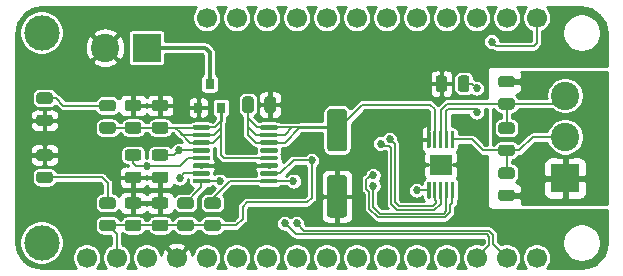
<source format=gbr>
%TF.GenerationSoftware,KiCad,Pcbnew,(5.1.6-0-10_14)*%
%TF.CreationDate,2021-08-04T10:25:44-07:00*%
%TF.ProjectId,Motor_Tester_DRV8830_Wing,4d6f746f-725f-4546-9573-7465725f4452,v00*%
%TF.SameCoordinates,Original*%
%TF.FileFunction,Copper,L1,Top*%
%TF.FilePolarity,Positive*%
%FSLAX46Y46*%
G04 Gerber Fmt 4.6, Leading zero omitted, Abs format (unit mm)*
G04 Created by KiCad (PCBNEW (5.1.6-0-10_14)) date 2021-08-04 10:25:44*
%MOMM*%
%LPD*%
G01*
G04 APERTURE LIST*
%TA.AperFunction,ComponentPad*%
%ADD10C,1.700000*%
%TD*%
%TA.AperFunction,ComponentPad*%
%ADD11C,3.000000*%
%TD*%
%TA.AperFunction,ComponentPad*%
%ADD12R,2.400000X2.400000*%
%TD*%
%TA.AperFunction,ComponentPad*%
%ADD13C,2.400000*%
%TD*%
%TA.AperFunction,SMDPad,CuDef*%
%ADD14R,0.800000X0.900000*%
%TD*%
%TA.AperFunction,SMDPad,CuDef*%
%ADD15R,1.880000X1.680000*%
%TD*%
%TA.AperFunction,ViaPad*%
%ADD16C,0.500000*%
%TD*%
%TA.AperFunction,ViaPad*%
%ADD17C,0.685800*%
%TD*%
%TA.AperFunction,Conductor*%
%ADD18C,0.304800*%
%TD*%
%TA.AperFunction,Conductor*%
%ADD19C,0.203200*%
%TD*%
%TA.AperFunction,Conductor*%
%ADD20C,0.152400*%
%TD*%
%TA.AperFunction,Conductor*%
%ADD21C,0.254000*%
%TD*%
G04 APERTURE END LIST*
D10*
%TO.P,M1,1*%
%TO.N,Net-(M1-Pad1)*%
X133350000Y-97790000D03*
%TO.P,M1,2*%
%TO.N,+3V3*%
X135890000Y-97790000D03*
%TO.P,M1,3*%
%TO.N,Net-(M1-Pad3)*%
X138430000Y-97790000D03*
%TO.P,M1,4*%
%TO.N,GND*%
X140970000Y-97790000D03*
%TO.P,M1,5*%
%TO.N,Net-(M1-Pad5)*%
X143510000Y-97790000D03*
%TO.P,M1,6*%
%TO.N,Net-(M1-Pad6)*%
X146050000Y-97790000D03*
%TO.P,M1,7*%
%TO.N,Net-(M1-Pad7)*%
X148590000Y-97790000D03*
%TO.P,M1,8*%
%TO.N,Net-(M1-Pad8)*%
X151130000Y-97790000D03*
%TO.P,M1,9*%
%TO.N,/C_ALERT*%
X153670000Y-97790000D03*
%TO.P,M1,10*%
%TO.N,/M_FAULT*%
X156210000Y-97790000D03*
%TO.P,M1,11*%
%TO.N,Net-(M1-Pad11)*%
X158750000Y-97790000D03*
%TO.P,M1,12*%
%TO.N,Net-(M1-Pad12)*%
X161290000Y-97790000D03*
%TO.P,M1,13*%
%TO.N,Net-(M1-Pad13)*%
X163830000Y-97790000D03*
%TO.P,M1,14*%
%TO.N,/SENSOR_RX*%
X166370000Y-97790000D03*
%TO.P,M1,15*%
%TO.N,/SENSOR_TX*%
X168910000Y-97790000D03*
%TO.P,M1,16*%
%TO.N,Net-(M1-Pad16)*%
X171450000Y-97790000D03*
%TO.P,M1,17*%
%TO.N,Net-(M1-Pad17)*%
X143510000Y-77470000D03*
%TO.P,M1,18*%
%TO.N,Net-(M1-Pad18)*%
X146050000Y-77470000D03*
%TO.P,M1,19*%
%TO.N,Net-(M1-Pad19)*%
X148590000Y-77470000D03*
%TO.P,M1,20*%
%TO.N,Net-(M1-Pad20)*%
X151130000Y-77470000D03*
%TO.P,M1,21*%
%TO.N,Net-(M1-Pad21)*%
X153670000Y-77470000D03*
%TO.P,M1,22*%
%TO.N,/M_IN_2_D11*%
X156210000Y-77470000D03*
%TO.P,M1,23*%
%TO.N,/M_IN_1_D10*%
X158750000Y-77470000D03*
%TO.P,M1,24*%
%TO.N,/M_IN_2_D9*%
X161290000Y-77470000D03*
%TO.P,M1,25*%
%TO.N,/M_IN_1_D6*%
X163830000Y-77470000D03*
%TO.P,M1,26*%
%TO.N,Net-(M1-Pad26)*%
X166370000Y-77470000D03*
%TO.P,M1,27*%
%TO.N,/SCL*%
X168910000Y-77470000D03*
%TO.P,M1,28*%
%TO.N,/SDA*%
X171450000Y-77470000D03*
D11*
%TO.P,M1,*%
%TO.N,*%
X129540000Y-96520000D03*
X129540000Y-78740000D03*
%TD*%
%TO.P,C5,1*%
%TO.N,/M_SHIELD*%
%TA.AperFunction,SMDPad,CuDef*%
G36*
G01*
X169366250Y-92992000D02*
X168453750Y-92992000D01*
G75*
G02*
X168210000Y-92748250I0J243750D01*
G01*
X168210000Y-92260750D01*
G75*
G02*
X168453750Y-92017000I243750J0D01*
G01*
X169366250Y-92017000D01*
G75*
G02*
X169610000Y-92260750I0J-243750D01*
G01*
X169610000Y-92748250D01*
G75*
G02*
X169366250Y-92992000I-243750J0D01*
G01*
G37*
%TD.AperFunction*%
%TO.P,C5,2*%
%TO.N,/M_OUT_2*%
%TA.AperFunction,SMDPad,CuDef*%
G36*
G01*
X169366250Y-91117000D02*
X168453750Y-91117000D01*
G75*
G02*
X168210000Y-90873250I0J243750D01*
G01*
X168210000Y-90385750D01*
G75*
G02*
X168453750Y-90142000I243750J0D01*
G01*
X169366250Y-90142000D01*
G75*
G02*
X169610000Y-90385750I0J-243750D01*
G01*
X169610000Y-90873250D01*
G75*
G02*
X169366250Y-91117000I-243750J0D01*
G01*
G37*
%TD.AperFunction*%
%TD*%
%TO.P,C6,2*%
%TO.N,/M_OUT_1*%
%TA.AperFunction,SMDPad,CuDef*%
G36*
G01*
X168453750Y-84270000D02*
X169366250Y-84270000D01*
G75*
G02*
X169610000Y-84513750I0J-243750D01*
G01*
X169610000Y-85001250D01*
G75*
G02*
X169366250Y-85245000I-243750J0D01*
G01*
X168453750Y-85245000D01*
G75*
G02*
X168210000Y-85001250I0J243750D01*
G01*
X168210000Y-84513750D01*
G75*
G02*
X168453750Y-84270000I243750J0D01*
G01*
G37*
%TD.AperFunction*%
%TO.P,C6,1*%
%TO.N,/M_SHIELD*%
%TA.AperFunction,SMDPad,CuDef*%
G36*
G01*
X168453750Y-82395000D02*
X169366250Y-82395000D01*
G75*
G02*
X169610000Y-82638750I0J-243750D01*
G01*
X169610000Y-83126250D01*
G75*
G02*
X169366250Y-83370000I-243750J0D01*
G01*
X168453750Y-83370000D01*
G75*
G02*
X168210000Y-83126250I0J243750D01*
G01*
X168210000Y-82638750D01*
G75*
G02*
X168453750Y-82395000I243750J0D01*
G01*
G37*
%TD.AperFunction*%
%TD*%
%TO.P,C7,1*%
%TO.N,/M_OUT_2*%
%TA.AperFunction,SMDPad,CuDef*%
G36*
G01*
X169366250Y-89182000D02*
X168453750Y-89182000D01*
G75*
G02*
X168210000Y-88938250I0J243750D01*
G01*
X168210000Y-88450750D01*
G75*
G02*
X168453750Y-88207000I243750J0D01*
G01*
X169366250Y-88207000D01*
G75*
G02*
X169610000Y-88450750I0J-243750D01*
G01*
X169610000Y-88938250D01*
G75*
G02*
X169366250Y-89182000I-243750J0D01*
G01*
G37*
%TD.AperFunction*%
%TO.P,C7,2*%
%TO.N,/M_OUT_1*%
%TA.AperFunction,SMDPad,CuDef*%
G36*
G01*
X169366250Y-87307000D02*
X168453750Y-87307000D01*
G75*
G02*
X168210000Y-87063250I0J243750D01*
G01*
X168210000Y-86575750D01*
G75*
G02*
X168453750Y-86332000I243750J0D01*
G01*
X169366250Y-86332000D01*
G75*
G02*
X169610000Y-86575750I0J-243750D01*
G01*
X169610000Y-87063250D01*
G75*
G02*
X169366250Y-87307000I-243750J0D01*
G01*
G37*
%TD.AperFunction*%
%TD*%
%TO.P,C9,1*%
%TO.N,+3V3*%
%TA.AperFunction,SMDPad,CuDef*%
G36*
G01*
X140029250Y-95532000D02*
X139116750Y-95532000D01*
G75*
G02*
X138873000Y-95288250I0J243750D01*
G01*
X138873000Y-94800750D01*
G75*
G02*
X139116750Y-94557000I243750J0D01*
G01*
X140029250Y-94557000D01*
G75*
G02*
X140273000Y-94800750I0J-243750D01*
G01*
X140273000Y-95288250D01*
G75*
G02*
X140029250Y-95532000I-243750J0D01*
G01*
G37*
%TD.AperFunction*%
%TO.P,C9,2*%
%TO.N,GND*%
%TA.AperFunction,SMDPad,CuDef*%
G36*
G01*
X140029250Y-93657000D02*
X139116750Y-93657000D01*
G75*
G02*
X138873000Y-93413250I0J243750D01*
G01*
X138873000Y-92925750D01*
G75*
G02*
X139116750Y-92682000I243750J0D01*
G01*
X140029250Y-92682000D01*
G75*
G02*
X140273000Y-92925750I0J-243750D01*
G01*
X140273000Y-93413250D01*
G75*
G02*
X140029250Y-93657000I-243750J0D01*
G01*
G37*
%TD.AperFunction*%
%TD*%
%TO.P,C10,2*%
%TO.N,GND*%
%TA.AperFunction,SMDPad,CuDef*%
G36*
G01*
X137743250Y-93657000D02*
X136830750Y-93657000D01*
G75*
G02*
X136587000Y-93413250I0J243750D01*
G01*
X136587000Y-92925750D01*
G75*
G02*
X136830750Y-92682000I243750J0D01*
G01*
X137743250Y-92682000D01*
G75*
G02*
X137987000Y-92925750I0J-243750D01*
G01*
X137987000Y-93413250D01*
G75*
G02*
X137743250Y-93657000I-243750J0D01*
G01*
G37*
%TD.AperFunction*%
%TO.P,C10,1*%
%TO.N,+3V3*%
%TA.AperFunction,SMDPad,CuDef*%
G36*
G01*
X137743250Y-95532000D02*
X136830750Y-95532000D01*
G75*
G02*
X136587000Y-95288250I0J243750D01*
G01*
X136587000Y-94800750D01*
G75*
G02*
X136830750Y-94557000I243750J0D01*
G01*
X137743250Y-94557000D01*
G75*
G02*
X137987000Y-94800750I0J-243750D01*
G01*
X137987000Y-95288250D01*
G75*
G02*
X137743250Y-95532000I-243750J0D01*
G01*
G37*
%TD.AperFunction*%
%TD*%
D12*
%TO.P,J6,1*%
%TO.N,/M_SHIELD*%
X173863000Y-91059000D03*
D13*
%TO.P,J6,2*%
%TO.N,/M_OUT_2*%
X173863000Y-87559000D03*
%TO.P,J6,3*%
%TO.N,/M_OUT_1*%
X173863000Y-84059000D03*
%TD*%
D14*
%TO.P,Q1,1*%
%TO.N,GND*%
X142814000Y-85074000D03*
%TO.P,Q1,2*%
%TO.N,/C_PWR_IN*%
X144714000Y-85074000D03*
%TO.P,Q1,3*%
%TO.N,/PWR_IN*%
X143764000Y-83074000D03*
%TD*%
%TO.P,R5,1*%
%TO.N,Net-(D1-Pad2)*%
%TA.AperFunction,SMDPad,CuDef*%
G36*
G01*
X134671750Y-92682000D02*
X135584250Y-92682000D01*
G75*
G02*
X135828000Y-92925750I0J-243750D01*
G01*
X135828000Y-93413250D01*
G75*
G02*
X135584250Y-93657000I-243750J0D01*
G01*
X134671750Y-93657000D01*
G75*
G02*
X134428000Y-93413250I0J243750D01*
G01*
X134428000Y-92925750D01*
G75*
G02*
X134671750Y-92682000I243750J0D01*
G01*
G37*
%TD.AperFunction*%
%TO.P,R5,2*%
%TO.N,+3V3*%
%TA.AperFunction,SMDPad,CuDef*%
G36*
G01*
X134671750Y-94557000D02*
X135584250Y-94557000D01*
G75*
G02*
X135828000Y-94800750I0J-243750D01*
G01*
X135828000Y-95288250D01*
G75*
G02*
X135584250Y-95532000I-243750J0D01*
G01*
X134671750Y-95532000D01*
G75*
G02*
X134428000Y-95288250I0J243750D01*
G01*
X134428000Y-94800750D01*
G75*
G02*
X134671750Y-94557000I243750J0D01*
G01*
G37*
%TD.AperFunction*%
%TD*%
%TO.P,R6,1*%
%TO.N,Net-(D2-Pad2)*%
%TA.AperFunction,SMDPad,CuDef*%
G36*
G01*
X134671750Y-84427000D02*
X135584250Y-84427000D01*
G75*
G02*
X135828000Y-84670750I0J-243750D01*
G01*
X135828000Y-85158250D01*
G75*
G02*
X135584250Y-85402000I-243750J0D01*
G01*
X134671750Y-85402000D01*
G75*
G02*
X134428000Y-85158250I0J243750D01*
G01*
X134428000Y-84670750D01*
G75*
G02*
X134671750Y-84427000I243750J0D01*
G01*
G37*
%TD.AperFunction*%
%TO.P,R6,2*%
%TO.N,/C_PWR_IN*%
%TA.AperFunction,SMDPad,CuDef*%
G36*
G01*
X134671750Y-86302000D02*
X135584250Y-86302000D01*
G75*
G02*
X135828000Y-86545750I0J-243750D01*
G01*
X135828000Y-87033250D01*
G75*
G02*
X135584250Y-87277000I-243750J0D01*
G01*
X134671750Y-87277000D01*
G75*
G02*
X134428000Y-87033250I0J243750D01*
G01*
X134428000Y-86545750D01*
G75*
G02*
X134671750Y-86302000I243750J0D01*
G01*
G37*
%TD.AperFunction*%
%TD*%
%TO.P,U1,1*%
%TO.N,/C_PWR_IN*%
%TA.AperFunction,SMDPad,CuDef*%
G36*
G01*
X142323000Y-86852000D02*
X142323000Y-86652000D01*
G75*
G02*
X142423000Y-86552000I100000J0D01*
G01*
X143698000Y-86552000D01*
G75*
G02*
X143798000Y-86652000I0J-100000D01*
G01*
X143798000Y-86852000D01*
G75*
G02*
X143698000Y-86952000I-100000J0D01*
G01*
X142423000Y-86952000D01*
G75*
G02*
X142323000Y-86852000I0J100000D01*
G01*
G37*
%TD.AperFunction*%
%TO.P,U1,2*%
%TA.AperFunction,SMDPad,CuDef*%
G36*
G01*
X142323000Y-87502000D02*
X142323000Y-87302000D01*
G75*
G02*
X142423000Y-87202000I100000J0D01*
G01*
X143698000Y-87202000D01*
G75*
G02*
X143798000Y-87302000I0J-100000D01*
G01*
X143798000Y-87502000D01*
G75*
G02*
X143698000Y-87602000I-100000J0D01*
G01*
X142423000Y-87602000D01*
G75*
G02*
X142323000Y-87502000I0J100000D01*
G01*
G37*
%TD.AperFunction*%
%TO.P,U1,3*%
%TA.AperFunction,SMDPad,CuDef*%
G36*
G01*
X142323000Y-88152000D02*
X142323000Y-87952000D01*
G75*
G02*
X142423000Y-87852000I100000J0D01*
G01*
X143698000Y-87852000D01*
G75*
G02*
X143798000Y-87952000I0J-100000D01*
G01*
X143798000Y-88152000D01*
G75*
G02*
X143698000Y-88252000I-100000J0D01*
G01*
X142423000Y-88252000D01*
G75*
G02*
X142323000Y-88152000I0J100000D01*
G01*
G37*
%TD.AperFunction*%
%TO.P,U1,4*%
%TO.N,Net-(JP2-Pad2)*%
%TA.AperFunction,SMDPad,CuDef*%
G36*
G01*
X142323000Y-88802000D02*
X142323000Y-88602000D01*
G75*
G02*
X142423000Y-88502000I100000J0D01*
G01*
X143698000Y-88502000D01*
G75*
G02*
X143798000Y-88602000I0J-100000D01*
G01*
X143798000Y-88802000D01*
G75*
G02*
X143698000Y-88902000I-100000J0D01*
G01*
X142423000Y-88902000D01*
G75*
G02*
X142323000Y-88802000I0J100000D01*
G01*
G37*
%TD.AperFunction*%
%TO.P,U1,5*%
%TO.N,Net-(JP1-Pad2)*%
%TA.AperFunction,SMDPad,CuDef*%
G36*
G01*
X142323000Y-89452000D02*
X142323000Y-89252000D01*
G75*
G02*
X142423000Y-89152000I100000J0D01*
G01*
X143698000Y-89152000D01*
G75*
G02*
X143798000Y-89252000I0J-100000D01*
G01*
X143798000Y-89452000D01*
G75*
G02*
X143698000Y-89552000I-100000J0D01*
G01*
X142423000Y-89552000D01*
G75*
G02*
X142323000Y-89452000I0J100000D01*
G01*
G37*
%TD.AperFunction*%
%TO.P,U1,6*%
%TO.N,GND*%
%TA.AperFunction,SMDPad,CuDef*%
G36*
G01*
X142323000Y-90102000D02*
X142323000Y-89902000D01*
G75*
G02*
X142423000Y-89802000I100000J0D01*
G01*
X143698000Y-89802000D01*
G75*
G02*
X143798000Y-89902000I0J-100000D01*
G01*
X143798000Y-90102000D01*
G75*
G02*
X143698000Y-90202000I-100000J0D01*
G01*
X142423000Y-90202000D01*
G75*
G02*
X142323000Y-90102000I0J100000D01*
G01*
G37*
%TD.AperFunction*%
%TO.P,U1,7*%
%TO.N,Net-(JP3-Pad2)*%
%TA.AperFunction,SMDPad,CuDef*%
G36*
G01*
X142323000Y-90752000D02*
X142323000Y-90552000D01*
G75*
G02*
X142423000Y-90452000I100000J0D01*
G01*
X143698000Y-90452000D01*
G75*
G02*
X143798000Y-90552000I0J-100000D01*
G01*
X143798000Y-90752000D01*
G75*
G02*
X143698000Y-90852000I-100000J0D01*
G01*
X142423000Y-90852000D01*
G75*
G02*
X142323000Y-90752000I0J100000D01*
G01*
G37*
%TD.AperFunction*%
%TO.P,U1,8*%
%TO.N,/SDA*%
%TA.AperFunction,SMDPad,CuDef*%
G36*
G01*
X142323000Y-91402000D02*
X142323000Y-91202000D01*
G75*
G02*
X142423000Y-91102000I100000J0D01*
G01*
X143698000Y-91102000D01*
G75*
G02*
X143798000Y-91202000I0J-100000D01*
G01*
X143798000Y-91402000D01*
G75*
G02*
X143698000Y-91502000I-100000J0D01*
G01*
X142423000Y-91502000D01*
G75*
G02*
X142323000Y-91402000I0J100000D01*
G01*
G37*
%TD.AperFunction*%
%TO.P,U1,9*%
%TO.N,/SCL*%
%TA.AperFunction,SMDPad,CuDef*%
G36*
G01*
X148048000Y-91402000D02*
X148048000Y-91202000D01*
G75*
G02*
X148148000Y-91102000I100000J0D01*
G01*
X149423000Y-91102000D01*
G75*
G02*
X149523000Y-91202000I0J-100000D01*
G01*
X149523000Y-91402000D01*
G75*
G02*
X149423000Y-91502000I-100000J0D01*
G01*
X148148000Y-91502000D01*
G75*
G02*
X148048000Y-91402000I0J100000D01*
G01*
G37*
%TD.AperFunction*%
%TO.P,U1,10*%
%TO.N,+3V3*%
%TA.AperFunction,SMDPad,CuDef*%
G36*
G01*
X148048000Y-90752000D02*
X148048000Y-90552000D01*
G75*
G02*
X148148000Y-90452000I100000J0D01*
G01*
X149423000Y-90452000D01*
G75*
G02*
X149523000Y-90552000I0J-100000D01*
G01*
X149523000Y-90752000D01*
G75*
G02*
X149423000Y-90852000I-100000J0D01*
G01*
X148148000Y-90852000D01*
G75*
G02*
X148048000Y-90752000I0J100000D01*
G01*
G37*
%TD.AperFunction*%
%TO.P,U1,11*%
%TO.N,GND*%
%TA.AperFunction,SMDPad,CuDef*%
G36*
G01*
X148048000Y-90102000D02*
X148048000Y-89902000D01*
G75*
G02*
X148148000Y-89802000I100000J0D01*
G01*
X149423000Y-89802000D01*
G75*
G02*
X149523000Y-89902000I0J-100000D01*
G01*
X149523000Y-90102000D01*
G75*
G02*
X149423000Y-90202000I-100000J0D01*
G01*
X148148000Y-90202000D01*
G75*
G02*
X148048000Y-90102000I0J100000D01*
G01*
G37*
%TD.AperFunction*%
%TO.P,U1,12*%
%TO.N,/C_PWR_IN*%
%TA.AperFunction,SMDPad,CuDef*%
G36*
G01*
X148048000Y-89452000D02*
X148048000Y-89252000D01*
G75*
G02*
X148148000Y-89152000I100000J0D01*
G01*
X149423000Y-89152000D01*
G75*
G02*
X149523000Y-89252000I0J-100000D01*
G01*
X149523000Y-89452000D01*
G75*
G02*
X149423000Y-89552000I-100000J0D01*
G01*
X148148000Y-89552000D01*
G75*
G02*
X148048000Y-89452000I0J100000D01*
G01*
G37*
%TD.AperFunction*%
%TO.P,U1,13*%
%TO.N,Net-(U1-Pad13)*%
%TA.AperFunction,SMDPad,CuDef*%
G36*
G01*
X148048000Y-88802000D02*
X148048000Y-88602000D01*
G75*
G02*
X148148000Y-88502000I100000J0D01*
G01*
X149423000Y-88502000D01*
G75*
G02*
X149523000Y-88602000I0J-100000D01*
G01*
X149523000Y-88802000D01*
G75*
G02*
X149423000Y-88902000I-100000J0D01*
G01*
X148148000Y-88902000D01*
G75*
G02*
X148048000Y-88802000I0J100000D01*
G01*
G37*
%TD.AperFunction*%
%TO.P,U1,14*%
%TO.N,/M_PWR_IN*%
%TA.AperFunction,SMDPad,CuDef*%
G36*
G01*
X148048000Y-88152000D02*
X148048000Y-87952000D01*
G75*
G02*
X148148000Y-87852000I100000J0D01*
G01*
X149423000Y-87852000D01*
G75*
G02*
X149523000Y-87952000I0J-100000D01*
G01*
X149523000Y-88152000D01*
G75*
G02*
X149423000Y-88252000I-100000J0D01*
G01*
X148148000Y-88252000D01*
G75*
G02*
X148048000Y-88152000I0J100000D01*
G01*
G37*
%TD.AperFunction*%
%TO.P,U1,15*%
%TA.AperFunction,SMDPad,CuDef*%
G36*
G01*
X148048000Y-87502000D02*
X148048000Y-87302000D01*
G75*
G02*
X148148000Y-87202000I100000J0D01*
G01*
X149423000Y-87202000D01*
G75*
G02*
X149523000Y-87302000I0J-100000D01*
G01*
X149523000Y-87502000D01*
G75*
G02*
X149423000Y-87602000I-100000J0D01*
G01*
X148148000Y-87602000D01*
G75*
G02*
X148048000Y-87502000I0J100000D01*
G01*
G37*
%TD.AperFunction*%
%TO.P,U1,16*%
%TA.AperFunction,SMDPad,CuDef*%
G36*
G01*
X148048000Y-86852000D02*
X148048000Y-86652000D01*
G75*
G02*
X148148000Y-86552000I100000J0D01*
G01*
X149423000Y-86552000D01*
G75*
G02*
X149523000Y-86652000I0J-100000D01*
G01*
X149523000Y-86852000D01*
G75*
G02*
X149423000Y-86952000I-100000J0D01*
G01*
X148148000Y-86952000D01*
G75*
G02*
X148048000Y-86852000I0J100000D01*
G01*
G37*
%TD.AperFunction*%
%TD*%
%TO.P,C1,1*%
%TO.N,/C_PWR_IN*%
%TA.AperFunction,SMDPad,CuDef*%
G36*
G01*
X137743250Y-87277000D02*
X136830750Y-87277000D01*
G75*
G02*
X136587000Y-87033250I0J243750D01*
G01*
X136587000Y-86545750D01*
G75*
G02*
X136830750Y-86302000I243750J0D01*
G01*
X137743250Y-86302000D01*
G75*
G02*
X137987000Y-86545750I0J-243750D01*
G01*
X137987000Y-87033250D01*
G75*
G02*
X137743250Y-87277000I-243750J0D01*
G01*
G37*
%TD.AperFunction*%
%TO.P,C1,2*%
%TO.N,GND*%
%TA.AperFunction,SMDPad,CuDef*%
G36*
G01*
X137743250Y-85402000D02*
X136830750Y-85402000D01*
G75*
G02*
X136587000Y-85158250I0J243750D01*
G01*
X136587000Y-84670750D01*
G75*
G02*
X136830750Y-84427000I243750J0D01*
G01*
X137743250Y-84427000D01*
G75*
G02*
X137987000Y-84670750I0J-243750D01*
G01*
X137987000Y-85158250D01*
G75*
G02*
X137743250Y-85402000I-243750J0D01*
G01*
G37*
%TD.AperFunction*%
%TD*%
%TO.P,C2,2*%
%TO.N,GND*%
%TA.AperFunction,SMDPad,CuDef*%
G36*
G01*
X140029250Y-85402000D02*
X139116750Y-85402000D01*
G75*
G02*
X138873000Y-85158250I0J243750D01*
G01*
X138873000Y-84670750D01*
G75*
G02*
X139116750Y-84427000I243750J0D01*
G01*
X140029250Y-84427000D01*
G75*
G02*
X140273000Y-84670750I0J-243750D01*
G01*
X140273000Y-85158250D01*
G75*
G02*
X140029250Y-85402000I-243750J0D01*
G01*
G37*
%TD.AperFunction*%
%TO.P,C2,1*%
%TO.N,/C_PWR_IN*%
%TA.AperFunction,SMDPad,CuDef*%
G36*
G01*
X140029250Y-87277000D02*
X139116750Y-87277000D01*
G75*
G02*
X138873000Y-87033250I0J243750D01*
G01*
X138873000Y-86545750D01*
G75*
G02*
X139116750Y-86302000I243750J0D01*
G01*
X140029250Y-86302000D01*
G75*
G02*
X140273000Y-86545750I0J-243750D01*
G01*
X140273000Y-87033250D01*
G75*
G02*
X140029250Y-87277000I-243750J0D01*
G01*
G37*
%TD.AperFunction*%
%TD*%
%TO.P,C4,1*%
%TO.N,/M_PWR_IN*%
%TA.AperFunction,SMDPad,CuDef*%
G36*
G01*
X146530000Y-85292250D02*
X146530000Y-84379750D01*
G75*
G02*
X146773750Y-84136000I243750J0D01*
G01*
X147261250Y-84136000D01*
G75*
G02*
X147505000Y-84379750I0J-243750D01*
G01*
X147505000Y-85292250D01*
G75*
G02*
X147261250Y-85536000I-243750J0D01*
G01*
X146773750Y-85536000D01*
G75*
G02*
X146530000Y-85292250I0J243750D01*
G01*
G37*
%TD.AperFunction*%
%TO.P,C4,2*%
%TO.N,GND*%
%TA.AperFunction,SMDPad,CuDef*%
G36*
G01*
X148405000Y-85292250D02*
X148405000Y-84379750D01*
G75*
G02*
X148648750Y-84136000I243750J0D01*
G01*
X149136250Y-84136000D01*
G75*
G02*
X149380000Y-84379750I0J-243750D01*
G01*
X149380000Y-85292250D01*
G75*
G02*
X149136250Y-85536000I-243750J0D01*
G01*
X148648750Y-85536000D01*
G75*
G02*
X148405000Y-85292250I0J243750D01*
G01*
G37*
%TD.AperFunction*%
%TD*%
%TO.P,D1,1*%
%TO.N,GND*%
%TA.AperFunction,SMDPad,CuDef*%
G36*
G01*
X129337750Y-88618000D02*
X130250250Y-88618000D01*
G75*
G02*
X130494000Y-88861750I0J-243750D01*
G01*
X130494000Y-89349250D01*
G75*
G02*
X130250250Y-89593000I-243750J0D01*
G01*
X129337750Y-89593000D01*
G75*
G02*
X129094000Y-89349250I0J243750D01*
G01*
X129094000Y-88861750D01*
G75*
G02*
X129337750Y-88618000I243750J0D01*
G01*
G37*
%TD.AperFunction*%
%TO.P,D1,2*%
%TO.N,Net-(D1-Pad2)*%
%TA.AperFunction,SMDPad,CuDef*%
G36*
G01*
X129337750Y-90493000D02*
X130250250Y-90493000D01*
G75*
G02*
X130494000Y-90736750I0J-243750D01*
G01*
X130494000Y-91224250D01*
G75*
G02*
X130250250Y-91468000I-243750J0D01*
G01*
X129337750Y-91468000D01*
G75*
G02*
X129094000Y-91224250I0J243750D01*
G01*
X129094000Y-90736750D01*
G75*
G02*
X129337750Y-90493000I243750J0D01*
G01*
G37*
%TD.AperFunction*%
%TD*%
%TO.P,D2,2*%
%TO.N,Net-(D2-Pad2)*%
%TA.AperFunction,SMDPad,CuDef*%
G36*
G01*
X130250250Y-84767000D02*
X129337750Y-84767000D01*
G75*
G02*
X129094000Y-84523250I0J243750D01*
G01*
X129094000Y-84035750D01*
G75*
G02*
X129337750Y-83792000I243750J0D01*
G01*
X130250250Y-83792000D01*
G75*
G02*
X130494000Y-84035750I0J-243750D01*
G01*
X130494000Y-84523250D01*
G75*
G02*
X130250250Y-84767000I-243750J0D01*
G01*
G37*
%TD.AperFunction*%
%TO.P,D2,1*%
%TO.N,GND*%
%TA.AperFunction,SMDPad,CuDef*%
G36*
G01*
X130250250Y-86642000D02*
X129337750Y-86642000D01*
G75*
G02*
X129094000Y-86398250I0J243750D01*
G01*
X129094000Y-85910750D01*
G75*
G02*
X129337750Y-85667000I243750J0D01*
G01*
X130250250Y-85667000D01*
G75*
G02*
X130494000Y-85910750I0J-243750D01*
G01*
X130494000Y-86398250D01*
G75*
G02*
X130250250Y-86642000I-243750J0D01*
G01*
G37*
%TD.AperFunction*%
%TD*%
D12*
%TO.P,J2,1*%
%TO.N,/PWR_IN*%
X138430000Y-80010000D03*
D13*
%TO.P,J2,2*%
%TO.N,GND*%
X134930000Y-80010000D03*
%TD*%
%TO.P,R1,2*%
%TO.N,Net-(JP1-Pad2)*%
%TA.AperFunction,SMDPad,CuDef*%
G36*
G01*
X137743250Y-89593000D02*
X136830750Y-89593000D01*
G75*
G02*
X136587000Y-89349250I0J243750D01*
G01*
X136587000Y-88861750D01*
G75*
G02*
X136830750Y-88618000I243750J0D01*
G01*
X137743250Y-88618000D01*
G75*
G02*
X137987000Y-88861750I0J-243750D01*
G01*
X137987000Y-89349250D01*
G75*
G02*
X137743250Y-89593000I-243750J0D01*
G01*
G37*
%TD.AperFunction*%
%TO.P,R1,1*%
%TO.N,GND*%
%TA.AperFunction,SMDPad,CuDef*%
G36*
G01*
X137743250Y-91468000D02*
X136830750Y-91468000D01*
G75*
G02*
X136587000Y-91224250I0J243750D01*
G01*
X136587000Y-90736750D01*
G75*
G02*
X136830750Y-90493000I243750J0D01*
G01*
X137743250Y-90493000D01*
G75*
G02*
X137987000Y-90736750I0J-243750D01*
G01*
X137987000Y-91224250D01*
G75*
G02*
X137743250Y-91468000I-243750J0D01*
G01*
G37*
%TD.AperFunction*%
%TD*%
%TO.P,R2,1*%
%TO.N,GND*%
%TA.AperFunction,SMDPad,CuDef*%
G36*
G01*
X140029250Y-91468000D02*
X139116750Y-91468000D01*
G75*
G02*
X138873000Y-91224250I0J243750D01*
G01*
X138873000Y-90736750D01*
G75*
G02*
X139116750Y-90493000I243750J0D01*
G01*
X140029250Y-90493000D01*
G75*
G02*
X140273000Y-90736750I0J-243750D01*
G01*
X140273000Y-91224250D01*
G75*
G02*
X140029250Y-91468000I-243750J0D01*
G01*
G37*
%TD.AperFunction*%
%TO.P,R2,2*%
%TO.N,Net-(JP2-Pad2)*%
%TA.AperFunction,SMDPad,CuDef*%
G36*
G01*
X140029250Y-89593000D02*
X139116750Y-89593000D01*
G75*
G02*
X138873000Y-89349250I0J243750D01*
G01*
X138873000Y-88861750D01*
G75*
G02*
X139116750Y-88618000I243750J0D01*
G01*
X140029250Y-88618000D01*
G75*
G02*
X140273000Y-88861750I0J-243750D01*
G01*
X140273000Y-89349250D01*
G75*
G02*
X140029250Y-89593000I-243750J0D01*
G01*
G37*
%TD.AperFunction*%
%TD*%
%TO.P,R3,2*%
%TO.N,+3V3*%
%TA.AperFunction,SMDPad,CuDef*%
G36*
G01*
X143561750Y-94557000D02*
X144474250Y-94557000D01*
G75*
G02*
X144718000Y-94800750I0J-243750D01*
G01*
X144718000Y-95288250D01*
G75*
G02*
X144474250Y-95532000I-243750J0D01*
G01*
X143561750Y-95532000D01*
G75*
G02*
X143318000Y-95288250I0J243750D01*
G01*
X143318000Y-94800750D01*
G75*
G02*
X143561750Y-94557000I243750J0D01*
G01*
G37*
%TD.AperFunction*%
%TO.P,R3,1*%
%TO.N,/SCL*%
%TA.AperFunction,SMDPad,CuDef*%
G36*
G01*
X143561750Y-92682000D02*
X144474250Y-92682000D01*
G75*
G02*
X144718000Y-92925750I0J-243750D01*
G01*
X144718000Y-93413250D01*
G75*
G02*
X144474250Y-93657000I-243750J0D01*
G01*
X143561750Y-93657000D01*
G75*
G02*
X143318000Y-93413250I0J243750D01*
G01*
X143318000Y-92925750D01*
G75*
G02*
X143561750Y-92682000I243750J0D01*
G01*
G37*
%TD.AperFunction*%
%TD*%
%TO.P,R4,1*%
%TO.N,/SDA*%
%TA.AperFunction,SMDPad,CuDef*%
G36*
G01*
X141275750Y-92682000D02*
X142188250Y-92682000D01*
G75*
G02*
X142432000Y-92925750I0J-243750D01*
G01*
X142432000Y-93413250D01*
G75*
G02*
X142188250Y-93657000I-243750J0D01*
G01*
X141275750Y-93657000D01*
G75*
G02*
X141032000Y-93413250I0J243750D01*
G01*
X141032000Y-92925750D01*
G75*
G02*
X141275750Y-92682000I243750J0D01*
G01*
G37*
%TD.AperFunction*%
%TO.P,R4,2*%
%TO.N,+3V3*%
%TA.AperFunction,SMDPad,CuDef*%
G36*
G01*
X141275750Y-94557000D02*
X142188250Y-94557000D01*
G75*
G02*
X142432000Y-94800750I0J-243750D01*
G01*
X142432000Y-95288250D01*
G75*
G02*
X142188250Y-95532000I-243750J0D01*
G01*
X141275750Y-95532000D01*
G75*
G02*
X141032000Y-95288250I0J243750D01*
G01*
X141032000Y-94800750D01*
G75*
G02*
X141275750Y-94557000I243750J0D01*
G01*
G37*
%TD.AperFunction*%
%TD*%
%TO.P,C3,1*%
%TO.N,/M_PWR_IN*%
%TA.AperFunction,SMDPad,CuDef*%
G36*
G01*
X153974200Y-85189000D02*
X155143800Y-85189000D01*
G75*
G02*
X155409000Y-85454200I0J-265200D01*
G01*
X155409000Y-88523800D01*
G75*
G02*
X155143800Y-88789000I-265200J0D01*
G01*
X153974200Y-88789000D01*
G75*
G02*
X153709000Y-88523800I0J265200D01*
G01*
X153709000Y-85454200D01*
G75*
G02*
X153974200Y-85189000I265200J0D01*
G01*
G37*
%TD.AperFunction*%
%TO.P,C3,2*%
%TO.N,GND*%
%TA.AperFunction,SMDPad,CuDef*%
G36*
G01*
X153974200Y-90789000D02*
X155143800Y-90789000D01*
G75*
G02*
X155409000Y-91054200I0J-265200D01*
G01*
X155409000Y-94123800D01*
G75*
G02*
X155143800Y-94389000I-265200J0D01*
G01*
X153974200Y-94389000D01*
G75*
G02*
X153709000Y-94123800I0J265200D01*
G01*
X153709000Y-91054200D01*
G75*
G02*
X153974200Y-90789000I265200J0D01*
G01*
G37*
%TD.AperFunction*%
%TD*%
%TO.P,R7,1*%
%TO.N,GND*%
%TA.AperFunction,SMDPad,CuDef*%
G36*
G01*
X162913000Y-83514250D02*
X162913000Y-82601750D01*
G75*
G02*
X163156750Y-82358000I243750J0D01*
G01*
X163644250Y-82358000D01*
G75*
G02*
X163888000Y-82601750I0J-243750D01*
G01*
X163888000Y-83514250D01*
G75*
G02*
X163644250Y-83758000I-243750J0D01*
G01*
X163156750Y-83758000D01*
G75*
G02*
X162913000Y-83514250I0J243750D01*
G01*
G37*
%TD.AperFunction*%
%TO.P,R7,2*%
%TO.N,Net-(R7-Pad2)*%
%TA.AperFunction,SMDPad,CuDef*%
G36*
G01*
X164788000Y-83514250D02*
X164788000Y-82601750D01*
G75*
G02*
X165031750Y-82358000I243750J0D01*
G01*
X165519250Y-82358000D01*
G75*
G02*
X165763000Y-82601750I0J-243750D01*
G01*
X165763000Y-83514250D01*
G75*
G02*
X165519250Y-83758000I-243750J0D01*
G01*
X165031750Y-83758000D01*
G75*
G02*
X164788000Y-83514250I0J243750D01*
G01*
G37*
%TD.AperFunction*%
%TD*%
%TO.P,U2,1*%
%TO.N,/M_OUT_2*%
%TA.AperFunction,SMDPad,CuDef*%
G36*
G01*
X164247000Y-87041000D02*
X164397000Y-87041000D01*
G75*
G02*
X164472000Y-87116000I0J-75000D01*
G01*
X164472000Y-88416000D01*
G75*
G02*
X164397000Y-88491000I-75000J0D01*
G01*
X164247000Y-88491000D01*
G75*
G02*
X164172000Y-88416000I0J75000D01*
G01*
X164172000Y-87116000D01*
G75*
G02*
X164247000Y-87041000I75000J0D01*
G01*
G37*
%TD.AperFunction*%
%TO.P,U2,2*%
%TO.N,Net-(R7-Pad2)*%
%TA.AperFunction,SMDPad,CuDef*%
G36*
G01*
X163747000Y-87041000D02*
X163897000Y-87041000D01*
G75*
G02*
X163972000Y-87116000I0J-75000D01*
G01*
X163972000Y-88416000D01*
G75*
G02*
X163897000Y-88491000I-75000J0D01*
G01*
X163747000Y-88491000D01*
G75*
G02*
X163672000Y-88416000I0J75000D01*
G01*
X163672000Y-87116000D01*
G75*
G02*
X163747000Y-87041000I75000J0D01*
G01*
G37*
%TD.AperFunction*%
%TO.P,U2,3*%
%TO.N,/M_OUT_1*%
%TA.AperFunction,SMDPad,CuDef*%
G36*
G01*
X163247000Y-87041000D02*
X163397000Y-87041000D01*
G75*
G02*
X163472000Y-87116000I0J-75000D01*
G01*
X163472000Y-88416000D01*
G75*
G02*
X163397000Y-88491000I-75000J0D01*
G01*
X163247000Y-88491000D01*
G75*
G02*
X163172000Y-88416000I0J75000D01*
G01*
X163172000Y-87116000D01*
G75*
G02*
X163247000Y-87041000I75000J0D01*
G01*
G37*
%TD.AperFunction*%
%TO.P,U2,4*%
%TO.N,/M_PWR_IN*%
%TA.AperFunction,SMDPad,CuDef*%
G36*
G01*
X162747000Y-87041000D02*
X162897000Y-87041000D01*
G75*
G02*
X162972000Y-87116000I0J-75000D01*
G01*
X162972000Y-88416000D01*
G75*
G02*
X162897000Y-88491000I-75000J0D01*
G01*
X162747000Y-88491000D01*
G75*
G02*
X162672000Y-88416000I0J75000D01*
G01*
X162672000Y-87116000D01*
G75*
G02*
X162747000Y-87041000I75000J0D01*
G01*
G37*
%TD.AperFunction*%
%TO.P,U2,5*%
%TO.N,GND*%
%TA.AperFunction,SMDPad,CuDef*%
G36*
G01*
X162247000Y-87041000D02*
X162397000Y-87041000D01*
G75*
G02*
X162472000Y-87116000I0J-75000D01*
G01*
X162472000Y-88416000D01*
G75*
G02*
X162397000Y-88491000I-75000J0D01*
G01*
X162247000Y-88491000D01*
G75*
G02*
X162172000Y-88416000I0J75000D01*
G01*
X162172000Y-87116000D01*
G75*
G02*
X162247000Y-87041000I75000J0D01*
G01*
G37*
%TD.AperFunction*%
%TO.P,U2,6*%
%TO.N,Net-(JP5-Pad2)*%
%TA.AperFunction,SMDPad,CuDef*%
G36*
G01*
X162247000Y-91341000D02*
X162397000Y-91341000D01*
G75*
G02*
X162472000Y-91416000I0J-75000D01*
G01*
X162472000Y-92716000D01*
G75*
G02*
X162397000Y-92791000I-75000J0D01*
G01*
X162247000Y-92791000D01*
G75*
G02*
X162172000Y-92716000I0J75000D01*
G01*
X162172000Y-91416000D01*
G75*
G02*
X162247000Y-91341000I75000J0D01*
G01*
G37*
%TD.AperFunction*%
%TO.P,U2,7*%
%TO.N,Net-(JP4-Pad2)*%
%TA.AperFunction,SMDPad,CuDef*%
G36*
G01*
X162747000Y-91341000D02*
X162897000Y-91341000D01*
G75*
G02*
X162972000Y-91416000I0J-75000D01*
G01*
X162972000Y-92716000D01*
G75*
G02*
X162897000Y-92791000I-75000J0D01*
G01*
X162747000Y-92791000D01*
G75*
G02*
X162672000Y-92716000I0J75000D01*
G01*
X162672000Y-91416000D01*
G75*
G02*
X162747000Y-91341000I75000J0D01*
G01*
G37*
%TD.AperFunction*%
%TO.P,U2,8*%
%TO.N,Net-(JP6-Pad2)*%
%TA.AperFunction,SMDPad,CuDef*%
G36*
G01*
X163247000Y-91341000D02*
X163397000Y-91341000D01*
G75*
G02*
X163472000Y-91416000I0J-75000D01*
G01*
X163472000Y-92716000D01*
G75*
G02*
X163397000Y-92791000I-75000J0D01*
G01*
X163247000Y-92791000D01*
G75*
G02*
X163172000Y-92716000I0J75000D01*
G01*
X163172000Y-91416000D01*
G75*
G02*
X163247000Y-91341000I75000J0D01*
G01*
G37*
%TD.AperFunction*%
%TO.P,U2,9*%
%TO.N,/SDA*%
%TA.AperFunction,SMDPad,CuDef*%
G36*
G01*
X163747000Y-91341000D02*
X163897000Y-91341000D01*
G75*
G02*
X163972000Y-91416000I0J-75000D01*
G01*
X163972000Y-92716000D01*
G75*
G02*
X163897000Y-92791000I-75000J0D01*
G01*
X163747000Y-92791000D01*
G75*
G02*
X163672000Y-92716000I0J75000D01*
G01*
X163672000Y-91416000D01*
G75*
G02*
X163747000Y-91341000I75000J0D01*
G01*
G37*
%TD.AperFunction*%
%TO.P,U2,10*%
%TO.N,/SCL*%
%TA.AperFunction,SMDPad,CuDef*%
G36*
G01*
X164247000Y-91341000D02*
X164397000Y-91341000D01*
G75*
G02*
X164472000Y-91416000I0J-75000D01*
G01*
X164472000Y-92716000D01*
G75*
G02*
X164397000Y-92791000I-75000J0D01*
G01*
X164247000Y-92791000D01*
G75*
G02*
X164172000Y-92716000I0J75000D01*
G01*
X164172000Y-91416000D01*
G75*
G02*
X164247000Y-91341000I75000J0D01*
G01*
G37*
%TD.AperFunction*%
D15*
%TO.P,U2,11*%
%TO.N,GND*%
X163322000Y-89916000D03*
D16*
%TD*%
%TO.N,GND*%
%TO.C,U2*%
X163972000Y-89366000D03*
%TO.N,GND*%
%TO.C,U2*%
X163972000Y-90466000D03*
X162672000Y-89366000D03*
X162672000Y-90466000D03*
%TD*%
D17*
%TO.N,GND*%
X172720000Y-80010000D03*
X172720000Y-95250000D03*
X128270000Y-92202000D03*
X133096000Y-92202000D03*
X128143000Y-82296000D03*
X136398000Y-82550000D03*
X133477000Y-82550000D03*
X133477000Y-77343000D03*
X136398000Y-77343000D03*
X138430000Y-87884000D03*
X146050000Y-90297000D03*
X166370000Y-86868000D03*
X145288000Y-80010000D03*
X166370000Y-90170000D03*
%TO.N,+3V3*%
X152400000Y-89535000D03*
%TO.N,/SCL*%
X150865000Y-91302000D03*
X157607000Y-90805000D03*
%TO.N,/SDA*%
X144642000Y-91302000D03*
X157607000Y-91694000D03*
X167640000Y-79502000D03*
%TO.N,/M_SHIELD*%
X176911000Y-92456000D03*
X176911000Y-82550000D03*
X171450000Y-82677000D03*
X171450000Y-92456000D03*
X176911000Y-87630000D03*
%TO.N,Net-(JP1-Pad2)*%
X138430000Y-90043000D03*
%TO.N,Net-(JP2-Pad2)*%
X141168000Y-88702000D03*
%TO.N,/SENSOR_RX*%
X150114000Y-94869000D03*
%TO.N,/SENSOR_TX*%
X151130000Y-94869000D03*
%TO.N,Net-(JP3-Pad2)*%
X141224000Y-91059000D03*
%TO.N,Net-(JP4-Pad2)*%
X159004000Y-87757000D03*
%TO.N,Net-(JP5-Pad2)*%
X161290000Y-92075000D03*
%TO.N,Net-(JP6-Pad2)*%
X158242000Y-88138000D03*
%TO.N,Net-(R7-Pad2)*%
X166370000Y-85471000D03*
X166370000Y-83439000D03*
%TD*%
D18*
%TO.N,GND*%
X139560500Y-84902000D02*
X139573000Y-84914500D01*
D19*
%TO.N,+3V3*%
X148785500Y-90652000D02*
X149759000Y-90652000D01*
X150876000Y-89535000D02*
X152400000Y-89535000D01*
X149759000Y-90652000D02*
X150876000Y-89535000D01*
X135128000Y-95044500D02*
X137287000Y-95044500D01*
X137287000Y-95044500D02*
X139573000Y-95044500D01*
X139573000Y-95044500D02*
X141732000Y-95044500D01*
X141732000Y-95044500D02*
X144018000Y-95044500D01*
X135890000Y-95806500D02*
X135128000Y-95044500D01*
X135890000Y-97790000D02*
X135890000Y-95806500D01*
X146001500Y-95044500D02*
X144018000Y-95044500D01*
X146558000Y-94488000D02*
X146001500Y-95044500D01*
X146939000Y-93091000D02*
X146558000Y-93472000D01*
X152019000Y-93091000D02*
X146939000Y-93091000D01*
X152400000Y-92710000D02*
X152019000Y-93091000D01*
X146558000Y-93472000D02*
X146558000Y-94488000D01*
X152400000Y-89535000D02*
X152400000Y-92710000D01*
D20*
%TO.N,/SCL*%
X148785500Y-91302000D02*
X150865000Y-91302000D01*
X150865000Y-91302000D02*
X150865000Y-91302000D01*
X144018000Y-92771822D02*
X144018000Y-93169500D01*
X145487822Y-91302000D02*
X144018000Y-92771822D01*
X148785500Y-91302000D02*
X145487822Y-91302000D01*
X157035499Y-91968321D02*
X157035499Y-91122501D01*
X157035499Y-91122501D02*
X157607000Y-90805000D01*
X157302191Y-92235013D02*
X157035499Y-91968321D01*
X158013382Y-94361000D02*
X157302191Y-93649809D01*
X163703000Y-94361000D02*
X158013382Y-94361000D01*
X157302191Y-93649809D02*
X157302191Y-92235013D01*
X163703000Y-94361000D02*
X164126810Y-93937190D01*
X164126810Y-93937190D02*
X164126810Y-93345000D01*
X164322000Y-93149810D02*
X164322000Y-92066000D01*
X164126810Y-93345000D02*
X164322000Y-93149810D01*
%TO.N,/SDA*%
X141917500Y-92984000D02*
X141732000Y-93169500D01*
X143060500Y-91302000D02*
X144642000Y-91302000D01*
X144642000Y-91302000D02*
X144642000Y-91302000D01*
X171450000Y-77978000D02*
X171450000Y-77470000D01*
X143060500Y-91841000D02*
X142723750Y-92177750D01*
X143060500Y-91302000D02*
X143060500Y-91841000D01*
X142723750Y-92177750D02*
X142826500Y-92075000D01*
X141732000Y-93169500D02*
X142723750Y-92177750D01*
X158191190Y-94056190D02*
X163576744Y-94056190D01*
X157607000Y-93472000D02*
X158191190Y-94056190D01*
X157607000Y-91694000D02*
X157607000Y-93472000D01*
X163822000Y-93810934D02*
X163822000Y-92066000D01*
X163576744Y-94056190D02*
X163822000Y-93810934D01*
X171450000Y-79629000D02*
X171450000Y-77470000D01*
X171196000Y-79883000D02*
X171450000Y-79629000D01*
X168021000Y-79883000D02*
X171196000Y-79883000D01*
X167640000Y-79502000D02*
X168021000Y-79883000D01*
%TO.N,Net-(D2-Pad2)*%
X129794000Y-84279500D02*
X130761500Y-84279500D01*
X130761500Y-84279500D02*
X131396500Y-84914500D01*
X131396500Y-84914500D02*
X133144500Y-84914500D01*
X133144500Y-84914500D02*
X135128000Y-84914500D01*
X132969000Y-84914500D02*
X133144500Y-84914500D01*
D18*
%TO.N,/PWR_IN*%
X143764000Y-83074000D02*
X143764000Y-80391000D01*
X143383000Y-80010000D02*
X138430000Y-80010000D01*
X143764000Y-80391000D02*
X143383000Y-80010000D01*
D20*
%TO.N,/C_PWR_IN*%
X148785500Y-89352000D02*
X144978000Y-89352000D01*
X144714000Y-89088000D02*
X144714000Y-87310000D01*
X144978000Y-89352000D02*
X144714000Y-89088000D01*
D19*
X135128000Y-86789500D02*
X137287000Y-86789500D01*
X137287000Y-86789500D02*
X139573000Y-86789500D01*
X143023000Y-86789500D02*
X143060500Y-86752000D01*
X143060500Y-87402000D02*
X141851500Y-87402000D01*
X141239000Y-86789500D02*
X143023000Y-86789500D01*
X143060500Y-88052000D02*
X142120500Y-88052000D01*
X140858000Y-86789500D02*
X141239000Y-86789500D01*
X139573000Y-86789500D02*
X140858000Y-86789500D01*
X141470500Y-87402000D02*
X141239000Y-87170500D01*
X143060500Y-87402000D02*
X141470500Y-87402000D01*
X141239000Y-87170500D02*
X140858000Y-86789500D01*
X142120500Y-88052000D02*
X141239000Y-87170500D01*
X143060500Y-88052000D02*
X144040500Y-88052000D01*
X144040500Y-88052000D02*
X144716500Y-87376000D01*
X144716500Y-86428500D02*
X144714000Y-86426000D01*
X144716500Y-86804500D02*
X144716500Y-86428500D01*
X144119000Y-87402000D02*
X144716500Y-86804500D01*
X143060500Y-87402000D02*
X144119000Y-87402000D01*
X144716500Y-87376000D02*
X144716500Y-86804500D01*
X144197500Y-86752000D02*
X144714000Y-86235500D01*
X143060500Y-86752000D02*
X144197500Y-86752000D01*
D21*
X144714000Y-86235500D02*
X144714000Y-85074000D01*
D19*
X144714000Y-86426000D02*
X144714000Y-86235500D01*
%TO.N,/M_PWR_IN*%
X162822000Y-87766000D02*
X162822000Y-85225000D01*
X162822000Y-85225000D02*
X162433000Y-84836000D01*
X156712000Y-84836000D02*
X154559000Y-86989000D01*
X162433000Y-84836000D02*
X156712000Y-84836000D01*
X148785500Y-88052000D02*
X147678500Y-88052000D01*
X147678500Y-88052000D02*
X147017500Y-87391000D01*
X148785500Y-87402000D02*
X147727000Y-87402000D01*
X147727000Y-87402000D02*
X147017500Y-86692500D01*
X147017500Y-86692500D02*
X147017500Y-86438500D01*
X147017500Y-87391000D02*
X147017500Y-86692500D01*
X148785500Y-86752000D02*
X147775500Y-86752000D01*
X147017500Y-85994000D02*
X147017500Y-86438500D01*
X147775500Y-86752000D02*
X147017500Y-85994000D01*
X147017500Y-84836000D02*
X147017500Y-85994000D01*
X154322000Y-86752000D02*
X154559000Y-86989000D01*
X150110000Y-87402000D02*
X150760000Y-86752000D01*
X148785500Y-87402000D02*
X150110000Y-87402000D01*
X148785500Y-86752000D02*
X150760000Y-86752000D01*
X150136500Y-88052000D02*
X151436500Y-86752000D01*
X148785500Y-88052000D02*
X150136500Y-88052000D01*
D21*
X151436500Y-86752000D02*
X154322000Y-86752000D01*
D19*
X150760000Y-86752000D02*
X151436500Y-86752000D01*
%TO.N,/M_OUT_1*%
X163889263Y-84757500D02*
X168910000Y-84757500D01*
X163322000Y-85324764D02*
X163439382Y-85207382D01*
X163439382Y-85207382D02*
X163889263Y-84757500D01*
X163322000Y-87766000D02*
X163322000Y-85324764D01*
X163322000Y-85324763D02*
X163439382Y-85207382D01*
X173164500Y-84757500D02*
X173863000Y-84059000D01*
X168910000Y-84757500D02*
X173164500Y-84757500D01*
X168910000Y-86819500D02*
X168910000Y-84757500D01*
%TO.N,/M_OUT_2*%
X164322000Y-87766000D02*
X165998000Y-87766000D01*
X166926500Y-88694500D02*
X168910000Y-88694500D01*
X165998000Y-87766000D02*
X166926500Y-88694500D01*
X168910000Y-88694500D02*
X168910000Y-90629500D01*
X173863000Y-87559000D02*
X171140000Y-87559000D01*
X170004500Y-88694500D02*
X168910000Y-88694500D01*
X171140000Y-87559000D02*
X170004500Y-88694500D01*
D20*
%TO.N,Net-(D1-Pad2)*%
X135128000Y-93169500D02*
X135128000Y-91440000D01*
X135128000Y-91440000D02*
X134668500Y-90980500D01*
X129794000Y-90980500D02*
X133047500Y-90980500D01*
X133047500Y-90980500D02*
X132969000Y-90980500D01*
X134668500Y-90980500D02*
X133047500Y-90980500D01*
%TO.N,Net-(JP1-Pad2)*%
X137287000Y-89105500D02*
X137287000Y-89789000D01*
X137287000Y-89789000D02*
X137541000Y-90043000D01*
X137541000Y-90043000D02*
X141224000Y-90043000D01*
X141915000Y-89352000D02*
X143060500Y-89352000D01*
X141224000Y-90043000D02*
X141915000Y-89352000D01*
X141224000Y-90043000D02*
X141224000Y-90043000D01*
%TO.N,Net-(JP2-Pad2)*%
X139573000Y-89105500D02*
X140764500Y-89105500D01*
X141168000Y-88702000D02*
X143060500Y-88702000D01*
X140764500Y-89105500D02*
X141168000Y-88702000D01*
X141168000Y-88702000D02*
X141168000Y-88702000D01*
%TO.N,/SENSOR_RX*%
X167462190Y-96006676D02*
X167462190Y-96697810D01*
X167462190Y-96697810D02*
X166370000Y-97790000D01*
X167262034Y-95806520D02*
X167462190Y-96006676D01*
X151940520Y-95806520D02*
X167262034Y-95806520D01*
X151051520Y-95806520D02*
X151940520Y-95806520D01*
X150114000Y-94869000D02*
X151051520Y-95806520D01*
%TO.N,/SENSOR_TX*%
X168910000Y-97790000D02*
X167767000Y-96647000D01*
X167767000Y-95880420D02*
X167388290Y-95501710D01*
X167767000Y-96647000D02*
X167767000Y-95880420D01*
X151762710Y-95501710D02*
X151894290Y-95501710D01*
X151130000Y-94869000D02*
X151762710Y-95501710D01*
X167388290Y-95501710D02*
X151894290Y-95501710D01*
%TO.N,Net-(JP3-Pad2)*%
X143060500Y-90652000D02*
X141631000Y-90652000D01*
X141631000Y-90652000D02*
X141224000Y-91059000D01*
X141224000Y-91059000D02*
X141224000Y-91059000D01*
%TO.N,Net-(JP4-Pad2)*%
X159435810Y-93091744D02*
X159435810Y-88188810D01*
X162662364Y-93446570D02*
X159790636Y-93446570D01*
X162941000Y-93167934D02*
X162662364Y-93446570D01*
X162941000Y-93014810D02*
X162941000Y-93167934D01*
X159435810Y-88188810D02*
X159004000Y-87757000D01*
X159790636Y-93446570D02*
X159435810Y-93091744D01*
X162822000Y-92895810D02*
X162941000Y-93014810D01*
X162822000Y-92066000D02*
X162822000Y-92895810D01*
%TO.N,Net-(JP5-Pad2)*%
X162313000Y-92075000D02*
X162322000Y-92066000D01*
X161290000Y-92075000D02*
X162313000Y-92075000D01*
%TO.N,Net-(JP6-Pad2)*%
X158432501Y-88328501D02*
X158242000Y-88138000D01*
X158940501Y-88328501D02*
X158432501Y-88328501D01*
X162788620Y-93751380D02*
X159664380Y-93751380D01*
X159664380Y-93751380D02*
X159131000Y-93218000D01*
X159131000Y-88519000D02*
X158940501Y-88328501D01*
X159131000Y-93218000D02*
X159131000Y-88519000D01*
X163322000Y-93218000D02*
X162788620Y-93751380D01*
X163322000Y-92066000D02*
X163322000Y-93218000D01*
%TO.N,Net-(R7-Pad2)*%
X163822000Y-87766000D02*
X163822000Y-86749000D01*
X165275500Y-83058000D02*
X165989000Y-83058000D01*
X165989000Y-83058000D02*
X166370000Y-83439000D01*
X166113710Y-85214710D02*
X166370000Y-85471000D01*
X163970882Y-85214710D02*
X166113710Y-85214710D01*
X163822000Y-85363592D02*
X163970882Y-85214710D01*
X163822000Y-87766000D02*
X163822000Y-85363592D01*
%TD*%
D21*
%TO.N,/M_SHIELD*%
G36*
X177394000Y-93218000D02*
G01*
X170205017Y-93218000D01*
X170235812Y-93116482D01*
X170248072Y-92992000D01*
X170245000Y-92790250D01*
X170086250Y-92631500D01*
X169037000Y-92631500D01*
X169037000Y-92651500D01*
X168783000Y-92651500D01*
X168783000Y-92631500D01*
X168763000Y-92631500D01*
X168763000Y-92377500D01*
X168783000Y-92377500D01*
X168783000Y-92357500D01*
X169037000Y-92357500D01*
X169037000Y-92377500D01*
X170086250Y-92377500D01*
X170204750Y-92259000D01*
X172024928Y-92259000D01*
X172037188Y-92383482D01*
X172073498Y-92503180D01*
X172132463Y-92613494D01*
X172211815Y-92710185D01*
X172308506Y-92789537D01*
X172418820Y-92848502D01*
X172538518Y-92884812D01*
X172663000Y-92897072D01*
X173577250Y-92894000D01*
X173736000Y-92735250D01*
X173736000Y-91186000D01*
X173990000Y-91186000D01*
X173990000Y-92735250D01*
X174148750Y-92894000D01*
X175063000Y-92897072D01*
X175187482Y-92884812D01*
X175307180Y-92848502D01*
X175417494Y-92789537D01*
X175514185Y-92710185D01*
X175593537Y-92613494D01*
X175652502Y-92503180D01*
X175688812Y-92383482D01*
X175701072Y-92259000D01*
X175698000Y-91344750D01*
X175539250Y-91186000D01*
X173990000Y-91186000D01*
X173736000Y-91186000D01*
X172186750Y-91186000D01*
X172028000Y-91344750D01*
X172024928Y-92259000D01*
X170204750Y-92259000D01*
X170245000Y-92218750D01*
X170248072Y-92017000D01*
X170235812Y-91892518D01*
X170199502Y-91772820D01*
X170140537Y-91662506D01*
X170061185Y-91565815D01*
X169964494Y-91486463D01*
X169854180Y-91427498D01*
X169734482Y-91391188D01*
X169719845Y-91389746D01*
X169809318Y-91316318D01*
X169887243Y-91221366D01*
X169945146Y-91113037D01*
X169980803Y-90995492D01*
X169992843Y-90873250D01*
X169992843Y-90385750D01*
X169980803Y-90263508D01*
X169945146Y-90145963D01*
X169887243Y-90037634D01*
X169809318Y-89942682D01*
X169714366Y-89864757D01*
X169703596Y-89859000D01*
X172024928Y-89859000D01*
X172028000Y-90773250D01*
X172186750Y-90932000D01*
X173736000Y-90932000D01*
X173736000Y-89382750D01*
X173990000Y-89382750D01*
X173990000Y-90932000D01*
X175539250Y-90932000D01*
X175698000Y-90773250D01*
X175701072Y-89859000D01*
X175688812Y-89734518D01*
X175652502Y-89614820D01*
X175593537Y-89504506D01*
X175514185Y-89407815D01*
X175417494Y-89328463D01*
X175307180Y-89269498D01*
X175187482Y-89233188D01*
X175063000Y-89220928D01*
X174148750Y-89224000D01*
X173990000Y-89382750D01*
X173736000Y-89382750D01*
X173577250Y-89224000D01*
X172663000Y-89220928D01*
X172538518Y-89233188D01*
X172418820Y-89269498D01*
X172308506Y-89328463D01*
X172211815Y-89407815D01*
X172132463Y-89504506D01*
X172073498Y-89614820D01*
X172037188Y-89734518D01*
X172024928Y-89859000D01*
X169703596Y-89859000D01*
X169606037Y-89806854D01*
X169488492Y-89771197D01*
X169392600Y-89761752D01*
X169392600Y-89562248D01*
X169488492Y-89552803D01*
X169606037Y-89517146D01*
X169714366Y-89459243D01*
X169809318Y-89381318D01*
X169887243Y-89286366D01*
X169945146Y-89178037D01*
X169945430Y-89177100D01*
X169980795Y-89177100D01*
X170004500Y-89179435D01*
X170028205Y-89177100D01*
X170028207Y-89177100D01*
X170099106Y-89170117D01*
X170190077Y-89142522D01*
X170273915Y-89097709D01*
X170347401Y-89037401D01*
X170362517Y-89018982D01*
X171339899Y-88041600D01*
X172351637Y-88041600D01*
X172461936Y-88307884D01*
X172634957Y-88566829D01*
X172855171Y-88787043D01*
X173114116Y-88960064D01*
X173401839Y-89079243D01*
X173707285Y-89140000D01*
X174018715Y-89140000D01*
X174324161Y-89079243D01*
X174611884Y-88960064D01*
X174870829Y-88787043D01*
X175091043Y-88566829D01*
X175264064Y-88307884D01*
X175383243Y-88020161D01*
X175444000Y-87714715D01*
X175444000Y-87403285D01*
X175383243Y-87097839D01*
X175264064Y-86810116D01*
X175091043Y-86551171D01*
X174870829Y-86330957D01*
X174611884Y-86157936D01*
X174324161Y-86038757D01*
X174018715Y-85978000D01*
X173707285Y-85978000D01*
X173401839Y-86038757D01*
X173114116Y-86157936D01*
X172855171Y-86330957D01*
X172634957Y-86551171D01*
X172461936Y-86810116D01*
X172351637Y-87076400D01*
X171163707Y-87076400D01*
X171140000Y-87074065D01*
X171045393Y-87083383D01*
X170954423Y-87110978D01*
X170870585Y-87155791D01*
X170797099Y-87216099D01*
X170781983Y-87234518D01*
X169896517Y-88119984D01*
X169887243Y-88102634D01*
X169809318Y-88007682D01*
X169714366Y-87929757D01*
X169606037Y-87871854D01*
X169488492Y-87836197D01*
X169366250Y-87824157D01*
X168453750Y-87824157D01*
X168331508Y-87836197D01*
X168213963Y-87871854D01*
X168105634Y-87929757D01*
X168010682Y-88007682D01*
X167932757Y-88102634D01*
X167874854Y-88210963D01*
X167874570Y-88211900D01*
X167767000Y-88211900D01*
X167767000Y-85240100D01*
X167874570Y-85240100D01*
X167874854Y-85241037D01*
X167932757Y-85349366D01*
X168010682Y-85444318D01*
X168105634Y-85522243D01*
X168213963Y-85580146D01*
X168331508Y-85615803D01*
X168427401Y-85625248D01*
X168427400Y-85951752D01*
X168331508Y-85961197D01*
X168213963Y-85996854D01*
X168105634Y-86054757D01*
X168010682Y-86132682D01*
X167932757Y-86227634D01*
X167874854Y-86335963D01*
X167839197Y-86453508D01*
X167827157Y-86575750D01*
X167827157Y-87063250D01*
X167839197Y-87185492D01*
X167874854Y-87303037D01*
X167932757Y-87411366D01*
X168010682Y-87506318D01*
X168105634Y-87584243D01*
X168213963Y-87642146D01*
X168331508Y-87677803D01*
X168453750Y-87689843D01*
X169366250Y-87689843D01*
X169488492Y-87677803D01*
X169606037Y-87642146D01*
X169714366Y-87584243D01*
X169809318Y-87506318D01*
X169887243Y-87411366D01*
X169945146Y-87303037D01*
X169980803Y-87185492D01*
X169992843Y-87063250D01*
X169992843Y-86575750D01*
X169980803Y-86453508D01*
X169945146Y-86335963D01*
X169887243Y-86227634D01*
X169809318Y-86132682D01*
X169714366Y-86054757D01*
X169606037Y-85996854D01*
X169488492Y-85961197D01*
X169392600Y-85951752D01*
X169392600Y-85625248D01*
X169488492Y-85615803D01*
X169606037Y-85580146D01*
X169714366Y-85522243D01*
X169809318Y-85444318D01*
X169887243Y-85349366D01*
X169945146Y-85241037D01*
X169945430Y-85240100D01*
X172808228Y-85240100D01*
X172855171Y-85287043D01*
X173114116Y-85460064D01*
X173401839Y-85579243D01*
X173707285Y-85640000D01*
X174018715Y-85640000D01*
X174324161Y-85579243D01*
X174611884Y-85460064D01*
X174870829Y-85287043D01*
X175091043Y-85066829D01*
X175264064Y-84807884D01*
X175383243Y-84520161D01*
X175444000Y-84214715D01*
X175444000Y-83903285D01*
X175383243Y-83597839D01*
X175264064Y-83310116D01*
X175091043Y-83051171D01*
X174870829Y-82830957D01*
X174611884Y-82657936D01*
X174324161Y-82538757D01*
X174018715Y-82478000D01*
X173707285Y-82478000D01*
X173401839Y-82538757D01*
X173114116Y-82657936D01*
X172855171Y-82830957D01*
X172634957Y-83051171D01*
X172461936Y-83310116D01*
X172342757Y-83597839D01*
X172282000Y-83903285D01*
X172282000Y-84214715D01*
X172293972Y-84274900D01*
X169945430Y-84274900D01*
X169945146Y-84273963D01*
X169887243Y-84165634D01*
X169809318Y-84070682D01*
X169719845Y-83997254D01*
X169734482Y-83995812D01*
X169854180Y-83959502D01*
X169964494Y-83900537D01*
X170061185Y-83821185D01*
X170140537Y-83724494D01*
X170199502Y-83614180D01*
X170235812Y-83494482D01*
X170248072Y-83370000D01*
X170245000Y-83168250D01*
X170086250Y-83009500D01*
X169037000Y-83009500D01*
X169037000Y-83029500D01*
X168783000Y-83029500D01*
X168783000Y-83009500D01*
X168763000Y-83009500D01*
X168763000Y-82755500D01*
X168783000Y-82755500D01*
X168783000Y-82735500D01*
X169037000Y-82735500D01*
X169037000Y-82755500D01*
X170086250Y-82755500D01*
X170245000Y-82596750D01*
X170248072Y-82395000D01*
X170235812Y-82270518D01*
X170199502Y-82150820D01*
X170141336Y-82042000D01*
X177394001Y-82042000D01*
X177394000Y-93218000D01*
G37*
X177394000Y-93218000D02*
X170205017Y-93218000D01*
X170235812Y-93116482D01*
X170248072Y-92992000D01*
X170245000Y-92790250D01*
X170086250Y-92631500D01*
X169037000Y-92631500D01*
X169037000Y-92651500D01*
X168783000Y-92651500D01*
X168783000Y-92631500D01*
X168763000Y-92631500D01*
X168763000Y-92377500D01*
X168783000Y-92377500D01*
X168783000Y-92357500D01*
X169037000Y-92357500D01*
X169037000Y-92377500D01*
X170086250Y-92377500D01*
X170204750Y-92259000D01*
X172024928Y-92259000D01*
X172037188Y-92383482D01*
X172073498Y-92503180D01*
X172132463Y-92613494D01*
X172211815Y-92710185D01*
X172308506Y-92789537D01*
X172418820Y-92848502D01*
X172538518Y-92884812D01*
X172663000Y-92897072D01*
X173577250Y-92894000D01*
X173736000Y-92735250D01*
X173736000Y-91186000D01*
X173990000Y-91186000D01*
X173990000Y-92735250D01*
X174148750Y-92894000D01*
X175063000Y-92897072D01*
X175187482Y-92884812D01*
X175307180Y-92848502D01*
X175417494Y-92789537D01*
X175514185Y-92710185D01*
X175593537Y-92613494D01*
X175652502Y-92503180D01*
X175688812Y-92383482D01*
X175701072Y-92259000D01*
X175698000Y-91344750D01*
X175539250Y-91186000D01*
X173990000Y-91186000D01*
X173736000Y-91186000D01*
X172186750Y-91186000D01*
X172028000Y-91344750D01*
X172024928Y-92259000D01*
X170204750Y-92259000D01*
X170245000Y-92218750D01*
X170248072Y-92017000D01*
X170235812Y-91892518D01*
X170199502Y-91772820D01*
X170140537Y-91662506D01*
X170061185Y-91565815D01*
X169964494Y-91486463D01*
X169854180Y-91427498D01*
X169734482Y-91391188D01*
X169719845Y-91389746D01*
X169809318Y-91316318D01*
X169887243Y-91221366D01*
X169945146Y-91113037D01*
X169980803Y-90995492D01*
X169992843Y-90873250D01*
X169992843Y-90385750D01*
X169980803Y-90263508D01*
X169945146Y-90145963D01*
X169887243Y-90037634D01*
X169809318Y-89942682D01*
X169714366Y-89864757D01*
X169703596Y-89859000D01*
X172024928Y-89859000D01*
X172028000Y-90773250D01*
X172186750Y-90932000D01*
X173736000Y-90932000D01*
X173736000Y-89382750D01*
X173990000Y-89382750D01*
X173990000Y-90932000D01*
X175539250Y-90932000D01*
X175698000Y-90773250D01*
X175701072Y-89859000D01*
X175688812Y-89734518D01*
X175652502Y-89614820D01*
X175593537Y-89504506D01*
X175514185Y-89407815D01*
X175417494Y-89328463D01*
X175307180Y-89269498D01*
X175187482Y-89233188D01*
X175063000Y-89220928D01*
X174148750Y-89224000D01*
X173990000Y-89382750D01*
X173736000Y-89382750D01*
X173577250Y-89224000D01*
X172663000Y-89220928D01*
X172538518Y-89233188D01*
X172418820Y-89269498D01*
X172308506Y-89328463D01*
X172211815Y-89407815D01*
X172132463Y-89504506D01*
X172073498Y-89614820D01*
X172037188Y-89734518D01*
X172024928Y-89859000D01*
X169703596Y-89859000D01*
X169606037Y-89806854D01*
X169488492Y-89771197D01*
X169392600Y-89761752D01*
X169392600Y-89562248D01*
X169488492Y-89552803D01*
X169606037Y-89517146D01*
X169714366Y-89459243D01*
X169809318Y-89381318D01*
X169887243Y-89286366D01*
X169945146Y-89178037D01*
X169945430Y-89177100D01*
X169980795Y-89177100D01*
X170004500Y-89179435D01*
X170028205Y-89177100D01*
X170028207Y-89177100D01*
X170099106Y-89170117D01*
X170190077Y-89142522D01*
X170273915Y-89097709D01*
X170347401Y-89037401D01*
X170362517Y-89018982D01*
X171339899Y-88041600D01*
X172351637Y-88041600D01*
X172461936Y-88307884D01*
X172634957Y-88566829D01*
X172855171Y-88787043D01*
X173114116Y-88960064D01*
X173401839Y-89079243D01*
X173707285Y-89140000D01*
X174018715Y-89140000D01*
X174324161Y-89079243D01*
X174611884Y-88960064D01*
X174870829Y-88787043D01*
X175091043Y-88566829D01*
X175264064Y-88307884D01*
X175383243Y-88020161D01*
X175444000Y-87714715D01*
X175444000Y-87403285D01*
X175383243Y-87097839D01*
X175264064Y-86810116D01*
X175091043Y-86551171D01*
X174870829Y-86330957D01*
X174611884Y-86157936D01*
X174324161Y-86038757D01*
X174018715Y-85978000D01*
X173707285Y-85978000D01*
X173401839Y-86038757D01*
X173114116Y-86157936D01*
X172855171Y-86330957D01*
X172634957Y-86551171D01*
X172461936Y-86810116D01*
X172351637Y-87076400D01*
X171163707Y-87076400D01*
X171140000Y-87074065D01*
X171045393Y-87083383D01*
X170954423Y-87110978D01*
X170870585Y-87155791D01*
X170797099Y-87216099D01*
X170781983Y-87234518D01*
X169896517Y-88119984D01*
X169887243Y-88102634D01*
X169809318Y-88007682D01*
X169714366Y-87929757D01*
X169606037Y-87871854D01*
X169488492Y-87836197D01*
X169366250Y-87824157D01*
X168453750Y-87824157D01*
X168331508Y-87836197D01*
X168213963Y-87871854D01*
X168105634Y-87929757D01*
X168010682Y-88007682D01*
X167932757Y-88102634D01*
X167874854Y-88210963D01*
X167874570Y-88211900D01*
X167767000Y-88211900D01*
X167767000Y-85240100D01*
X167874570Y-85240100D01*
X167874854Y-85241037D01*
X167932757Y-85349366D01*
X168010682Y-85444318D01*
X168105634Y-85522243D01*
X168213963Y-85580146D01*
X168331508Y-85615803D01*
X168427401Y-85625248D01*
X168427400Y-85951752D01*
X168331508Y-85961197D01*
X168213963Y-85996854D01*
X168105634Y-86054757D01*
X168010682Y-86132682D01*
X167932757Y-86227634D01*
X167874854Y-86335963D01*
X167839197Y-86453508D01*
X167827157Y-86575750D01*
X167827157Y-87063250D01*
X167839197Y-87185492D01*
X167874854Y-87303037D01*
X167932757Y-87411366D01*
X168010682Y-87506318D01*
X168105634Y-87584243D01*
X168213963Y-87642146D01*
X168331508Y-87677803D01*
X168453750Y-87689843D01*
X169366250Y-87689843D01*
X169488492Y-87677803D01*
X169606037Y-87642146D01*
X169714366Y-87584243D01*
X169809318Y-87506318D01*
X169887243Y-87411366D01*
X169945146Y-87303037D01*
X169980803Y-87185492D01*
X169992843Y-87063250D01*
X169992843Y-86575750D01*
X169980803Y-86453508D01*
X169945146Y-86335963D01*
X169887243Y-86227634D01*
X169809318Y-86132682D01*
X169714366Y-86054757D01*
X169606037Y-85996854D01*
X169488492Y-85961197D01*
X169392600Y-85951752D01*
X169392600Y-85625248D01*
X169488492Y-85615803D01*
X169606037Y-85580146D01*
X169714366Y-85522243D01*
X169809318Y-85444318D01*
X169887243Y-85349366D01*
X169945146Y-85241037D01*
X169945430Y-85240100D01*
X172808228Y-85240100D01*
X172855171Y-85287043D01*
X173114116Y-85460064D01*
X173401839Y-85579243D01*
X173707285Y-85640000D01*
X174018715Y-85640000D01*
X174324161Y-85579243D01*
X174611884Y-85460064D01*
X174870829Y-85287043D01*
X175091043Y-85066829D01*
X175264064Y-84807884D01*
X175383243Y-84520161D01*
X175444000Y-84214715D01*
X175444000Y-83903285D01*
X175383243Y-83597839D01*
X175264064Y-83310116D01*
X175091043Y-83051171D01*
X174870829Y-82830957D01*
X174611884Y-82657936D01*
X174324161Y-82538757D01*
X174018715Y-82478000D01*
X173707285Y-82478000D01*
X173401839Y-82538757D01*
X173114116Y-82657936D01*
X172855171Y-82830957D01*
X172634957Y-83051171D01*
X172461936Y-83310116D01*
X172342757Y-83597839D01*
X172282000Y-83903285D01*
X172282000Y-84214715D01*
X172293972Y-84274900D01*
X169945430Y-84274900D01*
X169945146Y-84273963D01*
X169887243Y-84165634D01*
X169809318Y-84070682D01*
X169719845Y-83997254D01*
X169734482Y-83995812D01*
X169854180Y-83959502D01*
X169964494Y-83900537D01*
X170061185Y-83821185D01*
X170140537Y-83724494D01*
X170199502Y-83614180D01*
X170235812Y-83494482D01*
X170248072Y-83370000D01*
X170245000Y-83168250D01*
X170086250Y-83009500D01*
X169037000Y-83009500D01*
X169037000Y-83029500D01*
X168783000Y-83029500D01*
X168783000Y-83009500D01*
X168763000Y-83009500D01*
X168763000Y-82755500D01*
X168783000Y-82755500D01*
X168783000Y-82735500D01*
X169037000Y-82735500D01*
X169037000Y-82755500D01*
X170086250Y-82755500D01*
X170245000Y-82596750D01*
X170248072Y-82395000D01*
X170235812Y-82270518D01*
X170199502Y-82150820D01*
X170141336Y-82042000D01*
X177394001Y-82042000D01*
X177394000Y-93218000D01*
%TO.N,GND*%
G36*
X162339401Y-85424901D02*
G01*
X162339400Y-86911994D01*
X162324008Y-86940791D01*
X162299000Y-87023231D01*
X162299000Y-86660000D01*
X162172000Y-86533000D01*
X162172000Y-86530542D01*
X162072415Y-86540350D01*
X161976656Y-86569398D01*
X161888405Y-86616570D01*
X161811052Y-86680052D01*
X161747570Y-86757405D01*
X161700398Y-86845656D01*
X161671350Y-86941415D01*
X161661542Y-87041000D01*
X161664000Y-87575500D01*
X161791000Y-87702500D01*
X162289157Y-87702500D01*
X162289157Y-87829500D01*
X161791000Y-87829500D01*
X161664000Y-87956500D01*
X161661542Y-88491000D01*
X161671350Y-88590585D01*
X161700398Y-88686344D01*
X161747570Y-88774595D01*
X161811052Y-88851948D01*
X161888405Y-88915430D01*
X161898253Y-88920694D01*
X161881350Y-88976415D01*
X161871542Y-89076000D01*
X161874000Y-89725500D01*
X162001000Y-89852500D01*
X162275302Y-89852500D01*
X162270375Y-89857427D01*
X162272887Y-89916000D01*
X162270375Y-89974573D01*
X162275302Y-89979500D01*
X162001000Y-89979500D01*
X161874000Y-90106500D01*
X161871542Y-90756000D01*
X161881350Y-90855585D01*
X161910398Y-90951344D01*
X161957570Y-91039595D01*
X161969585Y-91054235D01*
X161923256Y-91092256D01*
X161866317Y-91161636D01*
X161824008Y-91240791D01*
X161797954Y-91326679D01*
X161789157Y-91416000D01*
X161789157Y-91550407D01*
X161751460Y-91512710D01*
X161632895Y-91433488D01*
X161501154Y-91378919D01*
X161361298Y-91351100D01*
X161218702Y-91351100D01*
X161078846Y-91378919D01*
X160947105Y-91433488D01*
X160828540Y-91512710D01*
X160727710Y-91613540D01*
X160648488Y-91732105D01*
X160593919Y-91863846D01*
X160566100Y-92003702D01*
X160566100Y-92146298D01*
X160593919Y-92286154D01*
X160648488Y-92417895D01*
X160727710Y-92536460D01*
X160828540Y-92637290D01*
X160947105Y-92716512D01*
X161078846Y-92771081D01*
X161218702Y-92798900D01*
X161361298Y-92798900D01*
X161501154Y-92771081D01*
X161632895Y-92716512D01*
X161751460Y-92637290D01*
X161789157Y-92599593D01*
X161789157Y-92716000D01*
X161797954Y-92805321D01*
X161824008Y-92891209D01*
X161866317Y-92970364D01*
X161881915Y-92989370D01*
X159980014Y-92989370D01*
X159893010Y-92902366D01*
X159893010Y-88211262D01*
X159895221Y-88188810D01*
X159893010Y-88166358D01*
X159893010Y-88166350D01*
X159886395Y-88099183D01*
X159876542Y-88066702D01*
X159860251Y-88013000D01*
X159817797Y-87933574D01*
X159774981Y-87881402D01*
X159774975Y-87881396D01*
X159760663Y-87863957D01*
X159743223Y-87849644D01*
X159726901Y-87833322D01*
X159727900Y-87828298D01*
X159727900Y-87685702D01*
X159700081Y-87545846D01*
X159645512Y-87414105D01*
X159566290Y-87295540D01*
X159465460Y-87194710D01*
X159346895Y-87115488D01*
X159215154Y-87060919D01*
X159075298Y-87033100D01*
X158932702Y-87033100D01*
X158792846Y-87060919D01*
X158661105Y-87115488D01*
X158542540Y-87194710D01*
X158441710Y-87295540D01*
X158362488Y-87414105D01*
X158358746Y-87423140D01*
X158313298Y-87414100D01*
X158170702Y-87414100D01*
X158030846Y-87441919D01*
X157899105Y-87496488D01*
X157780540Y-87575710D01*
X157679710Y-87676540D01*
X157600488Y-87795105D01*
X157545919Y-87926846D01*
X157518100Y-88066702D01*
X157518100Y-88209298D01*
X157545919Y-88349154D01*
X157600488Y-88480895D01*
X157679710Y-88599460D01*
X157780540Y-88700290D01*
X157899105Y-88779512D01*
X158030846Y-88834081D01*
X158170702Y-88861900D01*
X158313298Y-88861900D01*
X158453154Y-88834081D01*
X158569953Y-88785701D01*
X158673801Y-88785701D01*
X158673800Y-93195550D01*
X158671589Y-93218000D01*
X158673800Y-93240450D01*
X158673800Y-93240459D01*
X158680415Y-93307626D01*
X158706559Y-93393808D01*
X158749013Y-93473235D01*
X158806147Y-93542853D01*
X158823597Y-93557174D01*
X158865413Y-93598990D01*
X158380568Y-93598990D01*
X158064200Y-93282623D01*
X158064200Y-92259136D01*
X158068460Y-92256290D01*
X158169290Y-92155460D01*
X158248512Y-92036895D01*
X158303081Y-91905154D01*
X158330900Y-91765298D01*
X158330900Y-91622702D01*
X158303081Y-91482846D01*
X158248512Y-91351105D01*
X158180622Y-91249500D01*
X158248512Y-91147895D01*
X158303081Y-91016154D01*
X158330900Y-90876298D01*
X158330900Y-90733702D01*
X158303081Y-90593846D01*
X158248512Y-90462105D01*
X158169290Y-90343540D01*
X158068460Y-90242710D01*
X157949895Y-90163488D01*
X157818154Y-90108919D01*
X157678298Y-90081100D01*
X157535702Y-90081100D01*
X157395846Y-90108919D01*
X157264105Y-90163488D01*
X157145540Y-90242710D01*
X157044710Y-90343540D01*
X156965488Y-90462105D01*
X156910919Y-90593846D01*
X156894181Y-90677993D01*
X156816680Y-90721050D01*
X156780264Y-90740514D01*
X156759949Y-90757187D01*
X156738328Y-90772146D01*
X156725214Y-90785693D01*
X156710647Y-90797648D01*
X156693971Y-90817967D01*
X156675688Y-90836854D01*
X156665474Y-90852691D01*
X156653513Y-90867265D01*
X156641120Y-90890450D01*
X156626874Y-90912539D01*
X156619943Y-90930070D01*
X156611059Y-90946692D01*
X156603429Y-90971845D01*
X156593764Y-90996292D01*
X156590387Y-91014835D01*
X156584915Y-91032874D01*
X156582339Y-91059032D01*
X156577629Y-91084895D01*
X156578300Y-91126222D01*
X156578299Y-91945871D01*
X156576088Y-91968321D01*
X156578299Y-91990771D01*
X156578299Y-91990780D01*
X156584914Y-92057947D01*
X156611058Y-92144129D01*
X156653512Y-92223556D01*
X156710646Y-92293174D01*
X156728096Y-92307495D01*
X156844992Y-92424391D01*
X156844991Y-93627359D01*
X156842780Y-93649809D01*
X156844991Y-93672259D01*
X156844991Y-93672268D01*
X156851606Y-93739435D01*
X156877750Y-93825617D01*
X156920204Y-93905044D01*
X156977338Y-93974662D01*
X156994788Y-93988983D01*
X157674212Y-94668408D01*
X157688529Y-94685853D01*
X157705974Y-94700170D01*
X157719519Y-94711286D01*
X157758146Y-94742987D01*
X157837573Y-94785441D01*
X157923755Y-94811585D01*
X157990922Y-94818200D01*
X157990932Y-94818200D01*
X158013382Y-94820411D01*
X158035832Y-94818200D01*
X163680550Y-94818200D01*
X163703000Y-94820411D01*
X163725450Y-94818200D01*
X163725460Y-94818200D01*
X163792627Y-94811585D01*
X163878809Y-94785441D01*
X163958236Y-94742987D01*
X164027853Y-94685853D01*
X164042174Y-94668403D01*
X164434219Y-94276359D01*
X164451663Y-94262043D01*
X164508797Y-94192426D01*
X164551251Y-94112999D01*
X164577395Y-94026817D01*
X164584010Y-93959650D01*
X164584010Y-93959640D01*
X164586221Y-93937190D01*
X164584010Y-93914740D01*
X164584010Y-93534377D01*
X164629404Y-93488983D01*
X164646853Y-93474663D01*
X164703987Y-93405046D01*
X164746441Y-93325619D01*
X164772585Y-93239437D01*
X164779200Y-93172270D01*
X164779200Y-93172261D01*
X164781411Y-93149811D01*
X164779200Y-93127361D01*
X164779200Y-92967526D01*
X164819992Y-92891209D01*
X164846046Y-92805321D01*
X164854843Y-92716000D01*
X164854843Y-91416000D01*
X164846046Y-91326679D01*
X164819992Y-91240791D01*
X164777683Y-91161636D01*
X164720744Y-91092256D01*
X164674415Y-91054235D01*
X164686430Y-91039595D01*
X164733602Y-90951344D01*
X164762650Y-90855585D01*
X164772458Y-90756000D01*
X164770000Y-90106500D01*
X164643000Y-89979500D01*
X164368698Y-89979500D01*
X164373625Y-89974573D01*
X164371113Y-89916000D01*
X164373625Y-89857427D01*
X164368698Y-89852500D01*
X164643000Y-89852500D01*
X164770000Y-89725500D01*
X164772458Y-89076000D01*
X164762650Y-88976415D01*
X164733602Y-88880656D01*
X164686430Y-88792405D01*
X164674415Y-88777765D01*
X164720744Y-88739744D01*
X164777683Y-88670364D01*
X164819992Y-88591209D01*
X164846046Y-88505321D01*
X164854843Y-88416000D01*
X164854843Y-88248600D01*
X165798101Y-88248600D01*
X166568483Y-89018982D01*
X166583599Y-89037401D01*
X166657085Y-89097709D01*
X166740923Y-89142522D01*
X166831894Y-89170117D01*
X166902793Y-89177100D01*
X166902794Y-89177100D01*
X166926499Y-89179435D01*
X166950204Y-89177100D01*
X167259000Y-89177100D01*
X167259000Y-93345000D01*
X167266321Y-93419329D01*
X167288002Y-93490802D01*
X167323210Y-93556672D01*
X167370592Y-93614408D01*
X167428328Y-93661790D01*
X167494198Y-93696998D01*
X167565671Y-93718679D01*
X167640000Y-93726000D01*
X177394000Y-93726000D01*
X177394000Y-96500146D01*
X177351449Y-96934115D01*
X177231181Y-97332464D01*
X177035831Y-97699862D01*
X176772845Y-98022315D01*
X176452226Y-98287554D01*
X176086204Y-98485461D01*
X175688708Y-98608506D01*
X175255863Y-98654000D01*
X172326897Y-98654000D01*
X172406180Y-98574717D01*
X172540898Y-98373097D01*
X172633693Y-98149069D01*
X172681000Y-97911243D01*
X172681000Y-97668757D01*
X172633693Y-97430931D01*
X172540898Y-97206903D01*
X172406180Y-97005283D01*
X172234717Y-96833820D01*
X172033097Y-96699102D01*
X171809069Y-96606307D01*
X171571243Y-96559000D01*
X171328757Y-96559000D01*
X171090931Y-96606307D01*
X170866903Y-96699102D01*
X170665283Y-96833820D01*
X170493820Y-97005283D01*
X170359102Y-97206903D01*
X170266307Y-97430931D01*
X170219000Y-97668757D01*
X170219000Y-97911243D01*
X170266307Y-98149069D01*
X170359102Y-98373097D01*
X170493820Y-98574717D01*
X170573103Y-98654000D01*
X169786897Y-98654000D01*
X169866180Y-98574717D01*
X170000898Y-98373097D01*
X170093693Y-98149069D01*
X170141000Y-97911243D01*
X170141000Y-97668757D01*
X170093693Y-97430931D01*
X170000898Y-97206903D01*
X169866180Y-97005283D01*
X169694717Y-96833820D01*
X169493097Y-96699102D01*
X169269069Y-96606307D01*
X169031243Y-96559000D01*
X168788757Y-96559000D01*
X168550931Y-96606307D01*
X168425033Y-96658455D01*
X168224200Y-96457623D01*
X168224200Y-96359360D01*
X173629000Y-96359360D01*
X173629000Y-96680640D01*
X173691678Y-96995745D01*
X173814626Y-97292568D01*
X173993119Y-97559702D01*
X174220298Y-97786881D01*
X174487432Y-97965374D01*
X174784255Y-98088322D01*
X175099360Y-98151000D01*
X175420640Y-98151000D01*
X175735745Y-98088322D01*
X176032568Y-97965374D01*
X176299702Y-97786881D01*
X176526881Y-97559702D01*
X176705374Y-97292568D01*
X176828322Y-96995745D01*
X176891000Y-96680640D01*
X176891000Y-96359360D01*
X176828322Y-96044255D01*
X176705374Y-95747432D01*
X176526881Y-95480298D01*
X176299702Y-95253119D01*
X176032568Y-95074626D01*
X175735745Y-94951678D01*
X175420640Y-94889000D01*
X175099360Y-94889000D01*
X174784255Y-94951678D01*
X174487432Y-95074626D01*
X174220298Y-95253119D01*
X173993119Y-95480298D01*
X173814626Y-95747432D01*
X173691678Y-96044255D01*
X173629000Y-96359360D01*
X168224200Y-96359360D01*
X168224200Y-95902870D01*
X168226411Y-95880420D01*
X168224200Y-95857970D01*
X168224200Y-95857960D01*
X168217585Y-95790793D01*
X168191441Y-95704611D01*
X168148987Y-95625184D01*
X168091853Y-95555567D01*
X168074408Y-95541250D01*
X167727464Y-95194307D01*
X167713143Y-95176857D01*
X167643526Y-95119723D01*
X167564099Y-95077269D01*
X167477917Y-95051125D01*
X167410750Y-95044510D01*
X167410740Y-95044510D01*
X167388290Y-95042299D01*
X167365840Y-95044510D01*
X151952088Y-95044510D01*
X151852900Y-94945323D01*
X151853900Y-94940298D01*
X151853900Y-94797702D01*
X151826081Y-94657846D01*
X151771512Y-94526105D01*
X151692290Y-94407540D01*
X151673750Y-94389000D01*
X153198542Y-94389000D01*
X153208350Y-94488585D01*
X153237398Y-94584344D01*
X153284570Y-94672595D01*
X153348052Y-94749948D01*
X153425405Y-94813430D01*
X153513656Y-94860602D01*
X153609415Y-94889650D01*
X153709000Y-94899458D01*
X154368500Y-94897000D01*
X154495500Y-94770000D01*
X154495500Y-92652500D01*
X154622500Y-92652500D01*
X154622500Y-94770000D01*
X154749500Y-94897000D01*
X155409000Y-94899458D01*
X155508585Y-94889650D01*
X155604344Y-94860602D01*
X155692595Y-94813430D01*
X155769948Y-94749948D01*
X155833430Y-94672595D01*
X155880602Y-94584344D01*
X155909650Y-94488585D01*
X155919458Y-94389000D01*
X155917000Y-92779500D01*
X155790000Y-92652500D01*
X154622500Y-92652500D01*
X154495500Y-92652500D01*
X153328000Y-92652500D01*
X153201000Y-92779500D01*
X153198542Y-94389000D01*
X151673750Y-94389000D01*
X151591460Y-94306710D01*
X151472895Y-94227488D01*
X151341154Y-94172919D01*
X151201298Y-94145100D01*
X151058702Y-94145100D01*
X150918846Y-94172919D01*
X150787105Y-94227488D01*
X150668540Y-94306710D01*
X150622000Y-94353250D01*
X150575460Y-94306710D01*
X150456895Y-94227488D01*
X150325154Y-94172919D01*
X150185298Y-94145100D01*
X150042702Y-94145100D01*
X149902846Y-94172919D01*
X149771105Y-94227488D01*
X149652540Y-94306710D01*
X149551710Y-94407540D01*
X149472488Y-94526105D01*
X149417919Y-94657846D01*
X149390100Y-94797702D01*
X149390100Y-94940298D01*
X149417919Y-95080154D01*
X149472488Y-95211895D01*
X149551710Y-95330460D01*
X149652540Y-95431290D01*
X149771105Y-95510512D01*
X149902846Y-95565081D01*
X150042702Y-95592900D01*
X150185298Y-95592900D01*
X150190323Y-95591900D01*
X150712349Y-96113927D01*
X150726667Y-96131373D01*
X150744112Y-96145690D01*
X150796283Y-96188507D01*
X150824501Y-96203589D01*
X150875711Y-96230961D01*
X150961893Y-96257105D01*
X151029060Y-96263720D01*
X151029069Y-96263720D01*
X151051519Y-96265931D01*
X151073969Y-96263720D01*
X167004990Y-96263720D01*
X167004991Y-96508431D01*
X166854967Y-96658455D01*
X166729069Y-96606307D01*
X166491243Y-96559000D01*
X166248757Y-96559000D01*
X166010931Y-96606307D01*
X165786903Y-96699102D01*
X165585283Y-96833820D01*
X165413820Y-97005283D01*
X165279102Y-97206903D01*
X165186307Y-97430931D01*
X165139000Y-97668757D01*
X165139000Y-97911243D01*
X165186307Y-98149069D01*
X165279102Y-98373097D01*
X165413820Y-98574717D01*
X165493103Y-98654000D01*
X164706897Y-98654000D01*
X164786180Y-98574717D01*
X164920898Y-98373097D01*
X165013693Y-98149069D01*
X165061000Y-97911243D01*
X165061000Y-97668757D01*
X165013693Y-97430931D01*
X164920898Y-97206903D01*
X164786180Y-97005283D01*
X164614717Y-96833820D01*
X164413097Y-96699102D01*
X164189069Y-96606307D01*
X163951243Y-96559000D01*
X163708757Y-96559000D01*
X163470931Y-96606307D01*
X163246903Y-96699102D01*
X163045283Y-96833820D01*
X162873820Y-97005283D01*
X162739102Y-97206903D01*
X162646307Y-97430931D01*
X162599000Y-97668757D01*
X162599000Y-97911243D01*
X162646307Y-98149069D01*
X162739102Y-98373097D01*
X162873820Y-98574717D01*
X162953103Y-98654000D01*
X162166897Y-98654000D01*
X162246180Y-98574717D01*
X162380898Y-98373097D01*
X162473693Y-98149069D01*
X162521000Y-97911243D01*
X162521000Y-97668757D01*
X162473693Y-97430931D01*
X162380898Y-97206903D01*
X162246180Y-97005283D01*
X162074717Y-96833820D01*
X161873097Y-96699102D01*
X161649069Y-96606307D01*
X161411243Y-96559000D01*
X161168757Y-96559000D01*
X160930931Y-96606307D01*
X160706903Y-96699102D01*
X160505283Y-96833820D01*
X160333820Y-97005283D01*
X160199102Y-97206903D01*
X160106307Y-97430931D01*
X160059000Y-97668757D01*
X160059000Y-97911243D01*
X160106307Y-98149069D01*
X160199102Y-98373097D01*
X160333820Y-98574717D01*
X160413103Y-98654000D01*
X159626897Y-98654000D01*
X159706180Y-98574717D01*
X159840898Y-98373097D01*
X159933693Y-98149069D01*
X159981000Y-97911243D01*
X159981000Y-97668757D01*
X159933693Y-97430931D01*
X159840898Y-97206903D01*
X159706180Y-97005283D01*
X159534717Y-96833820D01*
X159333097Y-96699102D01*
X159109069Y-96606307D01*
X158871243Y-96559000D01*
X158628757Y-96559000D01*
X158390931Y-96606307D01*
X158166903Y-96699102D01*
X157965283Y-96833820D01*
X157793820Y-97005283D01*
X157659102Y-97206903D01*
X157566307Y-97430931D01*
X157519000Y-97668757D01*
X157519000Y-97911243D01*
X157566307Y-98149069D01*
X157659102Y-98373097D01*
X157793820Y-98574717D01*
X157873103Y-98654000D01*
X157086897Y-98654000D01*
X157166180Y-98574717D01*
X157300898Y-98373097D01*
X157393693Y-98149069D01*
X157441000Y-97911243D01*
X157441000Y-97668757D01*
X157393693Y-97430931D01*
X157300898Y-97206903D01*
X157166180Y-97005283D01*
X156994717Y-96833820D01*
X156793097Y-96699102D01*
X156569069Y-96606307D01*
X156331243Y-96559000D01*
X156088757Y-96559000D01*
X155850931Y-96606307D01*
X155626903Y-96699102D01*
X155425283Y-96833820D01*
X155253820Y-97005283D01*
X155119102Y-97206903D01*
X155026307Y-97430931D01*
X154979000Y-97668757D01*
X154979000Y-97911243D01*
X155026307Y-98149069D01*
X155119102Y-98373097D01*
X155253820Y-98574717D01*
X155333103Y-98654000D01*
X154546897Y-98654000D01*
X154626180Y-98574717D01*
X154760898Y-98373097D01*
X154853693Y-98149069D01*
X154901000Y-97911243D01*
X154901000Y-97668757D01*
X154853693Y-97430931D01*
X154760898Y-97206903D01*
X154626180Y-97005283D01*
X154454717Y-96833820D01*
X154253097Y-96699102D01*
X154029069Y-96606307D01*
X153791243Y-96559000D01*
X153548757Y-96559000D01*
X153310931Y-96606307D01*
X153086903Y-96699102D01*
X152885283Y-96833820D01*
X152713820Y-97005283D01*
X152579102Y-97206903D01*
X152486307Y-97430931D01*
X152439000Y-97668757D01*
X152439000Y-97911243D01*
X152486307Y-98149069D01*
X152579102Y-98373097D01*
X152713820Y-98574717D01*
X152793103Y-98654000D01*
X152006897Y-98654000D01*
X152086180Y-98574717D01*
X152220898Y-98373097D01*
X152313693Y-98149069D01*
X152361000Y-97911243D01*
X152361000Y-97668757D01*
X152313693Y-97430931D01*
X152220898Y-97206903D01*
X152086180Y-97005283D01*
X151914717Y-96833820D01*
X151713097Y-96699102D01*
X151489069Y-96606307D01*
X151251243Y-96559000D01*
X151008757Y-96559000D01*
X150770931Y-96606307D01*
X150546903Y-96699102D01*
X150345283Y-96833820D01*
X150173820Y-97005283D01*
X150039102Y-97206903D01*
X149946307Y-97430931D01*
X149899000Y-97668757D01*
X149899000Y-97911243D01*
X149946307Y-98149069D01*
X150039102Y-98373097D01*
X150173820Y-98574717D01*
X150253103Y-98654000D01*
X149466897Y-98654000D01*
X149546180Y-98574717D01*
X149680898Y-98373097D01*
X149773693Y-98149069D01*
X149821000Y-97911243D01*
X149821000Y-97668757D01*
X149773693Y-97430931D01*
X149680898Y-97206903D01*
X149546180Y-97005283D01*
X149374717Y-96833820D01*
X149173097Y-96699102D01*
X148949069Y-96606307D01*
X148711243Y-96559000D01*
X148468757Y-96559000D01*
X148230931Y-96606307D01*
X148006903Y-96699102D01*
X147805283Y-96833820D01*
X147633820Y-97005283D01*
X147499102Y-97206903D01*
X147406307Y-97430931D01*
X147359000Y-97668757D01*
X147359000Y-97911243D01*
X147406307Y-98149069D01*
X147499102Y-98373097D01*
X147633820Y-98574717D01*
X147713103Y-98654000D01*
X146926897Y-98654000D01*
X147006180Y-98574717D01*
X147140898Y-98373097D01*
X147233693Y-98149069D01*
X147281000Y-97911243D01*
X147281000Y-97668757D01*
X147233693Y-97430931D01*
X147140898Y-97206903D01*
X147006180Y-97005283D01*
X146834717Y-96833820D01*
X146633097Y-96699102D01*
X146409069Y-96606307D01*
X146171243Y-96559000D01*
X145928757Y-96559000D01*
X145690931Y-96606307D01*
X145466903Y-96699102D01*
X145265283Y-96833820D01*
X145093820Y-97005283D01*
X144959102Y-97206903D01*
X144866307Y-97430931D01*
X144819000Y-97668757D01*
X144819000Y-97911243D01*
X144866307Y-98149069D01*
X144959102Y-98373097D01*
X145093820Y-98574717D01*
X145173103Y-98654000D01*
X144386897Y-98654000D01*
X144466180Y-98574717D01*
X144600898Y-98373097D01*
X144693693Y-98149069D01*
X144741000Y-97911243D01*
X144741000Y-97668757D01*
X144693693Y-97430931D01*
X144600898Y-97206903D01*
X144466180Y-97005283D01*
X144294717Y-96833820D01*
X144093097Y-96699102D01*
X143869069Y-96606307D01*
X143631243Y-96559000D01*
X143388757Y-96559000D01*
X143150931Y-96606307D01*
X142926903Y-96699102D01*
X142725283Y-96833820D01*
X142553820Y-97005283D01*
X142419102Y-97206903D01*
X142326307Y-97430931D01*
X142307557Y-97525193D01*
X142306377Y-97514047D01*
X142226864Y-97258635D01*
X142110089Y-97040167D01*
X141888844Y-96960959D01*
X141059803Y-97790000D01*
X141073945Y-97804142D01*
X140984142Y-97893945D01*
X140970000Y-97879803D01*
X140955858Y-97893945D01*
X140866055Y-97804142D01*
X140880197Y-97790000D01*
X140051156Y-96960959D01*
X139829911Y-97040167D01*
X139705532Y-97276995D01*
X139632350Y-97524724D01*
X139613693Y-97430931D01*
X139520898Y-97206903D01*
X139386180Y-97005283D01*
X139252053Y-96871156D01*
X140140959Y-96871156D01*
X140970000Y-97700197D01*
X141799041Y-96871156D01*
X141719833Y-96649911D01*
X141483005Y-96525532D01*
X141226462Y-96449746D01*
X140960064Y-96425465D01*
X140694047Y-96453623D01*
X140438635Y-96533136D01*
X140220167Y-96649911D01*
X140140959Y-96871156D01*
X139252053Y-96871156D01*
X139214717Y-96833820D01*
X139013097Y-96699102D01*
X138789069Y-96606307D01*
X138551243Y-96559000D01*
X138308757Y-96559000D01*
X138070931Y-96606307D01*
X137846903Y-96699102D01*
X137645283Y-96833820D01*
X137473820Y-97005283D01*
X137339102Y-97206903D01*
X137246307Y-97430931D01*
X137199000Y-97668757D01*
X137199000Y-97911243D01*
X137246307Y-98149069D01*
X137339102Y-98373097D01*
X137473820Y-98574717D01*
X137553103Y-98654000D01*
X136766897Y-98654000D01*
X136846180Y-98574717D01*
X136980898Y-98373097D01*
X137073693Y-98149069D01*
X137121000Y-97911243D01*
X137121000Y-97668757D01*
X137073693Y-97430931D01*
X136980898Y-97206903D01*
X136846180Y-97005283D01*
X136674717Y-96833820D01*
X136473097Y-96699102D01*
X136372600Y-96657475D01*
X136372600Y-95830207D01*
X136374935Y-95806500D01*
X136365617Y-95711893D01*
X136362027Y-95700057D01*
X136387682Y-95731318D01*
X136482634Y-95809243D01*
X136590963Y-95867146D01*
X136708508Y-95902803D01*
X136830750Y-95914843D01*
X137743250Y-95914843D01*
X137865492Y-95902803D01*
X137983037Y-95867146D01*
X138091366Y-95809243D01*
X138186318Y-95731318D01*
X138264243Y-95636366D01*
X138322146Y-95528037D01*
X138322430Y-95527100D01*
X138537570Y-95527100D01*
X138537854Y-95528037D01*
X138595757Y-95636366D01*
X138673682Y-95731318D01*
X138768634Y-95809243D01*
X138876963Y-95867146D01*
X138994508Y-95902803D01*
X139116750Y-95914843D01*
X140029250Y-95914843D01*
X140151492Y-95902803D01*
X140269037Y-95867146D01*
X140377366Y-95809243D01*
X140472318Y-95731318D01*
X140550243Y-95636366D01*
X140608146Y-95528037D01*
X140608430Y-95527100D01*
X140696570Y-95527100D01*
X140696854Y-95528037D01*
X140754757Y-95636366D01*
X140832682Y-95731318D01*
X140927634Y-95809243D01*
X141035963Y-95867146D01*
X141153508Y-95902803D01*
X141275750Y-95914843D01*
X142188250Y-95914843D01*
X142310492Y-95902803D01*
X142428037Y-95867146D01*
X142536366Y-95809243D01*
X142631318Y-95731318D01*
X142709243Y-95636366D01*
X142767146Y-95528037D01*
X142767430Y-95527100D01*
X142982570Y-95527100D01*
X142982854Y-95528037D01*
X143040757Y-95636366D01*
X143118682Y-95731318D01*
X143213634Y-95809243D01*
X143321963Y-95867146D01*
X143439508Y-95902803D01*
X143561750Y-95914843D01*
X144474250Y-95914843D01*
X144596492Y-95902803D01*
X144714037Y-95867146D01*
X144822366Y-95809243D01*
X144917318Y-95731318D01*
X144995243Y-95636366D01*
X145053146Y-95528037D01*
X145053430Y-95527100D01*
X145977795Y-95527100D01*
X146001500Y-95529435D01*
X146025205Y-95527100D01*
X146025207Y-95527100D01*
X146096106Y-95520117D01*
X146187077Y-95492522D01*
X146270915Y-95447709D01*
X146344401Y-95387401D01*
X146359517Y-95368982D01*
X146882487Y-94846013D01*
X146900901Y-94830901D01*
X146961209Y-94757415D01*
X147006022Y-94673577D01*
X147033617Y-94582606D01*
X147040217Y-94515601D01*
X147042935Y-94488000D01*
X147040600Y-94464293D01*
X147040600Y-93671899D01*
X147138899Y-93573600D01*
X151995295Y-93573600D01*
X152019000Y-93575935D01*
X152042705Y-93573600D01*
X152042707Y-93573600D01*
X152113606Y-93566617D01*
X152204577Y-93539022D01*
X152288415Y-93494209D01*
X152361901Y-93433901D01*
X152377017Y-93415482D01*
X152724482Y-93068017D01*
X152742901Y-93052901D01*
X152803209Y-92979415D01*
X152848022Y-92895577D01*
X152875617Y-92804606D01*
X152882600Y-92733707D01*
X152882600Y-92733698D01*
X152884934Y-92710001D01*
X152882600Y-92686304D01*
X152882600Y-90789000D01*
X153198542Y-90789000D01*
X153201000Y-92398500D01*
X153328000Y-92525500D01*
X154495500Y-92525500D01*
X154495500Y-90408000D01*
X154622500Y-90408000D01*
X154622500Y-92525500D01*
X155790000Y-92525500D01*
X155917000Y-92398500D01*
X155919458Y-90789000D01*
X155909650Y-90689415D01*
X155880602Y-90593656D01*
X155833430Y-90505405D01*
X155769948Y-90428052D01*
X155692595Y-90364570D01*
X155604344Y-90317398D01*
X155508585Y-90288350D01*
X155409000Y-90278542D01*
X154749500Y-90281000D01*
X154622500Y-90408000D01*
X154495500Y-90408000D01*
X154368500Y-90281000D01*
X153709000Y-90278542D01*
X153609415Y-90288350D01*
X153513656Y-90317398D01*
X153425405Y-90364570D01*
X153348052Y-90428052D01*
X153284570Y-90505405D01*
X153237398Y-90593656D01*
X153208350Y-90689415D01*
X153198542Y-90789000D01*
X152882600Y-90789000D01*
X152882600Y-90076150D01*
X152962290Y-89996460D01*
X153041512Y-89877895D01*
X153096081Y-89746154D01*
X153123900Y-89606298D01*
X153123900Y-89463702D01*
X153096081Y-89323846D01*
X153041512Y-89192105D01*
X152962290Y-89073540D01*
X152861460Y-88972710D01*
X152742895Y-88893488D01*
X152611154Y-88838919D01*
X152471298Y-88811100D01*
X152328702Y-88811100D01*
X152188846Y-88838919D01*
X152057105Y-88893488D01*
X151938540Y-88972710D01*
X151858850Y-89052400D01*
X150899707Y-89052400D01*
X150876000Y-89050065D01*
X150781393Y-89059383D01*
X150703405Y-89083040D01*
X150690423Y-89086978D01*
X150606585Y-89131791D01*
X150581247Y-89152585D01*
X150559886Y-89170116D01*
X150533099Y-89192099D01*
X150517988Y-89210512D01*
X150023868Y-89704632D01*
X150023650Y-89702415D01*
X149994602Y-89606656D01*
X149947430Y-89518405D01*
X149904460Y-89466045D01*
X149905843Y-89452000D01*
X149905843Y-89252000D01*
X149896565Y-89157802D01*
X149869089Y-89067224D01*
X149847589Y-89027000D01*
X149869089Y-88986776D01*
X149896565Y-88896198D01*
X149905843Y-88802000D01*
X149905843Y-88602000D01*
X149899204Y-88534600D01*
X150112795Y-88534600D01*
X150136500Y-88536935D01*
X150160205Y-88534600D01*
X150160207Y-88534600D01*
X150231106Y-88527617D01*
X150322077Y-88500022D01*
X150405915Y-88455209D01*
X150479401Y-88394901D01*
X150494517Y-88376482D01*
X151611000Y-87260000D01*
X153326157Y-87260000D01*
X153326157Y-88523800D01*
X153338609Y-88650227D01*
X153375486Y-88771795D01*
X153435372Y-88883833D01*
X153515964Y-88982036D01*
X153614167Y-89062628D01*
X153726205Y-89122514D01*
X153847773Y-89159391D01*
X153974200Y-89171843D01*
X155143800Y-89171843D01*
X155270227Y-89159391D01*
X155391795Y-89122514D01*
X155503833Y-89062628D01*
X155602036Y-88982036D01*
X155682628Y-88883833D01*
X155742514Y-88771795D01*
X155779391Y-88650227D01*
X155791843Y-88523800D01*
X155791843Y-86438656D01*
X156911900Y-85318600D01*
X162233101Y-85318600D01*
X162339401Y-85424901D01*
G37*
X162339401Y-85424901D02*
X162339400Y-86911994D01*
X162324008Y-86940791D01*
X162299000Y-87023231D01*
X162299000Y-86660000D01*
X162172000Y-86533000D01*
X162172000Y-86530542D01*
X162072415Y-86540350D01*
X161976656Y-86569398D01*
X161888405Y-86616570D01*
X161811052Y-86680052D01*
X161747570Y-86757405D01*
X161700398Y-86845656D01*
X161671350Y-86941415D01*
X161661542Y-87041000D01*
X161664000Y-87575500D01*
X161791000Y-87702500D01*
X162289157Y-87702500D01*
X162289157Y-87829500D01*
X161791000Y-87829500D01*
X161664000Y-87956500D01*
X161661542Y-88491000D01*
X161671350Y-88590585D01*
X161700398Y-88686344D01*
X161747570Y-88774595D01*
X161811052Y-88851948D01*
X161888405Y-88915430D01*
X161898253Y-88920694D01*
X161881350Y-88976415D01*
X161871542Y-89076000D01*
X161874000Y-89725500D01*
X162001000Y-89852500D01*
X162275302Y-89852500D01*
X162270375Y-89857427D01*
X162272887Y-89916000D01*
X162270375Y-89974573D01*
X162275302Y-89979500D01*
X162001000Y-89979500D01*
X161874000Y-90106500D01*
X161871542Y-90756000D01*
X161881350Y-90855585D01*
X161910398Y-90951344D01*
X161957570Y-91039595D01*
X161969585Y-91054235D01*
X161923256Y-91092256D01*
X161866317Y-91161636D01*
X161824008Y-91240791D01*
X161797954Y-91326679D01*
X161789157Y-91416000D01*
X161789157Y-91550407D01*
X161751460Y-91512710D01*
X161632895Y-91433488D01*
X161501154Y-91378919D01*
X161361298Y-91351100D01*
X161218702Y-91351100D01*
X161078846Y-91378919D01*
X160947105Y-91433488D01*
X160828540Y-91512710D01*
X160727710Y-91613540D01*
X160648488Y-91732105D01*
X160593919Y-91863846D01*
X160566100Y-92003702D01*
X160566100Y-92146298D01*
X160593919Y-92286154D01*
X160648488Y-92417895D01*
X160727710Y-92536460D01*
X160828540Y-92637290D01*
X160947105Y-92716512D01*
X161078846Y-92771081D01*
X161218702Y-92798900D01*
X161361298Y-92798900D01*
X161501154Y-92771081D01*
X161632895Y-92716512D01*
X161751460Y-92637290D01*
X161789157Y-92599593D01*
X161789157Y-92716000D01*
X161797954Y-92805321D01*
X161824008Y-92891209D01*
X161866317Y-92970364D01*
X161881915Y-92989370D01*
X159980014Y-92989370D01*
X159893010Y-92902366D01*
X159893010Y-88211262D01*
X159895221Y-88188810D01*
X159893010Y-88166358D01*
X159893010Y-88166350D01*
X159886395Y-88099183D01*
X159876542Y-88066702D01*
X159860251Y-88013000D01*
X159817797Y-87933574D01*
X159774981Y-87881402D01*
X159774975Y-87881396D01*
X159760663Y-87863957D01*
X159743223Y-87849644D01*
X159726901Y-87833322D01*
X159727900Y-87828298D01*
X159727900Y-87685702D01*
X159700081Y-87545846D01*
X159645512Y-87414105D01*
X159566290Y-87295540D01*
X159465460Y-87194710D01*
X159346895Y-87115488D01*
X159215154Y-87060919D01*
X159075298Y-87033100D01*
X158932702Y-87033100D01*
X158792846Y-87060919D01*
X158661105Y-87115488D01*
X158542540Y-87194710D01*
X158441710Y-87295540D01*
X158362488Y-87414105D01*
X158358746Y-87423140D01*
X158313298Y-87414100D01*
X158170702Y-87414100D01*
X158030846Y-87441919D01*
X157899105Y-87496488D01*
X157780540Y-87575710D01*
X157679710Y-87676540D01*
X157600488Y-87795105D01*
X157545919Y-87926846D01*
X157518100Y-88066702D01*
X157518100Y-88209298D01*
X157545919Y-88349154D01*
X157600488Y-88480895D01*
X157679710Y-88599460D01*
X157780540Y-88700290D01*
X157899105Y-88779512D01*
X158030846Y-88834081D01*
X158170702Y-88861900D01*
X158313298Y-88861900D01*
X158453154Y-88834081D01*
X158569953Y-88785701D01*
X158673801Y-88785701D01*
X158673800Y-93195550D01*
X158671589Y-93218000D01*
X158673800Y-93240450D01*
X158673800Y-93240459D01*
X158680415Y-93307626D01*
X158706559Y-93393808D01*
X158749013Y-93473235D01*
X158806147Y-93542853D01*
X158823597Y-93557174D01*
X158865413Y-93598990D01*
X158380568Y-93598990D01*
X158064200Y-93282623D01*
X158064200Y-92259136D01*
X158068460Y-92256290D01*
X158169290Y-92155460D01*
X158248512Y-92036895D01*
X158303081Y-91905154D01*
X158330900Y-91765298D01*
X158330900Y-91622702D01*
X158303081Y-91482846D01*
X158248512Y-91351105D01*
X158180622Y-91249500D01*
X158248512Y-91147895D01*
X158303081Y-91016154D01*
X158330900Y-90876298D01*
X158330900Y-90733702D01*
X158303081Y-90593846D01*
X158248512Y-90462105D01*
X158169290Y-90343540D01*
X158068460Y-90242710D01*
X157949895Y-90163488D01*
X157818154Y-90108919D01*
X157678298Y-90081100D01*
X157535702Y-90081100D01*
X157395846Y-90108919D01*
X157264105Y-90163488D01*
X157145540Y-90242710D01*
X157044710Y-90343540D01*
X156965488Y-90462105D01*
X156910919Y-90593846D01*
X156894181Y-90677993D01*
X156816680Y-90721050D01*
X156780264Y-90740514D01*
X156759949Y-90757187D01*
X156738328Y-90772146D01*
X156725214Y-90785693D01*
X156710647Y-90797648D01*
X156693971Y-90817967D01*
X156675688Y-90836854D01*
X156665474Y-90852691D01*
X156653513Y-90867265D01*
X156641120Y-90890450D01*
X156626874Y-90912539D01*
X156619943Y-90930070D01*
X156611059Y-90946692D01*
X156603429Y-90971845D01*
X156593764Y-90996292D01*
X156590387Y-91014835D01*
X156584915Y-91032874D01*
X156582339Y-91059032D01*
X156577629Y-91084895D01*
X156578300Y-91126222D01*
X156578299Y-91945871D01*
X156576088Y-91968321D01*
X156578299Y-91990771D01*
X156578299Y-91990780D01*
X156584914Y-92057947D01*
X156611058Y-92144129D01*
X156653512Y-92223556D01*
X156710646Y-92293174D01*
X156728096Y-92307495D01*
X156844992Y-92424391D01*
X156844991Y-93627359D01*
X156842780Y-93649809D01*
X156844991Y-93672259D01*
X156844991Y-93672268D01*
X156851606Y-93739435D01*
X156877750Y-93825617D01*
X156920204Y-93905044D01*
X156977338Y-93974662D01*
X156994788Y-93988983D01*
X157674212Y-94668408D01*
X157688529Y-94685853D01*
X157705974Y-94700170D01*
X157719519Y-94711286D01*
X157758146Y-94742987D01*
X157837573Y-94785441D01*
X157923755Y-94811585D01*
X157990922Y-94818200D01*
X157990932Y-94818200D01*
X158013382Y-94820411D01*
X158035832Y-94818200D01*
X163680550Y-94818200D01*
X163703000Y-94820411D01*
X163725450Y-94818200D01*
X163725460Y-94818200D01*
X163792627Y-94811585D01*
X163878809Y-94785441D01*
X163958236Y-94742987D01*
X164027853Y-94685853D01*
X164042174Y-94668403D01*
X164434219Y-94276359D01*
X164451663Y-94262043D01*
X164508797Y-94192426D01*
X164551251Y-94112999D01*
X164577395Y-94026817D01*
X164584010Y-93959650D01*
X164584010Y-93959640D01*
X164586221Y-93937190D01*
X164584010Y-93914740D01*
X164584010Y-93534377D01*
X164629404Y-93488983D01*
X164646853Y-93474663D01*
X164703987Y-93405046D01*
X164746441Y-93325619D01*
X164772585Y-93239437D01*
X164779200Y-93172270D01*
X164779200Y-93172261D01*
X164781411Y-93149811D01*
X164779200Y-93127361D01*
X164779200Y-92967526D01*
X164819992Y-92891209D01*
X164846046Y-92805321D01*
X164854843Y-92716000D01*
X164854843Y-91416000D01*
X164846046Y-91326679D01*
X164819992Y-91240791D01*
X164777683Y-91161636D01*
X164720744Y-91092256D01*
X164674415Y-91054235D01*
X164686430Y-91039595D01*
X164733602Y-90951344D01*
X164762650Y-90855585D01*
X164772458Y-90756000D01*
X164770000Y-90106500D01*
X164643000Y-89979500D01*
X164368698Y-89979500D01*
X164373625Y-89974573D01*
X164371113Y-89916000D01*
X164373625Y-89857427D01*
X164368698Y-89852500D01*
X164643000Y-89852500D01*
X164770000Y-89725500D01*
X164772458Y-89076000D01*
X164762650Y-88976415D01*
X164733602Y-88880656D01*
X164686430Y-88792405D01*
X164674415Y-88777765D01*
X164720744Y-88739744D01*
X164777683Y-88670364D01*
X164819992Y-88591209D01*
X164846046Y-88505321D01*
X164854843Y-88416000D01*
X164854843Y-88248600D01*
X165798101Y-88248600D01*
X166568483Y-89018982D01*
X166583599Y-89037401D01*
X166657085Y-89097709D01*
X166740923Y-89142522D01*
X166831894Y-89170117D01*
X166902793Y-89177100D01*
X166902794Y-89177100D01*
X166926499Y-89179435D01*
X166950204Y-89177100D01*
X167259000Y-89177100D01*
X167259000Y-93345000D01*
X167266321Y-93419329D01*
X167288002Y-93490802D01*
X167323210Y-93556672D01*
X167370592Y-93614408D01*
X167428328Y-93661790D01*
X167494198Y-93696998D01*
X167565671Y-93718679D01*
X167640000Y-93726000D01*
X177394000Y-93726000D01*
X177394000Y-96500146D01*
X177351449Y-96934115D01*
X177231181Y-97332464D01*
X177035831Y-97699862D01*
X176772845Y-98022315D01*
X176452226Y-98287554D01*
X176086204Y-98485461D01*
X175688708Y-98608506D01*
X175255863Y-98654000D01*
X172326897Y-98654000D01*
X172406180Y-98574717D01*
X172540898Y-98373097D01*
X172633693Y-98149069D01*
X172681000Y-97911243D01*
X172681000Y-97668757D01*
X172633693Y-97430931D01*
X172540898Y-97206903D01*
X172406180Y-97005283D01*
X172234717Y-96833820D01*
X172033097Y-96699102D01*
X171809069Y-96606307D01*
X171571243Y-96559000D01*
X171328757Y-96559000D01*
X171090931Y-96606307D01*
X170866903Y-96699102D01*
X170665283Y-96833820D01*
X170493820Y-97005283D01*
X170359102Y-97206903D01*
X170266307Y-97430931D01*
X170219000Y-97668757D01*
X170219000Y-97911243D01*
X170266307Y-98149069D01*
X170359102Y-98373097D01*
X170493820Y-98574717D01*
X170573103Y-98654000D01*
X169786897Y-98654000D01*
X169866180Y-98574717D01*
X170000898Y-98373097D01*
X170093693Y-98149069D01*
X170141000Y-97911243D01*
X170141000Y-97668757D01*
X170093693Y-97430931D01*
X170000898Y-97206903D01*
X169866180Y-97005283D01*
X169694717Y-96833820D01*
X169493097Y-96699102D01*
X169269069Y-96606307D01*
X169031243Y-96559000D01*
X168788757Y-96559000D01*
X168550931Y-96606307D01*
X168425033Y-96658455D01*
X168224200Y-96457623D01*
X168224200Y-96359360D01*
X173629000Y-96359360D01*
X173629000Y-96680640D01*
X173691678Y-96995745D01*
X173814626Y-97292568D01*
X173993119Y-97559702D01*
X174220298Y-97786881D01*
X174487432Y-97965374D01*
X174784255Y-98088322D01*
X175099360Y-98151000D01*
X175420640Y-98151000D01*
X175735745Y-98088322D01*
X176032568Y-97965374D01*
X176299702Y-97786881D01*
X176526881Y-97559702D01*
X176705374Y-97292568D01*
X176828322Y-96995745D01*
X176891000Y-96680640D01*
X176891000Y-96359360D01*
X176828322Y-96044255D01*
X176705374Y-95747432D01*
X176526881Y-95480298D01*
X176299702Y-95253119D01*
X176032568Y-95074626D01*
X175735745Y-94951678D01*
X175420640Y-94889000D01*
X175099360Y-94889000D01*
X174784255Y-94951678D01*
X174487432Y-95074626D01*
X174220298Y-95253119D01*
X173993119Y-95480298D01*
X173814626Y-95747432D01*
X173691678Y-96044255D01*
X173629000Y-96359360D01*
X168224200Y-96359360D01*
X168224200Y-95902870D01*
X168226411Y-95880420D01*
X168224200Y-95857970D01*
X168224200Y-95857960D01*
X168217585Y-95790793D01*
X168191441Y-95704611D01*
X168148987Y-95625184D01*
X168091853Y-95555567D01*
X168074408Y-95541250D01*
X167727464Y-95194307D01*
X167713143Y-95176857D01*
X167643526Y-95119723D01*
X167564099Y-95077269D01*
X167477917Y-95051125D01*
X167410750Y-95044510D01*
X167410740Y-95044510D01*
X167388290Y-95042299D01*
X167365840Y-95044510D01*
X151952088Y-95044510D01*
X151852900Y-94945323D01*
X151853900Y-94940298D01*
X151853900Y-94797702D01*
X151826081Y-94657846D01*
X151771512Y-94526105D01*
X151692290Y-94407540D01*
X151673750Y-94389000D01*
X153198542Y-94389000D01*
X153208350Y-94488585D01*
X153237398Y-94584344D01*
X153284570Y-94672595D01*
X153348052Y-94749948D01*
X153425405Y-94813430D01*
X153513656Y-94860602D01*
X153609415Y-94889650D01*
X153709000Y-94899458D01*
X154368500Y-94897000D01*
X154495500Y-94770000D01*
X154495500Y-92652500D01*
X154622500Y-92652500D01*
X154622500Y-94770000D01*
X154749500Y-94897000D01*
X155409000Y-94899458D01*
X155508585Y-94889650D01*
X155604344Y-94860602D01*
X155692595Y-94813430D01*
X155769948Y-94749948D01*
X155833430Y-94672595D01*
X155880602Y-94584344D01*
X155909650Y-94488585D01*
X155919458Y-94389000D01*
X155917000Y-92779500D01*
X155790000Y-92652500D01*
X154622500Y-92652500D01*
X154495500Y-92652500D01*
X153328000Y-92652500D01*
X153201000Y-92779500D01*
X153198542Y-94389000D01*
X151673750Y-94389000D01*
X151591460Y-94306710D01*
X151472895Y-94227488D01*
X151341154Y-94172919D01*
X151201298Y-94145100D01*
X151058702Y-94145100D01*
X150918846Y-94172919D01*
X150787105Y-94227488D01*
X150668540Y-94306710D01*
X150622000Y-94353250D01*
X150575460Y-94306710D01*
X150456895Y-94227488D01*
X150325154Y-94172919D01*
X150185298Y-94145100D01*
X150042702Y-94145100D01*
X149902846Y-94172919D01*
X149771105Y-94227488D01*
X149652540Y-94306710D01*
X149551710Y-94407540D01*
X149472488Y-94526105D01*
X149417919Y-94657846D01*
X149390100Y-94797702D01*
X149390100Y-94940298D01*
X149417919Y-95080154D01*
X149472488Y-95211895D01*
X149551710Y-95330460D01*
X149652540Y-95431290D01*
X149771105Y-95510512D01*
X149902846Y-95565081D01*
X150042702Y-95592900D01*
X150185298Y-95592900D01*
X150190323Y-95591900D01*
X150712349Y-96113927D01*
X150726667Y-96131373D01*
X150744112Y-96145690D01*
X150796283Y-96188507D01*
X150824501Y-96203589D01*
X150875711Y-96230961D01*
X150961893Y-96257105D01*
X151029060Y-96263720D01*
X151029069Y-96263720D01*
X151051519Y-96265931D01*
X151073969Y-96263720D01*
X167004990Y-96263720D01*
X167004991Y-96508431D01*
X166854967Y-96658455D01*
X166729069Y-96606307D01*
X166491243Y-96559000D01*
X166248757Y-96559000D01*
X166010931Y-96606307D01*
X165786903Y-96699102D01*
X165585283Y-96833820D01*
X165413820Y-97005283D01*
X165279102Y-97206903D01*
X165186307Y-97430931D01*
X165139000Y-97668757D01*
X165139000Y-97911243D01*
X165186307Y-98149069D01*
X165279102Y-98373097D01*
X165413820Y-98574717D01*
X165493103Y-98654000D01*
X164706897Y-98654000D01*
X164786180Y-98574717D01*
X164920898Y-98373097D01*
X165013693Y-98149069D01*
X165061000Y-97911243D01*
X165061000Y-97668757D01*
X165013693Y-97430931D01*
X164920898Y-97206903D01*
X164786180Y-97005283D01*
X164614717Y-96833820D01*
X164413097Y-96699102D01*
X164189069Y-96606307D01*
X163951243Y-96559000D01*
X163708757Y-96559000D01*
X163470931Y-96606307D01*
X163246903Y-96699102D01*
X163045283Y-96833820D01*
X162873820Y-97005283D01*
X162739102Y-97206903D01*
X162646307Y-97430931D01*
X162599000Y-97668757D01*
X162599000Y-97911243D01*
X162646307Y-98149069D01*
X162739102Y-98373097D01*
X162873820Y-98574717D01*
X162953103Y-98654000D01*
X162166897Y-98654000D01*
X162246180Y-98574717D01*
X162380898Y-98373097D01*
X162473693Y-98149069D01*
X162521000Y-97911243D01*
X162521000Y-97668757D01*
X162473693Y-97430931D01*
X162380898Y-97206903D01*
X162246180Y-97005283D01*
X162074717Y-96833820D01*
X161873097Y-96699102D01*
X161649069Y-96606307D01*
X161411243Y-96559000D01*
X161168757Y-96559000D01*
X160930931Y-96606307D01*
X160706903Y-96699102D01*
X160505283Y-96833820D01*
X160333820Y-97005283D01*
X160199102Y-97206903D01*
X160106307Y-97430931D01*
X160059000Y-97668757D01*
X160059000Y-97911243D01*
X160106307Y-98149069D01*
X160199102Y-98373097D01*
X160333820Y-98574717D01*
X160413103Y-98654000D01*
X159626897Y-98654000D01*
X159706180Y-98574717D01*
X159840898Y-98373097D01*
X159933693Y-98149069D01*
X159981000Y-97911243D01*
X159981000Y-97668757D01*
X159933693Y-97430931D01*
X159840898Y-97206903D01*
X159706180Y-97005283D01*
X159534717Y-96833820D01*
X159333097Y-96699102D01*
X159109069Y-96606307D01*
X158871243Y-96559000D01*
X158628757Y-96559000D01*
X158390931Y-96606307D01*
X158166903Y-96699102D01*
X157965283Y-96833820D01*
X157793820Y-97005283D01*
X157659102Y-97206903D01*
X157566307Y-97430931D01*
X157519000Y-97668757D01*
X157519000Y-97911243D01*
X157566307Y-98149069D01*
X157659102Y-98373097D01*
X157793820Y-98574717D01*
X157873103Y-98654000D01*
X157086897Y-98654000D01*
X157166180Y-98574717D01*
X157300898Y-98373097D01*
X157393693Y-98149069D01*
X157441000Y-97911243D01*
X157441000Y-97668757D01*
X157393693Y-97430931D01*
X157300898Y-97206903D01*
X157166180Y-97005283D01*
X156994717Y-96833820D01*
X156793097Y-96699102D01*
X156569069Y-96606307D01*
X156331243Y-96559000D01*
X156088757Y-96559000D01*
X155850931Y-96606307D01*
X155626903Y-96699102D01*
X155425283Y-96833820D01*
X155253820Y-97005283D01*
X155119102Y-97206903D01*
X155026307Y-97430931D01*
X154979000Y-97668757D01*
X154979000Y-97911243D01*
X155026307Y-98149069D01*
X155119102Y-98373097D01*
X155253820Y-98574717D01*
X155333103Y-98654000D01*
X154546897Y-98654000D01*
X154626180Y-98574717D01*
X154760898Y-98373097D01*
X154853693Y-98149069D01*
X154901000Y-97911243D01*
X154901000Y-97668757D01*
X154853693Y-97430931D01*
X154760898Y-97206903D01*
X154626180Y-97005283D01*
X154454717Y-96833820D01*
X154253097Y-96699102D01*
X154029069Y-96606307D01*
X153791243Y-96559000D01*
X153548757Y-96559000D01*
X153310931Y-96606307D01*
X153086903Y-96699102D01*
X152885283Y-96833820D01*
X152713820Y-97005283D01*
X152579102Y-97206903D01*
X152486307Y-97430931D01*
X152439000Y-97668757D01*
X152439000Y-97911243D01*
X152486307Y-98149069D01*
X152579102Y-98373097D01*
X152713820Y-98574717D01*
X152793103Y-98654000D01*
X152006897Y-98654000D01*
X152086180Y-98574717D01*
X152220898Y-98373097D01*
X152313693Y-98149069D01*
X152361000Y-97911243D01*
X152361000Y-97668757D01*
X152313693Y-97430931D01*
X152220898Y-97206903D01*
X152086180Y-97005283D01*
X151914717Y-96833820D01*
X151713097Y-96699102D01*
X151489069Y-96606307D01*
X151251243Y-96559000D01*
X151008757Y-96559000D01*
X150770931Y-96606307D01*
X150546903Y-96699102D01*
X150345283Y-96833820D01*
X150173820Y-97005283D01*
X150039102Y-97206903D01*
X149946307Y-97430931D01*
X149899000Y-97668757D01*
X149899000Y-97911243D01*
X149946307Y-98149069D01*
X150039102Y-98373097D01*
X150173820Y-98574717D01*
X150253103Y-98654000D01*
X149466897Y-98654000D01*
X149546180Y-98574717D01*
X149680898Y-98373097D01*
X149773693Y-98149069D01*
X149821000Y-97911243D01*
X149821000Y-97668757D01*
X149773693Y-97430931D01*
X149680898Y-97206903D01*
X149546180Y-97005283D01*
X149374717Y-96833820D01*
X149173097Y-96699102D01*
X148949069Y-96606307D01*
X148711243Y-96559000D01*
X148468757Y-96559000D01*
X148230931Y-96606307D01*
X148006903Y-96699102D01*
X147805283Y-96833820D01*
X147633820Y-97005283D01*
X147499102Y-97206903D01*
X147406307Y-97430931D01*
X147359000Y-97668757D01*
X147359000Y-97911243D01*
X147406307Y-98149069D01*
X147499102Y-98373097D01*
X147633820Y-98574717D01*
X147713103Y-98654000D01*
X146926897Y-98654000D01*
X147006180Y-98574717D01*
X147140898Y-98373097D01*
X147233693Y-98149069D01*
X147281000Y-97911243D01*
X147281000Y-97668757D01*
X147233693Y-97430931D01*
X147140898Y-97206903D01*
X147006180Y-97005283D01*
X146834717Y-96833820D01*
X146633097Y-96699102D01*
X146409069Y-96606307D01*
X146171243Y-96559000D01*
X145928757Y-96559000D01*
X145690931Y-96606307D01*
X145466903Y-96699102D01*
X145265283Y-96833820D01*
X145093820Y-97005283D01*
X144959102Y-97206903D01*
X144866307Y-97430931D01*
X144819000Y-97668757D01*
X144819000Y-97911243D01*
X144866307Y-98149069D01*
X144959102Y-98373097D01*
X145093820Y-98574717D01*
X145173103Y-98654000D01*
X144386897Y-98654000D01*
X144466180Y-98574717D01*
X144600898Y-98373097D01*
X144693693Y-98149069D01*
X144741000Y-97911243D01*
X144741000Y-97668757D01*
X144693693Y-97430931D01*
X144600898Y-97206903D01*
X144466180Y-97005283D01*
X144294717Y-96833820D01*
X144093097Y-96699102D01*
X143869069Y-96606307D01*
X143631243Y-96559000D01*
X143388757Y-96559000D01*
X143150931Y-96606307D01*
X142926903Y-96699102D01*
X142725283Y-96833820D01*
X142553820Y-97005283D01*
X142419102Y-97206903D01*
X142326307Y-97430931D01*
X142307557Y-97525193D01*
X142306377Y-97514047D01*
X142226864Y-97258635D01*
X142110089Y-97040167D01*
X141888844Y-96960959D01*
X141059803Y-97790000D01*
X141073945Y-97804142D01*
X140984142Y-97893945D01*
X140970000Y-97879803D01*
X140955858Y-97893945D01*
X140866055Y-97804142D01*
X140880197Y-97790000D01*
X140051156Y-96960959D01*
X139829911Y-97040167D01*
X139705532Y-97276995D01*
X139632350Y-97524724D01*
X139613693Y-97430931D01*
X139520898Y-97206903D01*
X139386180Y-97005283D01*
X139252053Y-96871156D01*
X140140959Y-96871156D01*
X140970000Y-97700197D01*
X141799041Y-96871156D01*
X141719833Y-96649911D01*
X141483005Y-96525532D01*
X141226462Y-96449746D01*
X140960064Y-96425465D01*
X140694047Y-96453623D01*
X140438635Y-96533136D01*
X140220167Y-96649911D01*
X140140959Y-96871156D01*
X139252053Y-96871156D01*
X139214717Y-96833820D01*
X139013097Y-96699102D01*
X138789069Y-96606307D01*
X138551243Y-96559000D01*
X138308757Y-96559000D01*
X138070931Y-96606307D01*
X137846903Y-96699102D01*
X137645283Y-96833820D01*
X137473820Y-97005283D01*
X137339102Y-97206903D01*
X137246307Y-97430931D01*
X137199000Y-97668757D01*
X137199000Y-97911243D01*
X137246307Y-98149069D01*
X137339102Y-98373097D01*
X137473820Y-98574717D01*
X137553103Y-98654000D01*
X136766897Y-98654000D01*
X136846180Y-98574717D01*
X136980898Y-98373097D01*
X137073693Y-98149069D01*
X137121000Y-97911243D01*
X137121000Y-97668757D01*
X137073693Y-97430931D01*
X136980898Y-97206903D01*
X136846180Y-97005283D01*
X136674717Y-96833820D01*
X136473097Y-96699102D01*
X136372600Y-96657475D01*
X136372600Y-95830207D01*
X136374935Y-95806500D01*
X136365617Y-95711893D01*
X136362027Y-95700057D01*
X136387682Y-95731318D01*
X136482634Y-95809243D01*
X136590963Y-95867146D01*
X136708508Y-95902803D01*
X136830750Y-95914843D01*
X137743250Y-95914843D01*
X137865492Y-95902803D01*
X137983037Y-95867146D01*
X138091366Y-95809243D01*
X138186318Y-95731318D01*
X138264243Y-95636366D01*
X138322146Y-95528037D01*
X138322430Y-95527100D01*
X138537570Y-95527100D01*
X138537854Y-95528037D01*
X138595757Y-95636366D01*
X138673682Y-95731318D01*
X138768634Y-95809243D01*
X138876963Y-95867146D01*
X138994508Y-95902803D01*
X139116750Y-95914843D01*
X140029250Y-95914843D01*
X140151492Y-95902803D01*
X140269037Y-95867146D01*
X140377366Y-95809243D01*
X140472318Y-95731318D01*
X140550243Y-95636366D01*
X140608146Y-95528037D01*
X140608430Y-95527100D01*
X140696570Y-95527100D01*
X140696854Y-95528037D01*
X140754757Y-95636366D01*
X140832682Y-95731318D01*
X140927634Y-95809243D01*
X141035963Y-95867146D01*
X141153508Y-95902803D01*
X141275750Y-95914843D01*
X142188250Y-95914843D01*
X142310492Y-95902803D01*
X142428037Y-95867146D01*
X142536366Y-95809243D01*
X142631318Y-95731318D01*
X142709243Y-95636366D01*
X142767146Y-95528037D01*
X142767430Y-95527100D01*
X142982570Y-95527100D01*
X142982854Y-95528037D01*
X143040757Y-95636366D01*
X143118682Y-95731318D01*
X143213634Y-95809243D01*
X143321963Y-95867146D01*
X143439508Y-95902803D01*
X143561750Y-95914843D01*
X144474250Y-95914843D01*
X144596492Y-95902803D01*
X144714037Y-95867146D01*
X144822366Y-95809243D01*
X144917318Y-95731318D01*
X144995243Y-95636366D01*
X145053146Y-95528037D01*
X145053430Y-95527100D01*
X145977795Y-95527100D01*
X146001500Y-95529435D01*
X146025205Y-95527100D01*
X146025207Y-95527100D01*
X146096106Y-95520117D01*
X146187077Y-95492522D01*
X146270915Y-95447709D01*
X146344401Y-95387401D01*
X146359517Y-95368982D01*
X146882487Y-94846013D01*
X146900901Y-94830901D01*
X146961209Y-94757415D01*
X147006022Y-94673577D01*
X147033617Y-94582606D01*
X147040217Y-94515601D01*
X147042935Y-94488000D01*
X147040600Y-94464293D01*
X147040600Y-93671899D01*
X147138899Y-93573600D01*
X151995295Y-93573600D01*
X152019000Y-93575935D01*
X152042705Y-93573600D01*
X152042707Y-93573600D01*
X152113606Y-93566617D01*
X152204577Y-93539022D01*
X152288415Y-93494209D01*
X152361901Y-93433901D01*
X152377017Y-93415482D01*
X152724482Y-93068017D01*
X152742901Y-93052901D01*
X152803209Y-92979415D01*
X152848022Y-92895577D01*
X152875617Y-92804606D01*
X152882600Y-92733707D01*
X152882600Y-92733698D01*
X152884934Y-92710001D01*
X152882600Y-92686304D01*
X152882600Y-90789000D01*
X153198542Y-90789000D01*
X153201000Y-92398500D01*
X153328000Y-92525500D01*
X154495500Y-92525500D01*
X154495500Y-90408000D01*
X154622500Y-90408000D01*
X154622500Y-92525500D01*
X155790000Y-92525500D01*
X155917000Y-92398500D01*
X155919458Y-90789000D01*
X155909650Y-90689415D01*
X155880602Y-90593656D01*
X155833430Y-90505405D01*
X155769948Y-90428052D01*
X155692595Y-90364570D01*
X155604344Y-90317398D01*
X155508585Y-90288350D01*
X155409000Y-90278542D01*
X154749500Y-90281000D01*
X154622500Y-90408000D01*
X154495500Y-90408000D01*
X154368500Y-90281000D01*
X153709000Y-90278542D01*
X153609415Y-90288350D01*
X153513656Y-90317398D01*
X153425405Y-90364570D01*
X153348052Y-90428052D01*
X153284570Y-90505405D01*
X153237398Y-90593656D01*
X153208350Y-90689415D01*
X153198542Y-90789000D01*
X152882600Y-90789000D01*
X152882600Y-90076150D01*
X152962290Y-89996460D01*
X153041512Y-89877895D01*
X153096081Y-89746154D01*
X153123900Y-89606298D01*
X153123900Y-89463702D01*
X153096081Y-89323846D01*
X153041512Y-89192105D01*
X152962290Y-89073540D01*
X152861460Y-88972710D01*
X152742895Y-88893488D01*
X152611154Y-88838919D01*
X152471298Y-88811100D01*
X152328702Y-88811100D01*
X152188846Y-88838919D01*
X152057105Y-88893488D01*
X151938540Y-88972710D01*
X151858850Y-89052400D01*
X150899707Y-89052400D01*
X150876000Y-89050065D01*
X150781393Y-89059383D01*
X150703405Y-89083040D01*
X150690423Y-89086978D01*
X150606585Y-89131791D01*
X150581247Y-89152585D01*
X150559886Y-89170116D01*
X150533099Y-89192099D01*
X150517988Y-89210512D01*
X150023868Y-89704632D01*
X150023650Y-89702415D01*
X149994602Y-89606656D01*
X149947430Y-89518405D01*
X149904460Y-89466045D01*
X149905843Y-89452000D01*
X149905843Y-89252000D01*
X149896565Y-89157802D01*
X149869089Y-89067224D01*
X149847589Y-89027000D01*
X149869089Y-88986776D01*
X149896565Y-88896198D01*
X149905843Y-88802000D01*
X149905843Y-88602000D01*
X149899204Y-88534600D01*
X150112795Y-88534600D01*
X150136500Y-88536935D01*
X150160205Y-88534600D01*
X150160207Y-88534600D01*
X150231106Y-88527617D01*
X150322077Y-88500022D01*
X150405915Y-88455209D01*
X150479401Y-88394901D01*
X150494517Y-88376482D01*
X151611000Y-87260000D01*
X153326157Y-87260000D01*
X153326157Y-88523800D01*
X153338609Y-88650227D01*
X153375486Y-88771795D01*
X153435372Y-88883833D01*
X153515964Y-88982036D01*
X153614167Y-89062628D01*
X153726205Y-89122514D01*
X153847773Y-89159391D01*
X153974200Y-89171843D01*
X155143800Y-89171843D01*
X155270227Y-89159391D01*
X155391795Y-89122514D01*
X155503833Y-89062628D01*
X155602036Y-88982036D01*
X155682628Y-88883833D01*
X155742514Y-88771795D01*
X155779391Y-88650227D01*
X155791843Y-88523800D01*
X155791843Y-86438656D01*
X156911900Y-85318600D01*
X162233101Y-85318600D01*
X162339401Y-85424901D01*
G36*
X142553820Y-76685283D02*
G01*
X142419102Y-76886903D01*
X142326307Y-77110931D01*
X142279000Y-77348757D01*
X142279000Y-77591243D01*
X142326307Y-77829069D01*
X142419102Y-78053097D01*
X142553820Y-78254717D01*
X142725283Y-78426180D01*
X142926903Y-78560898D01*
X143150931Y-78653693D01*
X143388757Y-78701000D01*
X143631243Y-78701000D01*
X143869069Y-78653693D01*
X144093097Y-78560898D01*
X144294717Y-78426180D01*
X144466180Y-78254717D01*
X144600898Y-78053097D01*
X144693693Y-77829069D01*
X144741000Y-77591243D01*
X144741000Y-77348757D01*
X144693693Y-77110931D01*
X144600898Y-76886903D01*
X144466180Y-76685283D01*
X144386897Y-76606000D01*
X145173103Y-76606000D01*
X145093820Y-76685283D01*
X144959102Y-76886903D01*
X144866307Y-77110931D01*
X144819000Y-77348757D01*
X144819000Y-77591243D01*
X144866307Y-77829069D01*
X144959102Y-78053097D01*
X145093820Y-78254717D01*
X145265283Y-78426180D01*
X145466903Y-78560898D01*
X145690931Y-78653693D01*
X145928757Y-78701000D01*
X146171243Y-78701000D01*
X146409069Y-78653693D01*
X146633097Y-78560898D01*
X146834717Y-78426180D01*
X147006180Y-78254717D01*
X147140898Y-78053097D01*
X147233693Y-77829069D01*
X147281000Y-77591243D01*
X147281000Y-77348757D01*
X147233693Y-77110931D01*
X147140898Y-76886903D01*
X147006180Y-76685283D01*
X146926897Y-76606000D01*
X147713103Y-76606000D01*
X147633820Y-76685283D01*
X147499102Y-76886903D01*
X147406307Y-77110931D01*
X147359000Y-77348757D01*
X147359000Y-77591243D01*
X147406307Y-77829069D01*
X147499102Y-78053097D01*
X147633820Y-78254717D01*
X147805283Y-78426180D01*
X148006903Y-78560898D01*
X148230931Y-78653693D01*
X148468757Y-78701000D01*
X148711243Y-78701000D01*
X148949069Y-78653693D01*
X149173097Y-78560898D01*
X149374717Y-78426180D01*
X149546180Y-78254717D01*
X149680898Y-78053097D01*
X149773693Y-77829069D01*
X149821000Y-77591243D01*
X149821000Y-77348757D01*
X149773693Y-77110931D01*
X149680898Y-76886903D01*
X149546180Y-76685283D01*
X149466897Y-76606000D01*
X150253103Y-76606000D01*
X150173820Y-76685283D01*
X150039102Y-76886903D01*
X149946307Y-77110931D01*
X149899000Y-77348757D01*
X149899000Y-77591243D01*
X149946307Y-77829069D01*
X150039102Y-78053097D01*
X150173820Y-78254717D01*
X150345283Y-78426180D01*
X150546903Y-78560898D01*
X150770931Y-78653693D01*
X151008757Y-78701000D01*
X151251243Y-78701000D01*
X151489069Y-78653693D01*
X151713097Y-78560898D01*
X151914717Y-78426180D01*
X152086180Y-78254717D01*
X152220898Y-78053097D01*
X152313693Y-77829069D01*
X152361000Y-77591243D01*
X152361000Y-77348757D01*
X152313693Y-77110931D01*
X152220898Y-76886903D01*
X152086180Y-76685283D01*
X152006897Y-76606000D01*
X152793103Y-76606000D01*
X152713820Y-76685283D01*
X152579102Y-76886903D01*
X152486307Y-77110931D01*
X152439000Y-77348757D01*
X152439000Y-77591243D01*
X152486307Y-77829069D01*
X152579102Y-78053097D01*
X152713820Y-78254717D01*
X152885283Y-78426180D01*
X153086903Y-78560898D01*
X153310931Y-78653693D01*
X153548757Y-78701000D01*
X153791243Y-78701000D01*
X154029069Y-78653693D01*
X154253097Y-78560898D01*
X154454717Y-78426180D01*
X154626180Y-78254717D01*
X154760898Y-78053097D01*
X154853693Y-77829069D01*
X154901000Y-77591243D01*
X154901000Y-77348757D01*
X154853693Y-77110931D01*
X154760898Y-76886903D01*
X154626180Y-76685283D01*
X154546897Y-76606000D01*
X155333103Y-76606000D01*
X155253820Y-76685283D01*
X155119102Y-76886903D01*
X155026307Y-77110931D01*
X154979000Y-77348757D01*
X154979000Y-77591243D01*
X155026307Y-77829069D01*
X155119102Y-78053097D01*
X155253820Y-78254717D01*
X155425283Y-78426180D01*
X155626903Y-78560898D01*
X155850931Y-78653693D01*
X156088757Y-78701000D01*
X156331243Y-78701000D01*
X156569069Y-78653693D01*
X156793097Y-78560898D01*
X156994717Y-78426180D01*
X157166180Y-78254717D01*
X157300898Y-78053097D01*
X157393693Y-77829069D01*
X157441000Y-77591243D01*
X157441000Y-77348757D01*
X157393693Y-77110931D01*
X157300898Y-76886903D01*
X157166180Y-76685283D01*
X157086897Y-76606000D01*
X157873103Y-76606000D01*
X157793820Y-76685283D01*
X157659102Y-76886903D01*
X157566307Y-77110931D01*
X157519000Y-77348757D01*
X157519000Y-77591243D01*
X157566307Y-77829069D01*
X157659102Y-78053097D01*
X157793820Y-78254717D01*
X157965283Y-78426180D01*
X158166903Y-78560898D01*
X158390931Y-78653693D01*
X158628757Y-78701000D01*
X158871243Y-78701000D01*
X159109069Y-78653693D01*
X159333097Y-78560898D01*
X159534717Y-78426180D01*
X159706180Y-78254717D01*
X159840898Y-78053097D01*
X159933693Y-77829069D01*
X159981000Y-77591243D01*
X159981000Y-77348757D01*
X159933693Y-77110931D01*
X159840898Y-76886903D01*
X159706180Y-76685283D01*
X159626897Y-76606000D01*
X160413103Y-76606000D01*
X160333820Y-76685283D01*
X160199102Y-76886903D01*
X160106307Y-77110931D01*
X160059000Y-77348757D01*
X160059000Y-77591243D01*
X160106307Y-77829069D01*
X160199102Y-78053097D01*
X160333820Y-78254717D01*
X160505283Y-78426180D01*
X160706903Y-78560898D01*
X160930931Y-78653693D01*
X161168757Y-78701000D01*
X161411243Y-78701000D01*
X161649069Y-78653693D01*
X161873097Y-78560898D01*
X162074717Y-78426180D01*
X162246180Y-78254717D01*
X162380898Y-78053097D01*
X162473693Y-77829069D01*
X162521000Y-77591243D01*
X162521000Y-77348757D01*
X162473693Y-77110931D01*
X162380898Y-76886903D01*
X162246180Y-76685283D01*
X162166897Y-76606000D01*
X162953103Y-76606000D01*
X162873820Y-76685283D01*
X162739102Y-76886903D01*
X162646307Y-77110931D01*
X162599000Y-77348757D01*
X162599000Y-77591243D01*
X162646307Y-77829069D01*
X162739102Y-78053097D01*
X162873820Y-78254717D01*
X163045283Y-78426180D01*
X163246903Y-78560898D01*
X163470931Y-78653693D01*
X163708757Y-78701000D01*
X163951243Y-78701000D01*
X164189069Y-78653693D01*
X164413097Y-78560898D01*
X164614717Y-78426180D01*
X164786180Y-78254717D01*
X164920898Y-78053097D01*
X165013693Y-77829069D01*
X165061000Y-77591243D01*
X165061000Y-77348757D01*
X165013693Y-77110931D01*
X164920898Y-76886903D01*
X164786180Y-76685283D01*
X164706897Y-76606000D01*
X165493103Y-76606000D01*
X165413820Y-76685283D01*
X165279102Y-76886903D01*
X165186307Y-77110931D01*
X165139000Y-77348757D01*
X165139000Y-77591243D01*
X165186307Y-77829069D01*
X165279102Y-78053097D01*
X165413820Y-78254717D01*
X165585283Y-78426180D01*
X165786903Y-78560898D01*
X166010931Y-78653693D01*
X166248757Y-78701000D01*
X166491243Y-78701000D01*
X166729069Y-78653693D01*
X166953097Y-78560898D01*
X167154717Y-78426180D01*
X167326180Y-78254717D01*
X167460898Y-78053097D01*
X167553693Y-77829069D01*
X167601000Y-77591243D01*
X167601000Y-77348757D01*
X167553693Y-77110931D01*
X167460898Y-76886903D01*
X167326180Y-76685283D01*
X167246897Y-76606000D01*
X168033103Y-76606000D01*
X167953820Y-76685283D01*
X167819102Y-76886903D01*
X167726307Y-77110931D01*
X167679000Y-77348757D01*
X167679000Y-77591243D01*
X167726307Y-77829069D01*
X167819102Y-78053097D01*
X167953820Y-78254717D01*
X168125283Y-78426180D01*
X168326903Y-78560898D01*
X168550931Y-78653693D01*
X168788757Y-78701000D01*
X169031243Y-78701000D01*
X169269069Y-78653693D01*
X169493097Y-78560898D01*
X169694717Y-78426180D01*
X169866180Y-78254717D01*
X170000898Y-78053097D01*
X170093693Y-77829069D01*
X170141000Y-77591243D01*
X170141000Y-77348757D01*
X170093693Y-77110931D01*
X170000898Y-76886903D01*
X169866180Y-76685283D01*
X169786897Y-76606000D01*
X170573103Y-76606000D01*
X170493820Y-76685283D01*
X170359102Y-76886903D01*
X170266307Y-77110931D01*
X170219000Y-77348757D01*
X170219000Y-77591243D01*
X170266307Y-77829069D01*
X170359102Y-78053097D01*
X170493820Y-78254717D01*
X170665283Y-78426180D01*
X170866903Y-78560898D01*
X170992800Y-78613046D01*
X170992800Y-79425800D01*
X168362925Y-79425800D01*
X168336081Y-79290846D01*
X168281512Y-79159105D01*
X168202290Y-79040540D01*
X168101460Y-78939710D01*
X167982895Y-78860488D01*
X167851154Y-78805919D01*
X167711298Y-78778100D01*
X167568702Y-78778100D01*
X167428846Y-78805919D01*
X167297105Y-78860488D01*
X167178540Y-78939710D01*
X167077710Y-79040540D01*
X166998488Y-79159105D01*
X166943919Y-79290846D01*
X166916100Y-79430702D01*
X166916100Y-79573298D01*
X166943919Y-79713154D01*
X166998488Y-79844895D01*
X167077710Y-79963460D01*
X167178540Y-80064290D01*
X167297105Y-80143512D01*
X167428846Y-80198081D01*
X167568702Y-80225900D01*
X167711298Y-80225900D01*
X167716803Y-80224805D01*
X167765763Y-80264987D01*
X167805891Y-80286435D01*
X167845191Y-80307441D01*
X167931373Y-80333585D01*
X167998540Y-80340200D01*
X167998549Y-80340200D01*
X168020999Y-80342411D01*
X168043449Y-80340200D01*
X171173550Y-80340200D01*
X171196000Y-80342411D01*
X171218450Y-80340200D01*
X171218460Y-80340200D01*
X171285627Y-80333585D01*
X171371809Y-80307441D01*
X171451236Y-80264987D01*
X171520853Y-80207853D01*
X171535174Y-80190403D01*
X171757404Y-79968173D01*
X171774853Y-79953853D01*
X171831987Y-79884236D01*
X171874441Y-79804809D01*
X171900585Y-79718627D01*
X171907200Y-79651460D01*
X171907200Y-79651451D01*
X171909411Y-79629001D01*
X171907200Y-79606551D01*
X171907200Y-78613046D01*
X171988525Y-78579360D01*
X173629000Y-78579360D01*
X173629000Y-78900640D01*
X173691678Y-79215745D01*
X173814626Y-79512568D01*
X173993119Y-79779702D01*
X174220298Y-80006881D01*
X174487432Y-80185374D01*
X174784255Y-80308322D01*
X175099360Y-80371000D01*
X175420640Y-80371000D01*
X175735745Y-80308322D01*
X176032568Y-80185374D01*
X176299702Y-80006881D01*
X176526881Y-79779702D01*
X176705374Y-79512568D01*
X176828322Y-79215745D01*
X176891000Y-78900640D01*
X176891000Y-78579360D01*
X176828322Y-78264255D01*
X176705374Y-77967432D01*
X176526881Y-77700298D01*
X176299702Y-77473119D01*
X176032568Y-77294626D01*
X175735745Y-77171678D01*
X175420640Y-77109000D01*
X175099360Y-77109000D01*
X174784255Y-77171678D01*
X174487432Y-77294626D01*
X174220298Y-77473119D01*
X173993119Y-77700298D01*
X173814626Y-77967432D01*
X173691678Y-78264255D01*
X173629000Y-78579360D01*
X171988525Y-78579360D01*
X172033097Y-78560898D01*
X172234717Y-78426180D01*
X172406180Y-78254717D01*
X172540898Y-78053097D01*
X172633693Y-77829069D01*
X172681000Y-77591243D01*
X172681000Y-77348757D01*
X172633693Y-77110931D01*
X172540898Y-76886903D01*
X172406180Y-76685283D01*
X172326897Y-76606000D01*
X175240146Y-76606000D01*
X175674115Y-76648551D01*
X176072462Y-76768819D01*
X176439864Y-76964170D01*
X176762317Y-77227157D01*
X177027553Y-77547773D01*
X177225460Y-77913795D01*
X177348506Y-78311291D01*
X177394001Y-78744146D01*
X177394001Y-81534000D01*
X167640000Y-81534000D01*
X167565671Y-81541321D01*
X167494198Y-81563002D01*
X167428328Y-81598210D01*
X167370592Y-81645592D01*
X167323210Y-81703328D01*
X167288002Y-81769198D01*
X167266321Y-81840671D01*
X167259000Y-81915000D01*
X167259000Y-84274900D01*
X163912970Y-84274900D01*
X163889262Y-84272565D01*
X163794656Y-84281883D01*
X163716213Y-84305678D01*
X163703686Y-84309478D01*
X163619848Y-84354291D01*
X163546362Y-84414599D01*
X163531250Y-84433013D01*
X163121883Y-84842383D01*
X162791017Y-84511517D01*
X162775901Y-84493099D01*
X162702415Y-84432791D01*
X162618577Y-84387978D01*
X162527606Y-84360383D01*
X162456707Y-84353400D01*
X162456705Y-84353400D01*
X162433000Y-84351065D01*
X162409295Y-84353400D01*
X156735707Y-84353400D01*
X156712000Y-84351065D01*
X156617393Y-84360383D01*
X156553548Y-84379750D01*
X156526423Y-84387978D01*
X156442585Y-84432791D01*
X156369099Y-84493099D01*
X156353988Y-84511512D01*
X155713527Y-85151974D01*
X155682628Y-85094167D01*
X155602036Y-84995964D01*
X155503833Y-84915372D01*
X155391795Y-84855486D01*
X155270227Y-84818609D01*
X155143800Y-84806157D01*
X153974200Y-84806157D01*
X153847773Y-84818609D01*
X153726205Y-84855486D01*
X153614167Y-84915372D01*
X153515964Y-84995964D01*
X153435372Y-85094167D01*
X153375486Y-85206205D01*
X153338609Y-85327773D01*
X153326157Y-85454200D01*
X153326157Y-86244000D01*
X151411553Y-86244000D01*
X151336915Y-86251351D01*
X151277416Y-86269400D01*
X150783707Y-86269400D01*
X150760000Y-86267065D01*
X150736292Y-86269400D01*
X149714245Y-86269400D01*
X149691253Y-86250531D01*
X149607776Y-86205911D01*
X149517198Y-86178435D01*
X149423000Y-86169157D01*
X148148000Y-86169157D01*
X148053802Y-86178435D01*
X147963224Y-86205911D01*
X147929785Y-86223785D01*
X147550635Y-85844635D01*
X147609366Y-85813243D01*
X147704318Y-85735318D01*
X147782243Y-85640366D01*
X147838027Y-85536000D01*
X147894542Y-85536000D01*
X147904350Y-85635585D01*
X147933398Y-85731344D01*
X147980570Y-85819595D01*
X148044052Y-85896948D01*
X148121405Y-85960430D01*
X148209656Y-86007602D01*
X148305415Y-86036650D01*
X148405000Y-86046458D01*
X148702000Y-86044000D01*
X148829000Y-85917000D01*
X148829000Y-84899500D01*
X148956000Y-84899500D01*
X148956000Y-85917000D01*
X149083000Y-86044000D01*
X149380000Y-86046458D01*
X149479585Y-86036650D01*
X149575344Y-86007602D01*
X149663595Y-85960430D01*
X149740948Y-85896948D01*
X149804430Y-85819595D01*
X149851602Y-85731344D01*
X149880650Y-85635585D01*
X149890458Y-85536000D01*
X149888000Y-85026500D01*
X149761000Y-84899500D01*
X148956000Y-84899500D01*
X148829000Y-84899500D01*
X148024000Y-84899500D01*
X147897000Y-85026500D01*
X147894542Y-85536000D01*
X147838027Y-85536000D01*
X147840146Y-85532037D01*
X147875803Y-85414492D01*
X147887843Y-85292250D01*
X147887843Y-84379750D01*
X147875803Y-84257508D01*
X147840146Y-84139963D01*
X147838028Y-84136000D01*
X147894542Y-84136000D01*
X147897000Y-84645500D01*
X148024000Y-84772500D01*
X148829000Y-84772500D01*
X148829000Y-83755000D01*
X148956000Y-83755000D01*
X148956000Y-84772500D01*
X149761000Y-84772500D01*
X149888000Y-84645500D01*
X149890458Y-84136000D01*
X149880650Y-84036415D01*
X149851602Y-83940656D01*
X149804430Y-83852405D01*
X149740948Y-83775052D01*
X149720171Y-83758000D01*
X162402542Y-83758000D01*
X162412350Y-83857585D01*
X162441398Y-83953344D01*
X162488570Y-84041595D01*
X162552052Y-84118948D01*
X162629405Y-84182430D01*
X162717656Y-84229602D01*
X162813415Y-84258650D01*
X162913000Y-84268458D01*
X163210000Y-84266000D01*
X163337000Y-84139000D01*
X163337000Y-83121500D01*
X163464000Y-83121500D01*
X163464000Y-84139000D01*
X163591000Y-84266000D01*
X163888000Y-84268458D01*
X163987585Y-84258650D01*
X164083344Y-84229602D01*
X164171595Y-84182430D01*
X164248948Y-84118948D01*
X164312430Y-84041595D01*
X164359602Y-83953344D01*
X164388650Y-83857585D01*
X164398458Y-83758000D01*
X164396000Y-83248500D01*
X164269000Y-83121500D01*
X163464000Y-83121500D01*
X163337000Y-83121500D01*
X162532000Y-83121500D01*
X162405000Y-83248500D01*
X162402542Y-83758000D01*
X149720171Y-83758000D01*
X149663595Y-83711570D01*
X149575344Y-83664398D01*
X149479585Y-83635350D01*
X149380000Y-83625542D01*
X149083000Y-83628000D01*
X148956000Y-83755000D01*
X148829000Y-83755000D01*
X148702000Y-83628000D01*
X148405000Y-83625542D01*
X148305415Y-83635350D01*
X148209656Y-83664398D01*
X148121405Y-83711570D01*
X148044052Y-83775052D01*
X147980570Y-83852405D01*
X147933398Y-83940656D01*
X147904350Y-84036415D01*
X147894542Y-84136000D01*
X147838028Y-84136000D01*
X147782243Y-84031634D01*
X147704318Y-83936682D01*
X147609366Y-83858757D01*
X147501037Y-83800854D01*
X147383492Y-83765197D01*
X147261250Y-83753157D01*
X146773750Y-83753157D01*
X146651508Y-83765197D01*
X146533963Y-83800854D01*
X146425634Y-83858757D01*
X146330682Y-83936682D01*
X146252757Y-84031634D01*
X146194854Y-84139963D01*
X146159197Y-84257508D01*
X146147157Y-84379750D01*
X146147157Y-85292250D01*
X146159197Y-85414492D01*
X146194854Y-85532037D01*
X146252757Y-85640366D01*
X146330682Y-85735318D01*
X146425634Y-85813243D01*
X146533963Y-85871146D01*
X146534901Y-85871431D01*
X146534901Y-85970285D01*
X146532565Y-85994000D01*
X146534900Y-86017705D01*
X146534900Y-86668793D01*
X146532565Y-86692500D01*
X146534900Y-86716205D01*
X146534900Y-86716206D01*
X146534901Y-86716216D01*
X146534900Y-87367295D01*
X146532565Y-87391000D01*
X146534900Y-87414705D01*
X146534900Y-87414706D01*
X146541883Y-87485605D01*
X146569478Y-87576576D01*
X146614291Y-87660415D01*
X146674599Y-87733901D01*
X146693018Y-87749017D01*
X147320483Y-88376482D01*
X147335599Y-88394901D01*
X147409085Y-88455209D01*
X147492923Y-88500022D01*
X147583894Y-88527617D01*
X147654793Y-88534600D01*
X147654794Y-88534600D01*
X147671632Y-88536259D01*
X147665157Y-88602000D01*
X147665157Y-88802000D01*
X147674297Y-88894800D01*
X145171200Y-88894800D01*
X145171200Y-87539562D01*
X145192117Y-87470606D01*
X145199100Y-87399707D01*
X145199100Y-87399698D01*
X145201434Y-87376001D01*
X145199100Y-87352304D01*
X145199100Y-86828206D01*
X145201435Y-86804500D01*
X145199100Y-86780793D01*
X145199100Y-86452207D01*
X145201435Y-86428500D01*
X145197728Y-86390865D01*
X145214649Y-86335085D01*
X145222000Y-86260447D01*
X145222000Y-85889382D01*
X145260508Y-85877701D01*
X145326696Y-85842322D01*
X145384711Y-85794711D01*
X145432322Y-85736696D01*
X145467701Y-85670508D01*
X145489487Y-85598689D01*
X145496843Y-85524000D01*
X145496843Y-84624000D01*
X145489487Y-84549311D01*
X145467701Y-84477492D01*
X145432322Y-84411304D01*
X145384711Y-84353289D01*
X145326696Y-84305678D01*
X145260508Y-84270299D01*
X145188689Y-84248513D01*
X145114000Y-84241157D01*
X144314000Y-84241157D01*
X144239311Y-84248513D01*
X144167492Y-84270299D01*
X144101304Y-84305678D01*
X144043289Y-84353289D01*
X143995678Y-84411304D01*
X143960299Y-84477492D01*
X143938513Y-84549311D01*
X143931157Y-84624000D01*
X143931157Y-85524000D01*
X143938513Y-85598689D01*
X143960299Y-85670508D01*
X143995678Y-85736696D01*
X144043289Y-85794711D01*
X144101304Y-85842322D01*
X144167492Y-85877701D01*
X144206000Y-85889382D01*
X144206000Y-86061001D01*
X143997601Y-86269400D01*
X143989245Y-86269400D01*
X143966253Y-86250531D01*
X143882776Y-86205911D01*
X143792198Y-86178435D01*
X143698000Y-86169157D01*
X142423000Y-86169157D01*
X142328802Y-86178435D01*
X142238224Y-86205911D01*
X142154747Y-86250531D01*
X142086060Y-86306900D01*
X140881705Y-86306900D01*
X140858000Y-86304565D01*
X140834295Y-86306900D01*
X140608430Y-86306900D01*
X140608146Y-86305963D01*
X140550243Y-86197634D01*
X140472318Y-86102682D01*
X140377366Y-86024757D01*
X140269037Y-85966854D01*
X140151492Y-85931197D01*
X140029250Y-85919157D01*
X139116750Y-85919157D01*
X138994508Y-85931197D01*
X138876963Y-85966854D01*
X138768634Y-86024757D01*
X138673682Y-86102682D01*
X138595757Y-86197634D01*
X138537854Y-86305963D01*
X138537570Y-86306900D01*
X138322430Y-86306900D01*
X138322146Y-86305963D01*
X138264243Y-86197634D01*
X138186318Y-86102682D01*
X138091366Y-86024757D01*
X137983037Y-85966854D01*
X137865492Y-85931197D01*
X137743250Y-85919157D01*
X136830750Y-85919157D01*
X136708508Y-85931197D01*
X136590963Y-85966854D01*
X136482634Y-86024757D01*
X136387682Y-86102682D01*
X136309757Y-86197634D01*
X136251854Y-86305963D01*
X136251570Y-86306900D01*
X136163430Y-86306900D01*
X136163146Y-86305963D01*
X136105243Y-86197634D01*
X136027318Y-86102682D01*
X135932366Y-86024757D01*
X135824037Y-85966854D01*
X135706492Y-85931197D01*
X135584250Y-85919157D01*
X134671750Y-85919157D01*
X134549508Y-85931197D01*
X134431963Y-85966854D01*
X134323634Y-86024757D01*
X134228682Y-86102682D01*
X134150757Y-86197634D01*
X134092854Y-86305963D01*
X134057197Y-86423508D01*
X134045157Y-86545750D01*
X134045157Y-87033250D01*
X134057197Y-87155492D01*
X134092854Y-87273037D01*
X134150757Y-87381366D01*
X134228682Y-87476318D01*
X134323634Y-87554243D01*
X134431963Y-87612146D01*
X134549508Y-87647803D01*
X134671750Y-87659843D01*
X135584250Y-87659843D01*
X135706492Y-87647803D01*
X135824037Y-87612146D01*
X135932366Y-87554243D01*
X136027318Y-87476318D01*
X136105243Y-87381366D01*
X136163146Y-87273037D01*
X136163430Y-87272100D01*
X136251570Y-87272100D01*
X136251854Y-87273037D01*
X136309757Y-87381366D01*
X136387682Y-87476318D01*
X136482634Y-87554243D01*
X136590963Y-87612146D01*
X136708508Y-87647803D01*
X136830750Y-87659843D01*
X137743250Y-87659843D01*
X137865492Y-87647803D01*
X137983037Y-87612146D01*
X138091366Y-87554243D01*
X138186318Y-87476318D01*
X138264243Y-87381366D01*
X138322146Y-87273037D01*
X138322430Y-87272100D01*
X138537570Y-87272100D01*
X138537854Y-87273037D01*
X138595757Y-87381366D01*
X138673682Y-87476318D01*
X138768634Y-87554243D01*
X138876963Y-87612146D01*
X138994508Y-87647803D01*
X139116750Y-87659843D01*
X140029250Y-87659843D01*
X140151492Y-87647803D01*
X140269037Y-87612146D01*
X140377366Y-87554243D01*
X140472318Y-87476318D01*
X140550243Y-87381366D01*
X140608146Y-87273037D01*
X140608430Y-87272100D01*
X140658101Y-87272100D01*
X141112483Y-87726482D01*
X141127599Y-87744901D01*
X141146018Y-87760017D01*
X141400947Y-88014946D01*
X141379154Y-88005919D01*
X141239298Y-87978100D01*
X141096702Y-87978100D01*
X140956846Y-88005919D01*
X140825105Y-88060488D01*
X140706540Y-88139710D01*
X140605710Y-88240540D01*
X140526488Y-88359105D01*
X140491918Y-88442565D01*
X140472318Y-88418682D01*
X140377366Y-88340757D01*
X140269037Y-88282854D01*
X140151492Y-88247197D01*
X140029250Y-88235157D01*
X139116750Y-88235157D01*
X138994508Y-88247197D01*
X138876963Y-88282854D01*
X138768634Y-88340757D01*
X138673682Y-88418682D01*
X138595757Y-88513634D01*
X138537854Y-88621963D01*
X138502197Y-88739508D01*
X138490157Y-88861750D01*
X138490157Y-89319100D01*
X138369843Y-89319100D01*
X138369843Y-88861750D01*
X138357803Y-88739508D01*
X138322146Y-88621963D01*
X138264243Y-88513634D01*
X138186318Y-88418682D01*
X138091366Y-88340757D01*
X137983037Y-88282854D01*
X137865492Y-88247197D01*
X137743250Y-88235157D01*
X136830750Y-88235157D01*
X136708508Y-88247197D01*
X136590963Y-88282854D01*
X136482634Y-88340757D01*
X136387682Y-88418682D01*
X136309757Y-88513634D01*
X136251854Y-88621963D01*
X136216197Y-88739508D01*
X136204157Y-88861750D01*
X136204157Y-89349250D01*
X136216197Y-89471492D01*
X136251854Y-89589037D01*
X136309757Y-89697366D01*
X136387682Y-89792318D01*
X136482634Y-89870243D01*
X136590963Y-89928146D01*
X136708508Y-89963803D01*
X136830750Y-89975843D01*
X136868458Y-89975843D01*
X136872775Y-89983921D01*
X136587000Y-89982542D01*
X136487415Y-89992350D01*
X136391656Y-90021398D01*
X136303405Y-90068570D01*
X136226052Y-90132052D01*
X136162570Y-90209405D01*
X136115398Y-90297656D01*
X136086350Y-90393415D01*
X136076542Y-90493000D01*
X136079000Y-90790000D01*
X136206000Y-90917000D01*
X137223500Y-90917000D01*
X137223500Y-90897000D01*
X137350500Y-90897000D01*
X137350500Y-90917000D01*
X138368000Y-90917000D01*
X138430000Y-90855000D01*
X138492000Y-90917000D01*
X139509500Y-90917000D01*
X139509500Y-90897000D01*
X139636500Y-90897000D01*
X139636500Y-90917000D01*
X139656500Y-90917000D01*
X139656500Y-91044000D01*
X139636500Y-91044000D01*
X139636500Y-91849000D01*
X139763500Y-91976000D01*
X140273000Y-91978458D01*
X140372585Y-91968650D01*
X140468344Y-91939602D01*
X140556595Y-91892430D01*
X140633948Y-91828948D01*
X140697430Y-91751595D01*
X140744602Y-91663344D01*
X140758565Y-91617315D01*
X140762540Y-91621290D01*
X140881105Y-91700512D01*
X141012846Y-91755081D01*
X141152702Y-91782900D01*
X141295298Y-91782900D01*
X141435154Y-91755081D01*
X141566895Y-91700512D01*
X141685460Y-91621290D01*
X141786290Y-91520460D01*
X141865512Y-91401895D01*
X141920081Y-91270154D01*
X141946552Y-91137077D01*
X141940157Y-91202000D01*
X141940157Y-91402000D01*
X141949435Y-91496198D01*
X141976911Y-91586776D01*
X142021531Y-91670253D01*
X142081578Y-91743422D01*
X142154747Y-91803469D01*
X142238224Y-91848089D01*
X142328802Y-91875565D01*
X142374824Y-91880098D01*
X141955765Y-92299157D01*
X141275750Y-92299157D01*
X141153508Y-92311197D01*
X141035963Y-92346854D01*
X140927634Y-92404757D01*
X140832682Y-92482682D01*
X140767492Y-92562116D01*
X140744602Y-92486656D01*
X140697430Y-92398405D01*
X140633948Y-92321052D01*
X140556595Y-92257570D01*
X140468344Y-92210398D01*
X140372585Y-92181350D01*
X140273000Y-92171542D01*
X139763500Y-92174000D01*
X139636500Y-92301000D01*
X139636500Y-93106000D01*
X139656500Y-93106000D01*
X139656500Y-93233000D01*
X139636500Y-93233000D01*
X139636500Y-94038000D01*
X139763500Y-94165000D01*
X140273000Y-94167458D01*
X140372585Y-94157650D01*
X140468344Y-94128602D01*
X140556595Y-94081430D01*
X140633948Y-94017948D01*
X140697430Y-93940595D01*
X140744602Y-93852344D01*
X140767492Y-93776884D01*
X140832682Y-93856318D01*
X140927634Y-93934243D01*
X141035963Y-93992146D01*
X141153508Y-94027803D01*
X141275750Y-94039843D01*
X142188250Y-94039843D01*
X142310492Y-94027803D01*
X142428037Y-93992146D01*
X142536366Y-93934243D01*
X142631318Y-93856318D01*
X142709243Y-93761366D01*
X142767146Y-93653037D01*
X142802803Y-93535492D01*
X142814843Y-93413250D01*
X142814843Y-92925750D01*
X142802803Y-92803508D01*
X142789249Y-92758828D01*
X143062920Y-92485158D01*
X143062924Y-92485153D01*
X143367908Y-92180170D01*
X143385353Y-92165853D01*
X143428643Y-92113105D01*
X143442487Y-92096237D01*
X143474205Y-92036895D01*
X143484941Y-92016809D01*
X143511085Y-91930627D01*
X143515594Y-91884843D01*
X143698000Y-91884843D01*
X143792198Y-91875565D01*
X143882776Y-91848089D01*
X143966253Y-91803469D01*
X144020196Y-91759200D01*
X144076864Y-91759200D01*
X144079710Y-91763460D01*
X144180540Y-91864290D01*
X144239535Y-91903709D01*
X143844088Y-92299157D01*
X143561750Y-92299157D01*
X143439508Y-92311197D01*
X143321963Y-92346854D01*
X143213634Y-92404757D01*
X143118682Y-92482682D01*
X143040757Y-92577634D01*
X142982854Y-92685963D01*
X142947197Y-92803508D01*
X142935157Y-92925750D01*
X142935157Y-93413250D01*
X142947197Y-93535492D01*
X142982854Y-93653037D01*
X143040757Y-93761366D01*
X143118682Y-93856318D01*
X143213634Y-93934243D01*
X143321963Y-93992146D01*
X143439508Y-94027803D01*
X143561750Y-94039843D01*
X144474250Y-94039843D01*
X144596492Y-94027803D01*
X144714037Y-93992146D01*
X144822366Y-93934243D01*
X144917318Y-93856318D01*
X144995243Y-93761366D01*
X145053146Y-93653037D01*
X145088803Y-93535492D01*
X145100843Y-93413250D01*
X145100843Y-92925750D01*
X145088803Y-92803508D01*
X145053146Y-92685963D01*
X144995243Y-92577634D01*
X144933725Y-92502674D01*
X145677200Y-91759200D01*
X147825804Y-91759200D01*
X147879747Y-91803469D01*
X147963224Y-91848089D01*
X148053802Y-91875565D01*
X148148000Y-91884843D01*
X149423000Y-91884843D01*
X149517198Y-91875565D01*
X149607776Y-91848089D01*
X149691253Y-91803469D01*
X149745196Y-91759200D01*
X150299864Y-91759200D01*
X150302710Y-91763460D01*
X150403540Y-91864290D01*
X150522105Y-91943512D01*
X150653846Y-91998081D01*
X150793702Y-92025900D01*
X150936298Y-92025900D01*
X151076154Y-91998081D01*
X151207895Y-91943512D01*
X151326460Y-91864290D01*
X151427290Y-91763460D01*
X151506512Y-91644895D01*
X151561081Y-91513154D01*
X151588900Y-91373298D01*
X151588900Y-91230702D01*
X151561081Y-91090846D01*
X151506512Y-90959105D01*
X151427290Y-90840540D01*
X151326460Y-90739710D01*
X151207895Y-90660488D01*
X151076154Y-90605919D01*
X150936298Y-90578100D01*
X150793702Y-90578100D01*
X150653846Y-90605919D01*
X150522105Y-90660488D01*
X150403540Y-90739710D01*
X150302710Y-90840540D01*
X150299864Y-90844800D01*
X150248699Y-90844800D01*
X151075900Y-90017600D01*
X151858850Y-90017600D01*
X151917400Y-90076150D01*
X151917401Y-92510100D01*
X151819101Y-92608400D01*
X146962696Y-92608400D01*
X146938999Y-92606066D01*
X146915302Y-92608400D01*
X146915293Y-92608400D01*
X146844394Y-92615383D01*
X146753423Y-92642978D01*
X146669585Y-92687791D01*
X146596099Y-92748099D01*
X146580983Y-92766518D01*
X146233518Y-93113983D01*
X146215099Y-93129099D01*
X146154791Y-93202585D01*
X146109978Y-93286424D01*
X146082383Y-93377395D01*
X146077544Y-93426527D01*
X146073065Y-93472000D01*
X146075400Y-93495705D01*
X146075401Y-94288099D01*
X145801601Y-94561900D01*
X145053430Y-94561900D01*
X145053146Y-94560963D01*
X144995243Y-94452634D01*
X144917318Y-94357682D01*
X144822366Y-94279757D01*
X144714037Y-94221854D01*
X144596492Y-94186197D01*
X144474250Y-94174157D01*
X143561750Y-94174157D01*
X143439508Y-94186197D01*
X143321963Y-94221854D01*
X143213634Y-94279757D01*
X143118682Y-94357682D01*
X143040757Y-94452634D01*
X142982854Y-94560963D01*
X142982570Y-94561900D01*
X142767430Y-94561900D01*
X142767146Y-94560963D01*
X142709243Y-94452634D01*
X142631318Y-94357682D01*
X142536366Y-94279757D01*
X142428037Y-94221854D01*
X142310492Y-94186197D01*
X142188250Y-94174157D01*
X141275750Y-94174157D01*
X141153508Y-94186197D01*
X141035963Y-94221854D01*
X140927634Y-94279757D01*
X140832682Y-94357682D01*
X140754757Y-94452634D01*
X140696854Y-94560963D01*
X140696570Y-94561900D01*
X140608430Y-94561900D01*
X140608146Y-94560963D01*
X140550243Y-94452634D01*
X140472318Y-94357682D01*
X140377366Y-94279757D01*
X140269037Y-94221854D01*
X140151492Y-94186197D01*
X140029250Y-94174157D01*
X139116750Y-94174157D01*
X138994508Y-94186197D01*
X138876963Y-94221854D01*
X138768634Y-94279757D01*
X138673682Y-94357682D01*
X138595757Y-94452634D01*
X138537854Y-94560963D01*
X138537570Y-94561900D01*
X138322430Y-94561900D01*
X138322146Y-94560963D01*
X138264243Y-94452634D01*
X138186318Y-94357682D01*
X138091366Y-94279757D01*
X137983037Y-94221854D01*
X137865492Y-94186197D01*
X137743250Y-94174157D01*
X136830750Y-94174157D01*
X136708508Y-94186197D01*
X136590963Y-94221854D01*
X136482634Y-94279757D01*
X136387682Y-94357682D01*
X136309757Y-94452634D01*
X136251854Y-94560963D01*
X136251570Y-94561900D01*
X136163430Y-94561900D01*
X136163146Y-94560963D01*
X136105243Y-94452634D01*
X136027318Y-94357682D01*
X135932366Y-94279757D01*
X135824037Y-94221854D01*
X135706492Y-94186197D01*
X135584250Y-94174157D01*
X134671750Y-94174157D01*
X134549508Y-94186197D01*
X134431963Y-94221854D01*
X134323634Y-94279757D01*
X134228682Y-94357682D01*
X134150757Y-94452634D01*
X134092854Y-94560963D01*
X134057197Y-94678508D01*
X134045157Y-94800750D01*
X134045157Y-95288250D01*
X134057197Y-95410492D01*
X134092854Y-95528037D01*
X134150757Y-95636366D01*
X134228682Y-95731318D01*
X134323634Y-95809243D01*
X134431963Y-95867146D01*
X134549508Y-95902803D01*
X134671750Y-95914843D01*
X135315843Y-95914843D01*
X135407401Y-96006401D01*
X135407401Y-96657475D01*
X135306903Y-96699102D01*
X135105283Y-96833820D01*
X134933820Y-97005283D01*
X134799102Y-97206903D01*
X134706307Y-97430931D01*
X134659000Y-97668757D01*
X134659000Y-97911243D01*
X134706307Y-98149069D01*
X134799102Y-98373097D01*
X134933820Y-98574717D01*
X135013103Y-98654000D01*
X134226897Y-98654000D01*
X134306180Y-98574717D01*
X134440898Y-98373097D01*
X134533693Y-98149069D01*
X134581000Y-97911243D01*
X134581000Y-97668757D01*
X134533693Y-97430931D01*
X134440898Y-97206903D01*
X134306180Y-97005283D01*
X134134717Y-96833820D01*
X133933097Y-96699102D01*
X133709069Y-96606307D01*
X133471243Y-96559000D01*
X133228757Y-96559000D01*
X132990931Y-96606307D01*
X132766903Y-96699102D01*
X132565283Y-96833820D01*
X132393820Y-97005283D01*
X132259102Y-97206903D01*
X132166307Y-97430931D01*
X132119000Y-97668757D01*
X132119000Y-97911243D01*
X132166307Y-98149069D01*
X132259102Y-98373097D01*
X132393820Y-98574717D01*
X132473103Y-98654000D01*
X129559854Y-98654000D01*
X129125885Y-98611449D01*
X128727536Y-98491181D01*
X128360138Y-98295831D01*
X128037685Y-98032845D01*
X127772446Y-97712226D01*
X127574539Y-97346204D01*
X127451494Y-96948708D01*
X127406000Y-96515863D01*
X127406000Y-96334738D01*
X127659000Y-96334738D01*
X127659000Y-96705262D01*
X127731286Y-97068667D01*
X127873080Y-97410987D01*
X128078932Y-97719067D01*
X128340933Y-97981068D01*
X128649013Y-98186920D01*
X128991333Y-98328714D01*
X129354738Y-98401000D01*
X129725262Y-98401000D01*
X130088667Y-98328714D01*
X130430987Y-98186920D01*
X130739067Y-97981068D01*
X131001068Y-97719067D01*
X131206920Y-97410987D01*
X131348714Y-97068667D01*
X131421000Y-96705262D01*
X131421000Y-96334738D01*
X131348714Y-95971333D01*
X131206920Y-95629013D01*
X131001068Y-95320933D01*
X130739067Y-95058932D01*
X130430987Y-94853080D01*
X130088667Y-94711286D01*
X129725262Y-94639000D01*
X129354738Y-94639000D01*
X128991333Y-94711286D01*
X128649013Y-94853080D01*
X128340933Y-95058932D01*
X128078932Y-95320933D01*
X127873080Y-95629013D01*
X127731286Y-95971333D01*
X127659000Y-96334738D01*
X127406000Y-96334738D01*
X127406000Y-90736750D01*
X128711157Y-90736750D01*
X128711157Y-91224250D01*
X128723197Y-91346492D01*
X128758854Y-91464037D01*
X128816757Y-91572366D01*
X128894682Y-91667318D01*
X128989634Y-91745243D01*
X129097963Y-91803146D01*
X129215508Y-91838803D01*
X129337750Y-91850843D01*
X130250250Y-91850843D01*
X130372492Y-91838803D01*
X130490037Y-91803146D01*
X130598366Y-91745243D01*
X130693318Y-91667318D01*
X130771243Y-91572366D01*
X130829146Y-91464037D01*
X130837135Y-91437700D01*
X134479123Y-91437700D01*
X134670801Y-91629379D01*
X134670801Y-92299251D01*
X134549508Y-92311197D01*
X134431963Y-92346854D01*
X134323634Y-92404757D01*
X134228682Y-92482682D01*
X134150757Y-92577634D01*
X134092854Y-92685963D01*
X134057197Y-92803508D01*
X134045157Y-92925750D01*
X134045157Y-93413250D01*
X134057197Y-93535492D01*
X134092854Y-93653037D01*
X134150757Y-93761366D01*
X134228682Y-93856318D01*
X134323634Y-93934243D01*
X134431963Y-93992146D01*
X134549508Y-94027803D01*
X134671750Y-94039843D01*
X135584250Y-94039843D01*
X135706492Y-94027803D01*
X135824037Y-93992146D01*
X135932366Y-93934243D01*
X136027318Y-93856318D01*
X136092508Y-93776884D01*
X136115398Y-93852344D01*
X136162570Y-93940595D01*
X136226052Y-94017948D01*
X136303405Y-94081430D01*
X136391656Y-94128602D01*
X136487415Y-94157650D01*
X136587000Y-94167458D01*
X137096500Y-94165000D01*
X137223500Y-94038000D01*
X137223500Y-93233000D01*
X137350500Y-93233000D01*
X137350500Y-94038000D01*
X137477500Y-94165000D01*
X137987000Y-94167458D01*
X138086585Y-94157650D01*
X138182344Y-94128602D01*
X138270595Y-94081430D01*
X138347948Y-94017948D01*
X138411430Y-93940595D01*
X138430000Y-93905854D01*
X138448570Y-93940595D01*
X138512052Y-94017948D01*
X138589405Y-94081430D01*
X138677656Y-94128602D01*
X138773415Y-94157650D01*
X138873000Y-94167458D01*
X139382500Y-94165000D01*
X139509500Y-94038000D01*
X139509500Y-93233000D01*
X138492000Y-93233000D01*
X138430000Y-93295000D01*
X138368000Y-93233000D01*
X137350500Y-93233000D01*
X137223500Y-93233000D01*
X137203500Y-93233000D01*
X137203500Y-93106000D01*
X137223500Y-93106000D01*
X137223500Y-92301000D01*
X137350500Y-92301000D01*
X137350500Y-93106000D01*
X138368000Y-93106000D01*
X138430000Y-93044000D01*
X138492000Y-93106000D01*
X139509500Y-93106000D01*
X139509500Y-92301000D01*
X139382500Y-92174000D01*
X138873000Y-92171542D01*
X138773415Y-92181350D01*
X138677656Y-92210398D01*
X138589405Y-92257570D01*
X138512052Y-92321052D01*
X138448570Y-92398405D01*
X138430000Y-92433146D01*
X138411430Y-92398405D01*
X138347948Y-92321052D01*
X138270595Y-92257570D01*
X138182344Y-92210398D01*
X138086585Y-92181350D01*
X137987000Y-92171542D01*
X137477500Y-92174000D01*
X137350500Y-92301000D01*
X137223500Y-92301000D01*
X137096500Y-92174000D01*
X136587000Y-92171542D01*
X136487415Y-92181350D01*
X136391656Y-92210398D01*
X136303405Y-92257570D01*
X136226052Y-92321052D01*
X136162570Y-92398405D01*
X136115398Y-92486656D01*
X136092508Y-92562116D01*
X136027318Y-92482682D01*
X135932366Y-92404757D01*
X135824037Y-92346854D01*
X135706492Y-92311197D01*
X135585200Y-92299251D01*
X135585200Y-91468000D01*
X136076542Y-91468000D01*
X136086350Y-91567585D01*
X136115398Y-91663344D01*
X136162570Y-91751595D01*
X136226052Y-91828948D01*
X136303405Y-91892430D01*
X136391656Y-91939602D01*
X136487415Y-91968650D01*
X136587000Y-91978458D01*
X137096500Y-91976000D01*
X137223500Y-91849000D01*
X137223500Y-91044000D01*
X137350500Y-91044000D01*
X137350500Y-91849000D01*
X137477500Y-91976000D01*
X137987000Y-91978458D01*
X138086585Y-91968650D01*
X138182344Y-91939602D01*
X138270595Y-91892430D01*
X138347948Y-91828948D01*
X138411430Y-91751595D01*
X138430000Y-91716854D01*
X138448570Y-91751595D01*
X138512052Y-91828948D01*
X138589405Y-91892430D01*
X138677656Y-91939602D01*
X138773415Y-91968650D01*
X138873000Y-91978458D01*
X139382500Y-91976000D01*
X139509500Y-91849000D01*
X139509500Y-91044000D01*
X138492000Y-91044000D01*
X138430000Y-91106000D01*
X138368000Y-91044000D01*
X137350500Y-91044000D01*
X137223500Y-91044000D01*
X136206000Y-91044000D01*
X136079000Y-91171000D01*
X136076542Y-91468000D01*
X135585200Y-91468000D01*
X135585200Y-91462449D01*
X135587411Y-91439999D01*
X135585200Y-91417549D01*
X135585200Y-91417540D01*
X135578585Y-91350373D01*
X135552441Y-91264191D01*
X135509987Y-91184764D01*
X135485851Y-91155355D01*
X135467170Y-91132592D01*
X135452853Y-91115147D01*
X135435408Y-91100830D01*
X135007674Y-90673097D01*
X134993353Y-90655647D01*
X134923736Y-90598513D01*
X134844309Y-90556059D01*
X134758127Y-90529915D01*
X134690960Y-90523300D01*
X134690950Y-90523300D01*
X134668500Y-90521089D01*
X134646050Y-90523300D01*
X130837135Y-90523300D01*
X130829146Y-90496963D01*
X130771243Y-90388634D01*
X130693318Y-90293682D01*
X130598366Y-90215757D01*
X130490037Y-90157854D01*
X130372492Y-90122197D01*
X130250250Y-90110157D01*
X129337750Y-90110157D01*
X129215508Y-90122197D01*
X129097963Y-90157854D01*
X128989634Y-90215757D01*
X128894682Y-90293682D01*
X128816757Y-90388634D01*
X128758854Y-90496963D01*
X128723197Y-90614508D01*
X128711157Y-90736750D01*
X127406000Y-90736750D01*
X127406000Y-89593000D01*
X128583542Y-89593000D01*
X128593350Y-89692585D01*
X128622398Y-89788344D01*
X128669570Y-89876595D01*
X128733052Y-89953948D01*
X128810405Y-90017430D01*
X128898656Y-90064602D01*
X128994415Y-90093650D01*
X129094000Y-90103458D01*
X129603500Y-90101000D01*
X129730500Y-89974000D01*
X129730500Y-89169000D01*
X129857500Y-89169000D01*
X129857500Y-89974000D01*
X129984500Y-90101000D01*
X130494000Y-90103458D01*
X130593585Y-90093650D01*
X130689344Y-90064602D01*
X130777595Y-90017430D01*
X130854948Y-89953948D01*
X130918430Y-89876595D01*
X130965602Y-89788344D01*
X130994650Y-89692585D01*
X131004458Y-89593000D01*
X131002000Y-89296000D01*
X130875000Y-89169000D01*
X129857500Y-89169000D01*
X129730500Y-89169000D01*
X128713000Y-89169000D01*
X128586000Y-89296000D01*
X128583542Y-89593000D01*
X127406000Y-89593000D01*
X127406000Y-88618000D01*
X128583542Y-88618000D01*
X128586000Y-88915000D01*
X128713000Y-89042000D01*
X129730500Y-89042000D01*
X129730500Y-88237000D01*
X129857500Y-88237000D01*
X129857500Y-89042000D01*
X130875000Y-89042000D01*
X131002000Y-88915000D01*
X131004458Y-88618000D01*
X130994650Y-88518415D01*
X130965602Y-88422656D01*
X130918430Y-88334405D01*
X130854948Y-88257052D01*
X130777595Y-88193570D01*
X130689344Y-88146398D01*
X130593585Y-88117350D01*
X130494000Y-88107542D01*
X129984500Y-88110000D01*
X129857500Y-88237000D01*
X129730500Y-88237000D01*
X129603500Y-88110000D01*
X129094000Y-88107542D01*
X128994415Y-88117350D01*
X128898656Y-88146398D01*
X128810405Y-88193570D01*
X128733052Y-88257052D01*
X128669570Y-88334405D01*
X128622398Y-88422656D01*
X128593350Y-88518415D01*
X128583542Y-88618000D01*
X127406000Y-88618000D01*
X127406000Y-86642000D01*
X128583542Y-86642000D01*
X128593350Y-86741585D01*
X128622398Y-86837344D01*
X128669570Y-86925595D01*
X128733052Y-87002948D01*
X128810405Y-87066430D01*
X128898656Y-87113602D01*
X128994415Y-87142650D01*
X129094000Y-87152458D01*
X129603500Y-87150000D01*
X129730500Y-87023000D01*
X129730500Y-86218000D01*
X129857500Y-86218000D01*
X129857500Y-87023000D01*
X129984500Y-87150000D01*
X130494000Y-87152458D01*
X130593585Y-87142650D01*
X130689344Y-87113602D01*
X130777595Y-87066430D01*
X130854948Y-87002948D01*
X130918430Y-86925595D01*
X130965602Y-86837344D01*
X130994650Y-86741585D01*
X131004458Y-86642000D01*
X131002000Y-86345000D01*
X130875000Y-86218000D01*
X129857500Y-86218000D01*
X129730500Y-86218000D01*
X128713000Y-86218000D01*
X128586000Y-86345000D01*
X128583542Y-86642000D01*
X127406000Y-86642000D01*
X127406000Y-85667000D01*
X128583542Y-85667000D01*
X128586000Y-85964000D01*
X128713000Y-86091000D01*
X129730500Y-86091000D01*
X129730500Y-85286000D01*
X129857500Y-85286000D01*
X129857500Y-86091000D01*
X130875000Y-86091000D01*
X131002000Y-85964000D01*
X131004458Y-85667000D01*
X130994650Y-85567415D01*
X130965602Y-85471656D01*
X130918430Y-85383405D01*
X130854948Y-85306052D01*
X130777595Y-85242570D01*
X130689344Y-85195398D01*
X130593585Y-85166350D01*
X130494000Y-85156542D01*
X129984500Y-85159000D01*
X129857500Y-85286000D01*
X129730500Y-85286000D01*
X129603500Y-85159000D01*
X129094000Y-85156542D01*
X128994415Y-85166350D01*
X128898656Y-85195398D01*
X128810405Y-85242570D01*
X128733052Y-85306052D01*
X128669570Y-85383405D01*
X128622398Y-85471656D01*
X128593350Y-85567415D01*
X128583542Y-85667000D01*
X127406000Y-85667000D01*
X127406000Y-84035750D01*
X128711157Y-84035750D01*
X128711157Y-84523250D01*
X128723197Y-84645492D01*
X128758854Y-84763037D01*
X128816757Y-84871366D01*
X128894682Y-84966318D01*
X128989634Y-85044243D01*
X129097963Y-85102146D01*
X129215508Y-85137803D01*
X129337750Y-85149843D01*
X130250250Y-85149843D01*
X130372492Y-85137803D01*
X130490037Y-85102146D01*
X130598366Y-85044243D01*
X130693318Y-84966318D01*
X130742190Y-84906768D01*
X131057334Y-85221913D01*
X131071647Y-85239353D01*
X131089086Y-85253665D01*
X131089092Y-85253671D01*
X131141264Y-85296487D01*
X131220690Y-85338941D01*
X131227913Y-85341132D01*
X131306873Y-85365085D01*
X131374040Y-85371700D01*
X131374050Y-85371700D01*
X131396500Y-85373911D01*
X131418950Y-85371700D01*
X134084865Y-85371700D01*
X134092854Y-85398037D01*
X134150757Y-85506366D01*
X134228682Y-85601318D01*
X134323634Y-85679243D01*
X134431963Y-85737146D01*
X134549508Y-85772803D01*
X134671750Y-85784843D01*
X135584250Y-85784843D01*
X135706492Y-85772803D01*
X135824037Y-85737146D01*
X135932366Y-85679243D01*
X136027318Y-85601318D01*
X136092508Y-85521884D01*
X136115398Y-85597344D01*
X136162570Y-85685595D01*
X136226052Y-85762948D01*
X136303405Y-85826430D01*
X136391656Y-85873602D01*
X136487415Y-85902650D01*
X136587000Y-85912458D01*
X137096500Y-85910000D01*
X137223500Y-85783000D01*
X137223500Y-84978000D01*
X137350500Y-84978000D01*
X137350500Y-85783000D01*
X137477500Y-85910000D01*
X137987000Y-85912458D01*
X138086585Y-85902650D01*
X138182344Y-85873602D01*
X138270595Y-85826430D01*
X138347948Y-85762948D01*
X138411430Y-85685595D01*
X138430000Y-85650854D01*
X138448570Y-85685595D01*
X138512052Y-85762948D01*
X138589405Y-85826430D01*
X138677656Y-85873602D01*
X138773415Y-85902650D01*
X138873000Y-85912458D01*
X139382500Y-85910000D01*
X139509500Y-85783000D01*
X139509500Y-84978000D01*
X139636500Y-84978000D01*
X139636500Y-85783000D01*
X139763500Y-85910000D01*
X140273000Y-85912458D01*
X140372585Y-85902650D01*
X140468344Y-85873602D01*
X140556595Y-85826430D01*
X140633948Y-85762948D01*
X140697430Y-85685595D01*
X140744602Y-85597344D01*
X140766850Y-85524000D01*
X141903542Y-85524000D01*
X141913350Y-85623585D01*
X141942398Y-85719344D01*
X141989570Y-85807595D01*
X142053052Y-85884948D01*
X142130405Y-85948430D01*
X142218656Y-85995602D01*
X142314415Y-86024650D01*
X142414000Y-86034458D01*
X142623500Y-86032000D01*
X142750500Y-85905000D01*
X142750500Y-85137500D01*
X142877500Y-85137500D01*
X142877500Y-85905000D01*
X143004500Y-86032000D01*
X143214000Y-86034458D01*
X143313585Y-86024650D01*
X143409344Y-85995602D01*
X143497595Y-85948430D01*
X143574948Y-85884948D01*
X143638430Y-85807595D01*
X143685602Y-85719344D01*
X143714650Y-85623585D01*
X143724458Y-85524000D01*
X143722000Y-85264500D01*
X143595000Y-85137500D01*
X142877500Y-85137500D01*
X142750500Y-85137500D01*
X142033000Y-85137500D01*
X141906000Y-85264500D01*
X141903542Y-85524000D01*
X140766850Y-85524000D01*
X140773650Y-85501585D01*
X140783458Y-85402000D01*
X140781000Y-85105000D01*
X140654000Y-84978000D01*
X139636500Y-84978000D01*
X139509500Y-84978000D01*
X138492000Y-84978000D01*
X138430000Y-85040000D01*
X138368000Y-84978000D01*
X137350500Y-84978000D01*
X137223500Y-84978000D01*
X137203500Y-84978000D01*
X137203500Y-84851000D01*
X137223500Y-84851000D01*
X137223500Y-84046000D01*
X137350500Y-84046000D01*
X137350500Y-84851000D01*
X138368000Y-84851000D01*
X138430000Y-84789000D01*
X138492000Y-84851000D01*
X139509500Y-84851000D01*
X139509500Y-84046000D01*
X139636500Y-84046000D01*
X139636500Y-84851000D01*
X140654000Y-84851000D01*
X140781000Y-84724000D01*
X140781827Y-84624000D01*
X141903542Y-84624000D01*
X141906000Y-84883500D01*
X142033000Y-85010500D01*
X142750500Y-85010500D01*
X142750500Y-84243000D01*
X142877500Y-84243000D01*
X142877500Y-85010500D01*
X143595000Y-85010500D01*
X143722000Y-84883500D01*
X143724458Y-84624000D01*
X143714650Y-84524415D01*
X143685602Y-84428656D01*
X143638430Y-84340405D01*
X143574948Y-84263052D01*
X143497595Y-84199570D01*
X143409344Y-84152398D01*
X143313585Y-84123350D01*
X143214000Y-84113542D01*
X143004500Y-84116000D01*
X142877500Y-84243000D01*
X142750500Y-84243000D01*
X142623500Y-84116000D01*
X142414000Y-84113542D01*
X142314415Y-84123350D01*
X142218656Y-84152398D01*
X142130405Y-84199570D01*
X142053052Y-84263052D01*
X141989570Y-84340405D01*
X141942398Y-84428656D01*
X141913350Y-84524415D01*
X141903542Y-84624000D01*
X140781827Y-84624000D01*
X140783458Y-84427000D01*
X140773650Y-84327415D01*
X140744602Y-84231656D01*
X140697430Y-84143405D01*
X140633948Y-84066052D01*
X140556595Y-84002570D01*
X140468344Y-83955398D01*
X140372585Y-83926350D01*
X140273000Y-83916542D01*
X139763500Y-83919000D01*
X139636500Y-84046000D01*
X139509500Y-84046000D01*
X139382500Y-83919000D01*
X138873000Y-83916542D01*
X138773415Y-83926350D01*
X138677656Y-83955398D01*
X138589405Y-84002570D01*
X138512052Y-84066052D01*
X138448570Y-84143405D01*
X138430000Y-84178146D01*
X138411430Y-84143405D01*
X138347948Y-84066052D01*
X138270595Y-84002570D01*
X138182344Y-83955398D01*
X138086585Y-83926350D01*
X137987000Y-83916542D01*
X137477500Y-83919000D01*
X137350500Y-84046000D01*
X137223500Y-84046000D01*
X137096500Y-83919000D01*
X136587000Y-83916542D01*
X136487415Y-83926350D01*
X136391656Y-83955398D01*
X136303405Y-84002570D01*
X136226052Y-84066052D01*
X136162570Y-84143405D01*
X136115398Y-84231656D01*
X136092508Y-84307116D01*
X136027318Y-84227682D01*
X135932366Y-84149757D01*
X135824037Y-84091854D01*
X135706492Y-84056197D01*
X135584250Y-84044157D01*
X134671750Y-84044157D01*
X134549508Y-84056197D01*
X134431963Y-84091854D01*
X134323634Y-84149757D01*
X134228682Y-84227682D01*
X134150757Y-84322634D01*
X134092854Y-84430963D01*
X134084865Y-84457300D01*
X131585879Y-84457300D01*
X131100674Y-83972097D01*
X131086353Y-83954647D01*
X131016736Y-83897513D01*
X130937309Y-83855059D01*
X130851127Y-83828915D01*
X130838773Y-83827698D01*
X130829146Y-83795963D01*
X130771243Y-83687634D01*
X130693318Y-83592682D01*
X130598366Y-83514757D01*
X130490037Y-83456854D01*
X130372492Y-83421197D01*
X130250250Y-83409157D01*
X129337750Y-83409157D01*
X129215508Y-83421197D01*
X129097963Y-83456854D01*
X128989634Y-83514757D01*
X128894682Y-83592682D01*
X128816757Y-83687634D01*
X128758854Y-83795963D01*
X128723197Y-83913508D01*
X128711157Y-84035750D01*
X127406000Y-84035750D01*
X127406000Y-81177783D01*
X133852019Y-81177783D01*
X133973268Y-81434860D01*
X134269629Y-81594131D01*
X134591366Y-81692525D01*
X134926117Y-81726260D01*
X135261016Y-81694040D01*
X135583196Y-81597103D01*
X135880274Y-81439176D01*
X135886732Y-81434860D01*
X136007981Y-81177783D01*
X134930000Y-80099803D01*
X133852019Y-81177783D01*
X127406000Y-81177783D01*
X127406000Y-78759854D01*
X127426111Y-78554738D01*
X127659000Y-78554738D01*
X127659000Y-78925262D01*
X127731286Y-79288667D01*
X127873080Y-79630987D01*
X128078932Y-79939067D01*
X128340933Y-80201068D01*
X128649013Y-80406920D01*
X128991333Y-80548714D01*
X129354738Y-80621000D01*
X129725262Y-80621000D01*
X130088667Y-80548714D01*
X130430987Y-80406920D01*
X130739067Y-80201068D01*
X130934018Y-80006117D01*
X133213740Y-80006117D01*
X133245960Y-80341016D01*
X133342897Y-80663196D01*
X133500824Y-80960274D01*
X133505140Y-80966732D01*
X133762217Y-81087981D01*
X134840197Y-80010000D01*
X135019803Y-80010000D01*
X136097783Y-81087981D01*
X136354860Y-80966732D01*
X136514131Y-80670371D01*
X136612525Y-80348634D01*
X136646260Y-80013883D01*
X136614040Y-79678984D01*
X136517103Y-79356804D01*
X136359176Y-79059726D01*
X136354860Y-79053268D01*
X136097783Y-78932019D01*
X135019803Y-80010000D01*
X134840197Y-80010000D01*
X133762217Y-78932019D01*
X133505140Y-79053268D01*
X133345869Y-79349629D01*
X133247475Y-79671366D01*
X133213740Y-80006117D01*
X130934018Y-80006117D01*
X131001068Y-79939067D01*
X131206920Y-79630987D01*
X131348714Y-79288667D01*
X131421000Y-78925262D01*
X131421000Y-78842217D01*
X133852019Y-78842217D01*
X134930000Y-79920197D01*
X136007981Y-78842217D01*
X135992787Y-78810000D01*
X136847157Y-78810000D01*
X136847157Y-81210000D01*
X136854513Y-81284689D01*
X136876299Y-81356508D01*
X136911678Y-81422696D01*
X136959289Y-81480711D01*
X137017304Y-81528322D01*
X137083492Y-81563701D01*
X137155311Y-81585487D01*
X137230000Y-81592843D01*
X139630000Y-81592843D01*
X139704689Y-81585487D01*
X139776508Y-81563701D01*
X139842696Y-81528322D01*
X139900711Y-81480711D01*
X139948322Y-81422696D01*
X139983701Y-81356508D01*
X140005487Y-81284689D01*
X140012843Y-81210000D01*
X140012843Y-80543400D01*
X143162059Y-80543400D01*
X143230601Y-80611942D01*
X143230600Y-82266323D01*
X143217492Y-82270299D01*
X143151304Y-82305678D01*
X143093289Y-82353289D01*
X143045678Y-82411304D01*
X143010299Y-82477492D01*
X142988513Y-82549311D01*
X142981157Y-82624000D01*
X142981157Y-83524000D01*
X142988513Y-83598689D01*
X143010299Y-83670508D01*
X143045678Y-83736696D01*
X143093289Y-83794711D01*
X143151304Y-83842322D01*
X143217492Y-83877701D01*
X143289311Y-83899487D01*
X143364000Y-83906843D01*
X144164000Y-83906843D01*
X144238689Y-83899487D01*
X144310508Y-83877701D01*
X144376696Y-83842322D01*
X144434711Y-83794711D01*
X144482322Y-83736696D01*
X144517701Y-83670508D01*
X144539487Y-83598689D01*
X144546843Y-83524000D01*
X144546843Y-82624000D01*
X144539487Y-82549311D01*
X144517701Y-82477492D01*
X144482322Y-82411304D01*
X144438578Y-82358000D01*
X162402542Y-82358000D01*
X162405000Y-82867500D01*
X162532000Y-82994500D01*
X163337000Y-82994500D01*
X163337000Y-81977000D01*
X163464000Y-81977000D01*
X163464000Y-82994500D01*
X164269000Y-82994500D01*
X164396000Y-82867500D01*
X164397282Y-82601750D01*
X164405157Y-82601750D01*
X164405157Y-83514250D01*
X164417197Y-83636492D01*
X164452854Y-83754037D01*
X164510757Y-83862366D01*
X164588682Y-83957318D01*
X164683634Y-84035243D01*
X164791963Y-84093146D01*
X164909508Y-84128803D01*
X165031750Y-84140843D01*
X165519250Y-84140843D01*
X165641492Y-84128803D01*
X165759037Y-84093146D01*
X165867366Y-84035243D01*
X165908649Y-84001363D01*
X166027105Y-84080512D01*
X166158846Y-84135081D01*
X166298702Y-84162900D01*
X166441298Y-84162900D01*
X166581154Y-84135081D01*
X166712895Y-84080512D01*
X166831460Y-84001290D01*
X166932290Y-83900460D01*
X167011512Y-83781895D01*
X167066081Y-83650154D01*
X167093900Y-83510298D01*
X167093900Y-83367702D01*
X167066081Y-83227846D01*
X167011512Y-83096105D01*
X166932290Y-82977540D01*
X166831460Y-82876710D01*
X166712895Y-82797488D01*
X166581154Y-82742919D01*
X166441298Y-82715100D01*
X166298702Y-82715100D01*
X166293197Y-82716195D01*
X166244236Y-82676013D01*
X166164809Y-82633559D01*
X166145843Y-82627806D01*
X166145843Y-82601750D01*
X166133803Y-82479508D01*
X166098146Y-82361963D01*
X166040243Y-82253634D01*
X165962318Y-82158682D01*
X165867366Y-82080757D01*
X165759037Y-82022854D01*
X165641492Y-81987197D01*
X165519250Y-81975157D01*
X165031750Y-81975157D01*
X164909508Y-81987197D01*
X164791963Y-82022854D01*
X164683634Y-82080757D01*
X164588682Y-82158682D01*
X164510757Y-82253634D01*
X164452854Y-82361963D01*
X164417197Y-82479508D01*
X164405157Y-82601750D01*
X164397282Y-82601750D01*
X164398458Y-82358000D01*
X164388650Y-82258415D01*
X164359602Y-82162656D01*
X164312430Y-82074405D01*
X164248948Y-81997052D01*
X164171595Y-81933570D01*
X164083344Y-81886398D01*
X163987585Y-81857350D01*
X163888000Y-81847542D01*
X163591000Y-81850000D01*
X163464000Y-81977000D01*
X163337000Y-81977000D01*
X163210000Y-81850000D01*
X162913000Y-81847542D01*
X162813415Y-81857350D01*
X162717656Y-81886398D01*
X162629405Y-81933570D01*
X162552052Y-81997052D01*
X162488570Y-82074405D01*
X162441398Y-82162656D01*
X162412350Y-82258415D01*
X162402542Y-82358000D01*
X144438578Y-82358000D01*
X144434711Y-82353289D01*
X144376696Y-82305678D01*
X144310508Y-82270299D01*
X144297400Y-82266323D01*
X144297400Y-80417186D01*
X144299979Y-80390999D01*
X144297400Y-80364812D01*
X144297400Y-80364805D01*
X144289681Y-80286435D01*
X144259181Y-80185889D01*
X144209651Y-80093225D01*
X144142995Y-80012005D01*
X144122650Y-79995309D01*
X143778695Y-79651354D01*
X143761995Y-79631005D01*
X143680775Y-79564349D01*
X143588111Y-79514819D01*
X143487565Y-79484319D01*
X143409195Y-79476600D01*
X143409187Y-79476600D01*
X143383000Y-79474021D01*
X143356813Y-79476600D01*
X140012843Y-79476600D01*
X140012843Y-78810000D01*
X140005487Y-78735311D01*
X139983701Y-78663492D01*
X139948322Y-78597304D01*
X139900711Y-78539289D01*
X139842696Y-78491678D01*
X139776508Y-78456299D01*
X139704689Y-78434513D01*
X139630000Y-78427157D01*
X137230000Y-78427157D01*
X137155311Y-78434513D01*
X137083492Y-78456299D01*
X137017304Y-78491678D01*
X136959289Y-78539289D01*
X136911678Y-78597304D01*
X136876299Y-78663492D01*
X136854513Y-78735311D01*
X136847157Y-78810000D01*
X135992787Y-78810000D01*
X135886732Y-78585140D01*
X135590371Y-78425869D01*
X135268634Y-78327475D01*
X134933883Y-78293740D01*
X134598984Y-78325960D01*
X134276804Y-78422897D01*
X133979726Y-78580824D01*
X133973268Y-78585140D01*
X133852019Y-78842217D01*
X131421000Y-78842217D01*
X131421000Y-78554738D01*
X131348714Y-78191333D01*
X131206920Y-77849013D01*
X131001068Y-77540933D01*
X130739067Y-77278932D01*
X130430987Y-77073080D01*
X130088667Y-76931286D01*
X129725262Y-76859000D01*
X129354738Y-76859000D01*
X128991333Y-76931286D01*
X128649013Y-77073080D01*
X128340933Y-77278932D01*
X128078932Y-77540933D01*
X127873080Y-77849013D01*
X127731286Y-78191333D01*
X127659000Y-78554738D01*
X127426111Y-78554738D01*
X127448551Y-78325885D01*
X127568819Y-77927538D01*
X127764170Y-77560136D01*
X128027157Y-77237683D01*
X128347773Y-76972447D01*
X128713795Y-76774540D01*
X129111291Y-76651494D01*
X129544137Y-76606000D01*
X142633103Y-76606000D01*
X142553820Y-76685283D01*
G37*
X142553820Y-76685283D02*
X142419102Y-76886903D01*
X142326307Y-77110931D01*
X142279000Y-77348757D01*
X142279000Y-77591243D01*
X142326307Y-77829069D01*
X142419102Y-78053097D01*
X142553820Y-78254717D01*
X142725283Y-78426180D01*
X142926903Y-78560898D01*
X143150931Y-78653693D01*
X143388757Y-78701000D01*
X143631243Y-78701000D01*
X143869069Y-78653693D01*
X144093097Y-78560898D01*
X144294717Y-78426180D01*
X144466180Y-78254717D01*
X144600898Y-78053097D01*
X144693693Y-77829069D01*
X144741000Y-77591243D01*
X144741000Y-77348757D01*
X144693693Y-77110931D01*
X144600898Y-76886903D01*
X144466180Y-76685283D01*
X144386897Y-76606000D01*
X145173103Y-76606000D01*
X145093820Y-76685283D01*
X144959102Y-76886903D01*
X144866307Y-77110931D01*
X144819000Y-77348757D01*
X144819000Y-77591243D01*
X144866307Y-77829069D01*
X144959102Y-78053097D01*
X145093820Y-78254717D01*
X145265283Y-78426180D01*
X145466903Y-78560898D01*
X145690931Y-78653693D01*
X145928757Y-78701000D01*
X146171243Y-78701000D01*
X146409069Y-78653693D01*
X146633097Y-78560898D01*
X146834717Y-78426180D01*
X147006180Y-78254717D01*
X147140898Y-78053097D01*
X147233693Y-77829069D01*
X147281000Y-77591243D01*
X147281000Y-77348757D01*
X147233693Y-77110931D01*
X147140898Y-76886903D01*
X147006180Y-76685283D01*
X146926897Y-76606000D01*
X147713103Y-76606000D01*
X147633820Y-76685283D01*
X147499102Y-76886903D01*
X147406307Y-77110931D01*
X147359000Y-77348757D01*
X147359000Y-77591243D01*
X147406307Y-77829069D01*
X147499102Y-78053097D01*
X147633820Y-78254717D01*
X147805283Y-78426180D01*
X148006903Y-78560898D01*
X148230931Y-78653693D01*
X148468757Y-78701000D01*
X148711243Y-78701000D01*
X148949069Y-78653693D01*
X149173097Y-78560898D01*
X149374717Y-78426180D01*
X149546180Y-78254717D01*
X149680898Y-78053097D01*
X149773693Y-77829069D01*
X149821000Y-77591243D01*
X149821000Y-77348757D01*
X149773693Y-77110931D01*
X149680898Y-76886903D01*
X149546180Y-76685283D01*
X149466897Y-76606000D01*
X150253103Y-76606000D01*
X150173820Y-76685283D01*
X150039102Y-76886903D01*
X149946307Y-77110931D01*
X149899000Y-77348757D01*
X149899000Y-77591243D01*
X149946307Y-77829069D01*
X150039102Y-78053097D01*
X150173820Y-78254717D01*
X150345283Y-78426180D01*
X150546903Y-78560898D01*
X150770931Y-78653693D01*
X151008757Y-78701000D01*
X151251243Y-78701000D01*
X151489069Y-78653693D01*
X151713097Y-78560898D01*
X151914717Y-78426180D01*
X152086180Y-78254717D01*
X152220898Y-78053097D01*
X152313693Y-77829069D01*
X152361000Y-77591243D01*
X152361000Y-77348757D01*
X152313693Y-77110931D01*
X152220898Y-76886903D01*
X152086180Y-76685283D01*
X152006897Y-76606000D01*
X152793103Y-76606000D01*
X152713820Y-76685283D01*
X152579102Y-76886903D01*
X152486307Y-77110931D01*
X152439000Y-77348757D01*
X152439000Y-77591243D01*
X152486307Y-77829069D01*
X152579102Y-78053097D01*
X152713820Y-78254717D01*
X152885283Y-78426180D01*
X153086903Y-78560898D01*
X153310931Y-78653693D01*
X153548757Y-78701000D01*
X153791243Y-78701000D01*
X154029069Y-78653693D01*
X154253097Y-78560898D01*
X154454717Y-78426180D01*
X154626180Y-78254717D01*
X154760898Y-78053097D01*
X154853693Y-77829069D01*
X154901000Y-77591243D01*
X154901000Y-77348757D01*
X154853693Y-77110931D01*
X154760898Y-76886903D01*
X154626180Y-76685283D01*
X154546897Y-76606000D01*
X155333103Y-76606000D01*
X155253820Y-76685283D01*
X155119102Y-76886903D01*
X155026307Y-77110931D01*
X154979000Y-77348757D01*
X154979000Y-77591243D01*
X155026307Y-77829069D01*
X155119102Y-78053097D01*
X155253820Y-78254717D01*
X155425283Y-78426180D01*
X155626903Y-78560898D01*
X155850931Y-78653693D01*
X156088757Y-78701000D01*
X156331243Y-78701000D01*
X156569069Y-78653693D01*
X156793097Y-78560898D01*
X156994717Y-78426180D01*
X157166180Y-78254717D01*
X157300898Y-78053097D01*
X157393693Y-77829069D01*
X157441000Y-77591243D01*
X157441000Y-77348757D01*
X157393693Y-77110931D01*
X157300898Y-76886903D01*
X157166180Y-76685283D01*
X157086897Y-76606000D01*
X157873103Y-76606000D01*
X157793820Y-76685283D01*
X157659102Y-76886903D01*
X157566307Y-77110931D01*
X157519000Y-77348757D01*
X157519000Y-77591243D01*
X157566307Y-77829069D01*
X157659102Y-78053097D01*
X157793820Y-78254717D01*
X157965283Y-78426180D01*
X158166903Y-78560898D01*
X158390931Y-78653693D01*
X158628757Y-78701000D01*
X158871243Y-78701000D01*
X159109069Y-78653693D01*
X159333097Y-78560898D01*
X159534717Y-78426180D01*
X159706180Y-78254717D01*
X159840898Y-78053097D01*
X159933693Y-77829069D01*
X159981000Y-77591243D01*
X159981000Y-77348757D01*
X159933693Y-77110931D01*
X159840898Y-76886903D01*
X159706180Y-76685283D01*
X159626897Y-76606000D01*
X160413103Y-76606000D01*
X160333820Y-76685283D01*
X160199102Y-76886903D01*
X160106307Y-77110931D01*
X160059000Y-77348757D01*
X160059000Y-77591243D01*
X160106307Y-77829069D01*
X160199102Y-78053097D01*
X160333820Y-78254717D01*
X160505283Y-78426180D01*
X160706903Y-78560898D01*
X160930931Y-78653693D01*
X161168757Y-78701000D01*
X161411243Y-78701000D01*
X161649069Y-78653693D01*
X161873097Y-78560898D01*
X162074717Y-78426180D01*
X162246180Y-78254717D01*
X162380898Y-78053097D01*
X162473693Y-77829069D01*
X162521000Y-77591243D01*
X162521000Y-77348757D01*
X162473693Y-77110931D01*
X162380898Y-76886903D01*
X162246180Y-76685283D01*
X162166897Y-76606000D01*
X162953103Y-76606000D01*
X162873820Y-76685283D01*
X162739102Y-76886903D01*
X162646307Y-77110931D01*
X162599000Y-77348757D01*
X162599000Y-77591243D01*
X162646307Y-77829069D01*
X162739102Y-78053097D01*
X162873820Y-78254717D01*
X163045283Y-78426180D01*
X163246903Y-78560898D01*
X163470931Y-78653693D01*
X163708757Y-78701000D01*
X163951243Y-78701000D01*
X164189069Y-78653693D01*
X164413097Y-78560898D01*
X164614717Y-78426180D01*
X164786180Y-78254717D01*
X164920898Y-78053097D01*
X165013693Y-77829069D01*
X165061000Y-77591243D01*
X165061000Y-77348757D01*
X165013693Y-77110931D01*
X164920898Y-76886903D01*
X164786180Y-76685283D01*
X164706897Y-76606000D01*
X165493103Y-76606000D01*
X165413820Y-76685283D01*
X165279102Y-76886903D01*
X165186307Y-77110931D01*
X165139000Y-77348757D01*
X165139000Y-77591243D01*
X165186307Y-77829069D01*
X165279102Y-78053097D01*
X165413820Y-78254717D01*
X165585283Y-78426180D01*
X165786903Y-78560898D01*
X166010931Y-78653693D01*
X166248757Y-78701000D01*
X166491243Y-78701000D01*
X166729069Y-78653693D01*
X166953097Y-78560898D01*
X167154717Y-78426180D01*
X167326180Y-78254717D01*
X167460898Y-78053097D01*
X167553693Y-77829069D01*
X167601000Y-77591243D01*
X167601000Y-77348757D01*
X167553693Y-77110931D01*
X167460898Y-76886903D01*
X167326180Y-76685283D01*
X167246897Y-76606000D01*
X168033103Y-76606000D01*
X167953820Y-76685283D01*
X167819102Y-76886903D01*
X167726307Y-77110931D01*
X167679000Y-77348757D01*
X167679000Y-77591243D01*
X167726307Y-77829069D01*
X167819102Y-78053097D01*
X167953820Y-78254717D01*
X168125283Y-78426180D01*
X168326903Y-78560898D01*
X168550931Y-78653693D01*
X168788757Y-78701000D01*
X169031243Y-78701000D01*
X169269069Y-78653693D01*
X169493097Y-78560898D01*
X169694717Y-78426180D01*
X169866180Y-78254717D01*
X170000898Y-78053097D01*
X170093693Y-77829069D01*
X170141000Y-77591243D01*
X170141000Y-77348757D01*
X170093693Y-77110931D01*
X170000898Y-76886903D01*
X169866180Y-76685283D01*
X169786897Y-76606000D01*
X170573103Y-76606000D01*
X170493820Y-76685283D01*
X170359102Y-76886903D01*
X170266307Y-77110931D01*
X170219000Y-77348757D01*
X170219000Y-77591243D01*
X170266307Y-77829069D01*
X170359102Y-78053097D01*
X170493820Y-78254717D01*
X170665283Y-78426180D01*
X170866903Y-78560898D01*
X170992800Y-78613046D01*
X170992800Y-79425800D01*
X168362925Y-79425800D01*
X168336081Y-79290846D01*
X168281512Y-79159105D01*
X168202290Y-79040540D01*
X168101460Y-78939710D01*
X167982895Y-78860488D01*
X167851154Y-78805919D01*
X167711298Y-78778100D01*
X167568702Y-78778100D01*
X167428846Y-78805919D01*
X167297105Y-78860488D01*
X167178540Y-78939710D01*
X167077710Y-79040540D01*
X166998488Y-79159105D01*
X166943919Y-79290846D01*
X166916100Y-79430702D01*
X166916100Y-79573298D01*
X166943919Y-79713154D01*
X166998488Y-79844895D01*
X167077710Y-79963460D01*
X167178540Y-80064290D01*
X167297105Y-80143512D01*
X167428846Y-80198081D01*
X167568702Y-80225900D01*
X167711298Y-80225900D01*
X167716803Y-80224805D01*
X167765763Y-80264987D01*
X167805891Y-80286435D01*
X167845191Y-80307441D01*
X167931373Y-80333585D01*
X167998540Y-80340200D01*
X167998549Y-80340200D01*
X168020999Y-80342411D01*
X168043449Y-80340200D01*
X171173550Y-80340200D01*
X171196000Y-80342411D01*
X171218450Y-80340200D01*
X171218460Y-80340200D01*
X171285627Y-80333585D01*
X171371809Y-80307441D01*
X171451236Y-80264987D01*
X171520853Y-80207853D01*
X171535174Y-80190403D01*
X171757404Y-79968173D01*
X171774853Y-79953853D01*
X171831987Y-79884236D01*
X171874441Y-79804809D01*
X171900585Y-79718627D01*
X171907200Y-79651460D01*
X171907200Y-79651451D01*
X171909411Y-79629001D01*
X171907200Y-79606551D01*
X171907200Y-78613046D01*
X171988525Y-78579360D01*
X173629000Y-78579360D01*
X173629000Y-78900640D01*
X173691678Y-79215745D01*
X173814626Y-79512568D01*
X173993119Y-79779702D01*
X174220298Y-80006881D01*
X174487432Y-80185374D01*
X174784255Y-80308322D01*
X175099360Y-80371000D01*
X175420640Y-80371000D01*
X175735745Y-80308322D01*
X176032568Y-80185374D01*
X176299702Y-80006881D01*
X176526881Y-79779702D01*
X176705374Y-79512568D01*
X176828322Y-79215745D01*
X176891000Y-78900640D01*
X176891000Y-78579360D01*
X176828322Y-78264255D01*
X176705374Y-77967432D01*
X176526881Y-77700298D01*
X176299702Y-77473119D01*
X176032568Y-77294626D01*
X175735745Y-77171678D01*
X175420640Y-77109000D01*
X175099360Y-77109000D01*
X174784255Y-77171678D01*
X174487432Y-77294626D01*
X174220298Y-77473119D01*
X173993119Y-77700298D01*
X173814626Y-77967432D01*
X173691678Y-78264255D01*
X173629000Y-78579360D01*
X171988525Y-78579360D01*
X172033097Y-78560898D01*
X172234717Y-78426180D01*
X172406180Y-78254717D01*
X172540898Y-78053097D01*
X172633693Y-77829069D01*
X172681000Y-77591243D01*
X172681000Y-77348757D01*
X172633693Y-77110931D01*
X172540898Y-76886903D01*
X172406180Y-76685283D01*
X172326897Y-76606000D01*
X175240146Y-76606000D01*
X175674115Y-76648551D01*
X176072462Y-76768819D01*
X176439864Y-76964170D01*
X176762317Y-77227157D01*
X177027553Y-77547773D01*
X177225460Y-77913795D01*
X177348506Y-78311291D01*
X177394001Y-78744146D01*
X177394001Y-81534000D01*
X167640000Y-81534000D01*
X167565671Y-81541321D01*
X167494198Y-81563002D01*
X167428328Y-81598210D01*
X167370592Y-81645592D01*
X167323210Y-81703328D01*
X167288002Y-81769198D01*
X167266321Y-81840671D01*
X167259000Y-81915000D01*
X167259000Y-84274900D01*
X163912970Y-84274900D01*
X163889262Y-84272565D01*
X163794656Y-84281883D01*
X163716213Y-84305678D01*
X163703686Y-84309478D01*
X163619848Y-84354291D01*
X163546362Y-84414599D01*
X163531250Y-84433013D01*
X163121883Y-84842383D01*
X162791017Y-84511517D01*
X162775901Y-84493099D01*
X162702415Y-84432791D01*
X162618577Y-84387978D01*
X162527606Y-84360383D01*
X162456707Y-84353400D01*
X162456705Y-84353400D01*
X162433000Y-84351065D01*
X162409295Y-84353400D01*
X156735707Y-84353400D01*
X156712000Y-84351065D01*
X156617393Y-84360383D01*
X156553548Y-84379750D01*
X156526423Y-84387978D01*
X156442585Y-84432791D01*
X156369099Y-84493099D01*
X156353988Y-84511512D01*
X155713527Y-85151974D01*
X155682628Y-85094167D01*
X155602036Y-84995964D01*
X155503833Y-84915372D01*
X155391795Y-84855486D01*
X155270227Y-84818609D01*
X155143800Y-84806157D01*
X153974200Y-84806157D01*
X153847773Y-84818609D01*
X153726205Y-84855486D01*
X153614167Y-84915372D01*
X153515964Y-84995964D01*
X153435372Y-85094167D01*
X153375486Y-85206205D01*
X153338609Y-85327773D01*
X153326157Y-85454200D01*
X153326157Y-86244000D01*
X151411553Y-86244000D01*
X151336915Y-86251351D01*
X151277416Y-86269400D01*
X150783707Y-86269400D01*
X150760000Y-86267065D01*
X150736292Y-86269400D01*
X149714245Y-86269400D01*
X149691253Y-86250531D01*
X149607776Y-86205911D01*
X149517198Y-86178435D01*
X149423000Y-86169157D01*
X148148000Y-86169157D01*
X148053802Y-86178435D01*
X147963224Y-86205911D01*
X147929785Y-86223785D01*
X147550635Y-85844635D01*
X147609366Y-85813243D01*
X147704318Y-85735318D01*
X147782243Y-85640366D01*
X147838027Y-85536000D01*
X147894542Y-85536000D01*
X147904350Y-85635585D01*
X147933398Y-85731344D01*
X147980570Y-85819595D01*
X148044052Y-85896948D01*
X148121405Y-85960430D01*
X148209656Y-86007602D01*
X148305415Y-86036650D01*
X148405000Y-86046458D01*
X148702000Y-86044000D01*
X148829000Y-85917000D01*
X148829000Y-84899500D01*
X148956000Y-84899500D01*
X148956000Y-85917000D01*
X149083000Y-86044000D01*
X149380000Y-86046458D01*
X149479585Y-86036650D01*
X149575344Y-86007602D01*
X149663595Y-85960430D01*
X149740948Y-85896948D01*
X149804430Y-85819595D01*
X149851602Y-85731344D01*
X149880650Y-85635585D01*
X149890458Y-85536000D01*
X149888000Y-85026500D01*
X149761000Y-84899500D01*
X148956000Y-84899500D01*
X148829000Y-84899500D01*
X148024000Y-84899500D01*
X147897000Y-85026500D01*
X147894542Y-85536000D01*
X147838027Y-85536000D01*
X147840146Y-85532037D01*
X147875803Y-85414492D01*
X147887843Y-85292250D01*
X147887843Y-84379750D01*
X147875803Y-84257508D01*
X147840146Y-84139963D01*
X147838028Y-84136000D01*
X147894542Y-84136000D01*
X147897000Y-84645500D01*
X148024000Y-84772500D01*
X148829000Y-84772500D01*
X148829000Y-83755000D01*
X148956000Y-83755000D01*
X148956000Y-84772500D01*
X149761000Y-84772500D01*
X149888000Y-84645500D01*
X149890458Y-84136000D01*
X149880650Y-84036415D01*
X149851602Y-83940656D01*
X149804430Y-83852405D01*
X149740948Y-83775052D01*
X149720171Y-83758000D01*
X162402542Y-83758000D01*
X162412350Y-83857585D01*
X162441398Y-83953344D01*
X162488570Y-84041595D01*
X162552052Y-84118948D01*
X162629405Y-84182430D01*
X162717656Y-84229602D01*
X162813415Y-84258650D01*
X162913000Y-84268458D01*
X163210000Y-84266000D01*
X163337000Y-84139000D01*
X163337000Y-83121500D01*
X163464000Y-83121500D01*
X163464000Y-84139000D01*
X163591000Y-84266000D01*
X163888000Y-84268458D01*
X163987585Y-84258650D01*
X164083344Y-84229602D01*
X164171595Y-84182430D01*
X164248948Y-84118948D01*
X164312430Y-84041595D01*
X164359602Y-83953344D01*
X164388650Y-83857585D01*
X164398458Y-83758000D01*
X164396000Y-83248500D01*
X164269000Y-83121500D01*
X163464000Y-83121500D01*
X163337000Y-83121500D01*
X162532000Y-83121500D01*
X162405000Y-83248500D01*
X162402542Y-83758000D01*
X149720171Y-83758000D01*
X149663595Y-83711570D01*
X149575344Y-83664398D01*
X149479585Y-83635350D01*
X149380000Y-83625542D01*
X149083000Y-83628000D01*
X148956000Y-83755000D01*
X148829000Y-83755000D01*
X148702000Y-83628000D01*
X148405000Y-83625542D01*
X148305415Y-83635350D01*
X148209656Y-83664398D01*
X148121405Y-83711570D01*
X148044052Y-83775052D01*
X147980570Y-83852405D01*
X147933398Y-83940656D01*
X147904350Y-84036415D01*
X147894542Y-84136000D01*
X147838028Y-84136000D01*
X147782243Y-84031634D01*
X147704318Y-83936682D01*
X147609366Y-83858757D01*
X147501037Y-83800854D01*
X147383492Y-83765197D01*
X147261250Y-83753157D01*
X146773750Y-83753157D01*
X146651508Y-83765197D01*
X146533963Y-83800854D01*
X146425634Y-83858757D01*
X146330682Y-83936682D01*
X146252757Y-84031634D01*
X146194854Y-84139963D01*
X146159197Y-84257508D01*
X146147157Y-84379750D01*
X146147157Y-85292250D01*
X146159197Y-85414492D01*
X146194854Y-85532037D01*
X146252757Y-85640366D01*
X146330682Y-85735318D01*
X146425634Y-85813243D01*
X146533963Y-85871146D01*
X146534901Y-85871431D01*
X146534901Y-85970285D01*
X146532565Y-85994000D01*
X146534900Y-86017705D01*
X146534900Y-86668793D01*
X146532565Y-86692500D01*
X146534900Y-86716205D01*
X146534900Y-86716206D01*
X146534901Y-86716216D01*
X146534900Y-87367295D01*
X146532565Y-87391000D01*
X146534900Y-87414705D01*
X146534900Y-87414706D01*
X146541883Y-87485605D01*
X146569478Y-87576576D01*
X146614291Y-87660415D01*
X146674599Y-87733901D01*
X146693018Y-87749017D01*
X147320483Y-88376482D01*
X147335599Y-88394901D01*
X147409085Y-88455209D01*
X147492923Y-88500022D01*
X147583894Y-88527617D01*
X147654793Y-88534600D01*
X147654794Y-88534600D01*
X147671632Y-88536259D01*
X147665157Y-88602000D01*
X147665157Y-88802000D01*
X147674297Y-88894800D01*
X145171200Y-88894800D01*
X145171200Y-87539562D01*
X145192117Y-87470606D01*
X145199100Y-87399707D01*
X145199100Y-87399698D01*
X145201434Y-87376001D01*
X145199100Y-87352304D01*
X145199100Y-86828206D01*
X145201435Y-86804500D01*
X145199100Y-86780793D01*
X145199100Y-86452207D01*
X145201435Y-86428500D01*
X145197728Y-86390865D01*
X145214649Y-86335085D01*
X145222000Y-86260447D01*
X145222000Y-85889382D01*
X145260508Y-85877701D01*
X145326696Y-85842322D01*
X145384711Y-85794711D01*
X145432322Y-85736696D01*
X145467701Y-85670508D01*
X145489487Y-85598689D01*
X145496843Y-85524000D01*
X145496843Y-84624000D01*
X145489487Y-84549311D01*
X145467701Y-84477492D01*
X145432322Y-84411304D01*
X145384711Y-84353289D01*
X145326696Y-84305678D01*
X145260508Y-84270299D01*
X145188689Y-84248513D01*
X145114000Y-84241157D01*
X144314000Y-84241157D01*
X144239311Y-84248513D01*
X144167492Y-84270299D01*
X144101304Y-84305678D01*
X144043289Y-84353289D01*
X143995678Y-84411304D01*
X143960299Y-84477492D01*
X143938513Y-84549311D01*
X143931157Y-84624000D01*
X143931157Y-85524000D01*
X143938513Y-85598689D01*
X143960299Y-85670508D01*
X143995678Y-85736696D01*
X144043289Y-85794711D01*
X144101304Y-85842322D01*
X144167492Y-85877701D01*
X144206000Y-85889382D01*
X144206000Y-86061001D01*
X143997601Y-86269400D01*
X143989245Y-86269400D01*
X143966253Y-86250531D01*
X143882776Y-86205911D01*
X143792198Y-86178435D01*
X143698000Y-86169157D01*
X142423000Y-86169157D01*
X142328802Y-86178435D01*
X142238224Y-86205911D01*
X142154747Y-86250531D01*
X142086060Y-86306900D01*
X140881705Y-86306900D01*
X140858000Y-86304565D01*
X140834295Y-86306900D01*
X140608430Y-86306900D01*
X140608146Y-86305963D01*
X140550243Y-86197634D01*
X140472318Y-86102682D01*
X140377366Y-86024757D01*
X140269037Y-85966854D01*
X140151492Y-85931197D01*
X140029250Y-85919157D01*
X139116750Y-85919157D01*
X138994508Y-85931197D01*
X138876963Y-85966854D01*
X138768634Y-86024757D01*
X138673682Y-86102682D01*
X138595757Y-86197634D01*
X138537854Y-86305963D01*
X138537570Y-86306900D01*
X138322430Y-86306900D01*
X138322146Y-86305963D01*
X138264243Y-86197634D01*
X138186318Y-86102682D01*
X138091366Y-86024757D01*
X137983037Y-85966854D01*
X137865492Y-85931197D01*
X137743250Y-85919157D01*
X136830750Y-85919157D01*
X136708508Y-85931197D01*
X136590963Y-85966854D01*
X136482634Y-86024757D01*
X136387682Y-86102682D01*
X136309757Y-86197634D01*
X136251854Y-86305963D01*
X136251570Y-86306900D01*
X136163430Y-86306900D01*
X136163146Y-86305963D01*
X136105243Y-86197634D01*
X136027318Y-86102682D01*
X135932366Y-86024757D01*
X135824037Y-85966854D01*
X135706492Y-85931197D01*
X135584250Y-85919157D01*
X134671750Y-85919157D01*
X134549508Y-85931197D01*
X134431963Y-85966854D01*
X134323634Y-86024757D01*
X134228682Y-86102682D01*
X134150757Y-86197634D01*
X134092854Y-86305963D01*
X134057197Y-86423508D01*
X134045157Y-86545750D01*
X134045157Y-87033250D01*
X134057197Y-87155492D01*
X134092854Y-87273037D01*
X134150757Y-87381366D01*
X134228682Y-87476318D01*
X134323634Y-87554243D01*
X134431963Y-87612146D01*
X134549508Y-87647803D01*
X134671750Y-87659843D01*
X135584250Y-87659843D01*
X135706492Y-87647803D01*
X135824037Y-87612146D01*
X135932366Y-87554243D01*
X136027318Y-87476318D01*
X136105243Y-87381366D01*
X136163146Y-87273037D01*
X136163430Y-87272100D01*
X136251570Y-87272100D01*
X136251854Y-87273037D01*
X136309757Y-87381366D01*
X136387682Y-87476318D01*
X136482634Y-87554243D01*
X136590963Y-87612146D01*
X136708508Y-87647803D01*
X136830750Y-87659843D01*
X137743250Y-87659843D01*
X137865492Y-87647803D01*
X137983037Y-87612146D01*
X138091366Y-87554243D01*
X138186318Y-87476318D01*
X138264243Y-87381366D01*
X138322146Y-87273037D01*
X138322430Y-87272100D01*
X138537570Y-87272100D01*
X138537854Y-87273037D01*
X138595757Y-87381366D01*
X138673682Y-87476318D01*
X138768634Y-87554243D01*
X138876963Y-87612146D01*
X138994508Y-87647803D01*
X139116750Y-87659843D01*
X140029250Y-87659843D01*
X140151492Y-87647803D01*
X140269037Y-87612146D01*
X140377366Y-87554243D01*
X140472318Y-87476318D01*
X140550243Y-87381366D01*
X140608146Y-87273037D01*
X140608430Y-87272100D01*
X140658101Y-87272100D01*
X141112483Y-87726482D01*
X141127599Y-87744901D01*
X141146018Y-87760017D01*
X141400947Y-88014946D01*
X141379154Y-88005919D01*
X141239298Y-87978100D01*
X141096702Y-87978100D01*
X140956846Y-88005919D01*
X140825105Y-88060488D01*
X140706540Y-88139710D01*
X140605710Y-88240540D01*
X140526488Y-88359105D01*
X140491918Y-88442565D01*
X140472318Y-88418682D01*
X140377366Y-88340757D01*
X140269037Y-88282854D01*
X140151492Y-88247197D01*
X140029250Y-88235157D01*
X139116750Y-88235157D01*
X138994508Y-88247197D01*
X138876963Y-88282854D01*
X138768634Y-88340757D01*
X138673682Y-88418682D01*
X138595757Y-88513634D01*
X138537854Y-88621963D01*
X138502197Y-88739508D01*
X138490157Y-88861750D01*
X138490157Y-89319100D01*
X138369843Y-89319100D01*
X138369843Y-88861750D01*
X138357803Y-88739508D01*
X138322146Y-88621963D01*
X138264243Y-88513634D01*
X138186318Y-88418682D01*
X138091366Y-88340757D01*
X137983037Y-88282854D01*
X137865492Y-88247197D01*
X137743250Y-88235157D01*
X136830750Y-88235157D01*
X136708508Y-88247197D01*
X136590963Y-88282854D01*
X136482634Y-88340757D01*
X136387682Y-88418682D01*
X136309757Y-88513634D01*
X136251854Y-88621963D01*
X136216197Y-88739508D01*
X136204157Y-88861750D01*
X136204157Y-89349250D01*
X136216197Y-89471492D01*
X136251854Y-89589037D01*
X136309757Y-89697366D01*
X136387682Y-89792318D01*
X136482634Y-89870243D01*
X136590963Y-89928146D01*
X136708508Y-89963803D01*
X136830750Y-89975843D01*
X136868458Y-89975843D01*
X136872775Y-89983921D01*
X136587000Y-89982542D01*
X136487415Y-89992350D01*
X136391656Y-90021398D01*
X136303405Y-90068570D01*
X136226052Y-90132052D01*
X136162570Y-90209405D01*
X136115398Y-90297656D01*
X136086350Y-90393415D01*
X136076542Y-90493000D01*
X136079000Y-90790000D01*
X136206000Y-90917000D01*
X137223500Y-90917000D01*
X137223500Y-90897000D01*
X137350500Y-90897000D01*
X137350500Y-90917000D01*
X138368000Y-90917000D01*
X138430000Y-90855000D01*
X138492000Y-90917000D01*
X139509500Y-90917000D01*
X139509500Y-90897000D01*
X139636500Y-90897000D01*
X139636500Y-90917000D01*
X139656500Y-90917000D01*
X139656500Y-91044000D01*
X139636500Y-91044000D01*
X139636500Y-91849000D01*
X139763500Y-91976000D01*
X140273000Y-91978458D01*
X140372585Y-91968650D01*
X140468344Y-91939602D01*
X140556595Y-91892430D01*
X140633948Y-91828948D01*
X140697430Y-91751595D01*
X140744602Y-91663344D01*
X140758565Y-91617315D01*
X140762540Y-91621290D01*
X140881105Y-91700512D01*
X141012846Y-91755081D01*
X141152702Y-91782900D01*
X141295298Y-91782900D01*
X141435154Y-91755081D01*
X141566895Y-91700512D01*
X141685460Y-91621290D01*
X141786290Y-91520460D01*
X141865512Y-91401895D01*
X141920081Y-91270154D01*
X141946552Y-91137077D01*
X141940157Y-91202000D01*
X141940157Y-91402000D01*
X141949435Y-91496198D01*
X141976911Y-91586776D01*
X142021531Y-91670253D01*
X142081578Y-91743422D01*
X142154747Y-91803469D01*
X142238224Y-91848089D01*
X142328802Y-91875565D01*
X142374824Y-91880098D01*
X141955765Y-92299157D01*
X141275750Y-92299157D01*
X141153508Y-92311197D01*
X141035963Y-92346854D01*
X140927634Y-92404757D01*
X140832682Y-92482682D01*
X140767492Y-92562116D01*
X140744602Y-92486656D01*
X140697430Y-92398405D01*
X140633948Y-92321052D01*
X140556595Y-92257570D01*
X140468344Y-92210398D01*
X140372585Y-92181350D01*
X140273000Y-92171542D01*
X139763500Y-92174000D01*
X139636500Y-92301000D01*
X139636500Y-93106000D01*
X139656500Y-93106000D01*
X139656500Y-93233000D01*
X139636500Y-93233000D01*
X139636500Y-94038000D01*
X139763500Y-94165000D01*
X140273000Y-94167458D01*
X140372585Y-94157650D01*
X140468344Y-94128602D01*
X140556595Y-94081430D01*
X140633948Y-94017948D01*
X140697430Y-93940595D01*
X140744602Y-93852344D01*
X140767492Y-93776884D01*
X140832682Y-93856318D01*
X140927634Y-93934243D01*
X141035963Y-93992146D01*
X141153508Y-94027803D01*
X141275750Y-94039843D01*
X142188250Y-94039843D01*
X142310492Y-94027803D01*
X142428037Y-93992146D01*
X142536366Y-93934243D01*
X142631318Y-93856318D01*
X142709243Y-93761366D01*
X142767146Y-93653037D01*
X142802803Y-93535492D01*
X142814843Y-93413250D01*
X142814843Y-92925750D01*
X142802803Y-92803508D01*
X142789249Y-92758828D01*
X143062920Y-92485158D01*
X143062924Y-92485153D01*
X143367908Y-92180170D01*
X143385353Y-92165853D01*
X143428643Y-92113105D01*
X143442487Y-92096237D01*
X143474205Y-92036895D01*
X143484941Y-92016809D01*
X143511085Y-91930627D01*
X143515594Y-91884843D01*
X143698000Y-91884843D01*
X143792198Y-91875565D01*
X143882776Y-91848089D01*
X143966253Y-91803469D01*
X144020196Y-91759200D01*
X144076864Y-91759200D01*
X144079710Y-91763460D01*
X144180540Y-91864290D01*
X144239535Y-91903709D01*
X143844088Y-92299157D01*
X143561750Y-92299157D01*
X143439508Y-92311197D01*
X143321963Y-92346854D01*
X143213634Y-92404757D01*
X143118682Y-92482682D01*
X143040757Y-92577634D01*
X142982854Y-92685963D01*
X142947197Y-92803508D01*
X142935157Y-92925750D01*
X142935157Y-93413250D01*
X142947197Y-93535492D01*
X142982854Y-93653037D01*
X143040757Y-93761366D01*
X143118682Y-93856318D01*
X143213634Y-93934243D01*
X143321963Y-93992146D01*
X143439508Y-94027803D01*
X143561750Y-94039843D01*
X144474250Y-94039843D01*
X144596492Y-94027803D01*
X144714037Y-93992146D01*
X144822366Y-93934243D01*
X144917318Y-93856318D01*
X144995243Y-93761366D01*
X145053146Y-93653037D01*
X145088803Y-93535492D01*
X145100843Y-93413250D01*
X145100843Y-92925750D01*
X145088803Y-92803508D01*
X145053146Y-92685963D01*
X144995243Y-92577634D01*
X144933725Y-92502674D01*
X145677200Y-91759200D01*
X147825804Y-91759200D01*
X147879747Y-91803469D01*
X147963224Y-91848089D01*
X148053802Y-91875565D01*
X148148000Y-91884843D01*
X149423000Y-91884843D01*
X149517198Y-91875565D01*
X149607776Y-91848089D01*
X149691253Y-91803469D01*
X149745196Y-91759200D01*
X150299864Y-91759200D01*
X150302710Y-91763460D01*
X150403540Y-91864290D01*
X150522105Y-91943512D01*
X150653846Y-91998081D01*
X150793702Y-92025900D01*
X150936298Y-92025900D01*
X151076154Y-91998081D01*
X151207895Y-91943512D01*
X151326460Y-91864290D01*
X151427290Y-91763460D01*
X151506512Y-91644895D01*
X151561081Y-91513154D01*
X151588900Y-91373298D01*
X151588900Y-91230702D01*
X151561081Y-91090846D01*
X151506512Y-90959105D01*
X151427290Y-90840540D01*
X151326460Y-90739710D01*
X151207895Y-90660488D01*
X151076154Y-90605919D01*
X150936298Y-90578100D01*
X150793702Y-90578100D01*
X150653846Y-90605919D01*
X150522105Y-90660488D01*
X150403540Y-90739710D01*
X150302710Y-90840540D01*
X150299864Y-90844800D01*
X150248699Y-90844800D01*
X151075900Y-90017600D01*
X151858850Y-90017600D01*
X151917400Y-90076150D01*
X151917401Y-92510100D01*
X151819101Y-92608400D01*
X146962696Y-92608400D01*
X146938999Y-92606066D01*
X146915302Y-92608400D01*
X146915293Y-92608400D01*
X146844394Y-92615383D01*
X146753423Y-92642978D01*
X146669585Y-92687791D01*
X146596099Y-92748099D01*
X146580983Y-92766518D01*
X146233518Y-93113983D01*
X146215099Y-93129099D01*
X146154791Y-93202585D01*
X146109978Y-93286424D01*
X146082383Y-93377395D01*
X146077544Y-93426527D01*
X146073065Y-93472000D01*
X146075400Y-93495705D01*
X146075401Y-94288099D01*
X145801601Y-94561900D01*
X145053430Y-94561900D01*
X145053146Y-94560963D01*
X144995243Y-94452634D01*
X144917318Y-94357682D01*
X144822366Y-94279757D01*
X144714037Y-94221854D01*
X144596492Y-94186197D01*
X144474250Y-94174157D01*
X143561750Y-94174157D01*
X143439508Y-94186197D01*
X143321963Y-94221854D01*
X143213634Y-94279757D01*
X143118682Y-94357682D01*
X143040757Y-94452634D01*
X142982854Y-94560963D01*
X142982570Y-94561900D01*
X142767430Y-94561900D01*
X142767146Y-94560963D01*
X142709243Y-94452634D01*
X142631318Y-94357682D01*
X142536366Y-94279757D01*
X142428037Y-94221854D01*
X142310492Y-94186197D01*
X142188250Y-94174157D01*
X141275750Y-94174157D01*
X141153508Y-94186197D01*
X141035963Y-94221854D01*
X140927634Y-94279757D01*
X140832682Y-94357682D01*
X140754757Y-94452634D01*
X140696854Y-94560963D01*
X140696570Y-94561900D01*
X140608430Y-94561900D01*
X140608146Y-94560963D01*
X140550243Y-94452634D01*
X140472318Y-94357682D01*
X140377366Y-94279757D01*
X140269037Y-94221854D01*
X140151492Y-94186197D01*
X140029250Y-94174157D01*
X139116750Y-94174157D01*
X138994508Y-94186197D01*
X138876963Y-94221854D01*
X138768634Y-94279757D01*
X138673682Y-94357682D01*
X138595757Y-94452634D01*
X138537854Y-94560963D01*
X138537570Y-94561900D01*
X138322430Y-94561900D01*
X138322146Y-94560963D01*
X138264243Y-94452634D01*
X138186318Y-94357682D01*
X138091366Y-94279757D01*
X137983037Y-94221854D01*
X137865492Y-94186197D01*
X137743250Y-94174157D01*
X136830750Y-94174157D01*
X136708508Y-94186197D01*
X136590963Y-94221854D01*
X136482634Y-94279757D01*
X136387682Y-94357682D01*
X136309757Y-94452634D01*
X136251854Y-94560963D01*
X136251570Y-94561900D01*
X136163430Y-94561900D01*
X136163146Y-94560963D01*
X136105243Y-94452634D01*
X136027318Y-94357682D01*
X135932366Y-94279757D01*
X135824037Y-94221854D01*
X135706492Y-94186197D01*
X135584250Y-94174157D01*
X134671750Y-94174157D01*
X134549508Y-94186197D01*
X134431963Y-94221854D01*
X134323634Y-94279757D01*
X134228682Y-94357682D01*
X134150757Y-94452634D01*
X134092854Y-94560963D01*
X134057197Y-94678508D01*
X134045157Y-94800750D01*
X134045157Y-95288250D01*
X134057197Y-95410492D01*
X134092854Y-95528037D01*
X134150757Y-95636366D01*
X134228682Y-95731318D01*
X134323634Y-95809243D01*
X134431963Y-95867146D01*
X134549508Y-95902803D01*
X134671750Y-95914843D01*
X135315843Y-95914843D01*
X135407401Y-96006401D01*
X135407401Y-96657475D01*
X135306903Y-96699102D01*
X135105283Y-96833820D01*
X134933820Y-97005283D01*
X134799102Y-97206903D01*
X134706307Y-97430931D01*
X134659000Y-97668757D01*
X134659000Y-97911243D01*
X134706307Y-98149069D01*
X134799102Y-98373097D01*
X134933820Y-98574717D01*
X135013103Y-98654000D01*
X134226897Y-98654000D01*
X134306180Y-98574717D01*
X134440898Y-98373097D01*
X134533693Y-98149069D01*
X134581000Y-97911243D01*
X134581000Y-97668757D01*
X134533693Y-97430931D01*
X134440898Y-97206903D01*
X134306180Y-97005283D01*
X134134717Y-96833820D01*
X133933097Y-96699102D01*
X133709069Y-96606307D01*
X133471243Y-96559000D01*
X133228757Y-96559000D01*
X132990931Y-96606307D01*
X132766903Y-96699102D01*
X132565283Y-96833820D01*
X132393820Y-97005283D01*
X132259102Y-97206903D01*
X132166307Y-97430931D01*
X132119000Y-97668757D01*
X132119000Y-97911243D01*
X132166307Y-98149069D01*
X132259102Y-98373097D01*
X132393820Y-98574717D01*
X132473103Y-98654000D01*
X129559854Y-98654000D01*
X129125885Y-98611449D01*
X128727536Y-98491181D01*
X128360138Y-98295831D01*
X128037685Y-98032845D01*
X127772446Y-97712226D01*
X127574539Y-97346204D01*
X127451494Y-96948708D01*
X127406000Y-96515863D01*
X127406000Y-96334738D01*
X127659000Y-96334738D01*
X127659000Y-96705262D01*
X127731286Y-97068667D01*
X127873080Y-97410987D01*
X128078932Y-97719067D01*
X128340933Y-97981068D01*
X128649013Y-98186920D01*
X128991333Y-98328714D01*
X129354738Y-98401000D01*
X129725262Y-98401000D01*
X130088667Y-98328714D01*
X130430987Y-98186920D01*
X130739067Y-97981068D01*
X131001068Y-97719067D01*
X131206920Y-97410987D01*
X131348714Y-97068667D01*
X131421000Y-96705262D01*
X131421000Y-96334738D01*
X131348714Y-95971333D01*
X131206920Y-95629013D01*
X131001068Y-95320933D01*
X130739067Y-95058932D01*
X130430987Y-94853080D01*
X130088667Y-94711286D01*
X129725262Y-94639000D01*
X129354738Y-94639000D01*
X128991333Y-94711286D01*
X128649013Y-94853080D01*
X128340933Y-95058932D01*
X128078932Y-95320933D01*
X127873080Y-95629013D01*
X127731286Y-95971333D01*
X127659000Y-96334738D01*
X127406000Y-96334738D01*
X127406000Y-90736750D01*
X128711157Y-90736750D01*
X128711157Y-91224250D01*
X128723197Y-91346492D01*
X128758854Y-91464037D01*
X128816757Y-91572366D01*
X128894682Y-91667318D01*
X128989634Y-91745243D01*
X129097963Y-91803146D01*
X129215508Y-91838803D01*
X129337750Y-91850843D01*
X130250250Y-91850843D01*
X130372492Y-91838803D01*
X130490037Y-91803146D01*
X130598366Y-91745243D01*
X130693318Y-91667318D01*
X130771243Y-91572366D01*
X130829146Y-91464037D01*
X130837135Y-91437700D01*
X134479123Y-91437700D01*
X134670801Y-91629379D01*
X134670801Y-92299251D01*
X134549508Y-92311197D01*
X134431963Y-92346854D01*
X134323634Y-92404757D01*
X134228682Y-92482682D01*
X134150757Y-92577634D01*
X134092854Y-92685963D01*
X134057197Y-92803508D01*
X134045157Y-92925750D01*
X134045157Y-93413250D01*
X134057197Y-93535492D01*
X134092854Y-93653037D01*
X134150757Y-93761366D01*
X134228682Y-93856318D01*
X134323634Y-93934243D01*
X134431963Y-93992146D01*
X134549508Y-94027803D01*
X134671750Y-94039843D01*
X135584250Y-94039843D01*
X135706492Y-94027803D01*
X135824037Y-93992146D01*
X135932366Y-93934243D01*
X136027318Y-93856318D01*
X136092508Y-93776884D01*
X136115398Y-93852344D01*
X136162570Y-93940595D01*
X136226052Y-94017948D01*
X136303405Y-94081430D01*
X136391656Y-94128602D01*
X136487415Y-94157650D01*
X136587000Y-94167458D01*
X137096500Y-94165000D01*
X137223500Y-94038000D01*
X137223500Y-93233000D01*
X137350500Y-93233000D01*
X137350500Y-94038000D01*
X137477500Y-94165000D01*
X137987000Y-94167458D01*
X138086585Y-94157650D01*
X138182344Y-94128602D01*
X138270595Y-94081430D01*
X138347948Y-94017948D01*
X138411430Y-93940595D01*
X138430000Y-93905854D01*
X138448570Y-93940595D01*
X138512052Y-94017948D01*
X138589405Y-94081430D01*
X138677656Y-94128602D01*
X138773415Y-94157650D01*
X138873000Y-94167458D01*
X139382500Y-94165000D01*
X139509500Y-94038000D01*
X139509500Y-93233000D01*
X138492000Y-93233000D01*
X138430000Y-93295000D01*
X138368000Y-93233000D01*
X137350500Y-93233000D01*
X137223500Y-93233000D01*
X137203500Y-93233000D01*
X137203500Y-93106000D01*
X137223500Y-93106000D01*
X137223500Y-92301000D01*
X137350500Y-92301000D01*
X137350500Y-93106000D01*
X138368000Y-93106000D01*
X138430000Y-93044000D01*
X138492000Y-93106000D01*
X139509500Y-93106000D01*
X139509500Y-92301000D01*
X139382500Y-92174000D01*
X138873000Y-92171542D01*
X138773415Y-92181350D01*
X138677656Y-92210398D01*
X138589405Y-92257570D01*
X138512052Y-92321052D01*
X138448570Y-92398405D01*
X138430000Y-92433146D01*
X138411430Y-92398405D01*
X138347948Y-92321052D01*
X138270595Y-92257570D01*
X138182344Y-92210398D01*
X138086585Y-92181350D01*
X137987000Y-92171542D01*
X137477500Y-92174000D01*
X137350500Y-92301000D01*
X137223500Y-92301000D01*
X137096500Y-92174000D01*
X136587000Y-92171542D01*
X136487415Y-92181350D01*
X136391656Y-92210398D01*
X136303405Y-92257570D01*
X136226052Y-92321052D01*
X136162570Y-92398405D01*
X136115398Y-92486656D01*
X136092508Y-92562116D01*
X136027318Y-92482682D01*
X135932366Y-92404757D01*
X135824037Y-92346854D01*
X135706492Y-92311197D01*
X135585200Y-92299251D01*
X135585200Y-91468000D01*
X136076542Y-91468000D01*
X136086350Y-91567585D01*
X136115398Y-91663344D01*
X136162570Y-91751595D01*
X136226052Y-91828948D01*
X136303405Y-91892430D01*
X136391656Y-91939602D01*
X136487415Y-91968650D01*
X136587000Y-91978458D01*
X137096500Y-91976000D01*
X137223500Y-91849000D01*
X137223500Y-91044000D01*
X137350500Y-91044000D01*
X137350500Y-91849000D01*
X137477500Y-91976000D01*
X137987000Y-91978458D01*
X138086585Y-91968650D01*
X138182344Y-91939602D01*
X138270595Y-91892430D01*
X138347948Y-91828948D01*
X138411430Y-91751595D01*
X138430000Y-91716854D01*
X138448570Y-91751595D01*
X138512052Y-91828948D01*
X138589405Y-91892430D01*
X138677656Y-91939602D01*
X138773415Y-91968650D01*
X138873000Y-91978458D01*
X139382500Y-91976000D01*
X139509500Y-91849000D01*
X139509500Y-91044000D01*
X138492000Y-91044000D01*
X138430000Y-91106000D01*
X138368000Y-91044000D01*
X137350500Y-91044000D01*
X137223500Y-91044000D01*
X136206000Y-91044000D01*
X136079000Y-91171000D01*
X136076542Y-91468000D01*
X135585200Y-91468000D01*
X135585200Y-91462449D01*
X135587411Y-91439999D01*
X135585200Y-91417549D01*
X135585200Y-91417540D01*
X135578585Y-91350373D01*
X135552441Y-91264191D01*
X135509987Y-91184764D01*
X135485851Y-91155355D01*
X135467170Y-91132592D01*
X135452853Y-91115147D01*
X135435408Y-91100830D01*
X135007674Y-90673097D01*
X134993353Y-90655647D01*
X134923736Y-90598513D01*
X134844309Y-90556059D01*
X134758127Y-90529915D01*
X134690960Y-90523300D01*
X134690950Y-90523300D01*
X134668500Y-90521089D01*
X134646050Y-90523300D01*
X130837135Y-90523300D01*
X130829146Y-90496963D01*
X130771243Y-90388634D01*
X130693318Y-90293682D01*
X130598366Y-90215757D01*
X130490037Y-90157854D01*
X130372492Y-90122197D01*
X130250250Y-90110157D01*
X129337750Y-90110157D01*
X129215508Y-90122197D01*
X129097963Y-90157854D01*
X128989634Y-90215757D01*
X128894682Y-90293682D01*
X128816757Y-90388634D01*
X128758854Y-90496963D01*
X128723197Y-90614508D01*
X128711157Y-90736750D01*
X127406000Y-90736750D01*
X127406000Y-89593000D01*
X128583542Y-89593000D01*
X128593350Y-89692585D01*
X128622398Y-89788344D01*
X128669570Y-89876595D01*
X128733052Y-89953948D01*
X128810405Y-90017430D01*
X128898656Y-90064602D01*
X128994415Y-90093650D01*
X129094000Y-90103458D01*
X129603500Y-90101000D01*
X129730500Y-89974000D01*
X129730500Y-89169000D01*
X129857500Y-89169000D01*
X129857500Y-89974000D01*
X129984500Y-90101000D01*
X130494000Y-90103458D01*
X130593585Y-90093650D01*
X130689344Y-90064602D01*
X130777595Y-90017430D01*
X130854948Y-89953948D01*
X130918430Y-89876595D01*
X130965602Y-89788344D01*
X130994650Y-89692585D01*
X131004458Y-89593000D01*
X131002000Y-89296000D01*
X130875000Y-89169000D01*
X129857500Y-89169000D01*
X129730500Y-89169000D01*
X128713000Y-89169000D01*
X128586000Y-89296000D01*
X128583542Y-89593000D01*
X127406000Y-89593000D01*
X127406000Y-88618000D01*
X128583542Y-88618000D01*
X128586000Y-88915000D01*
X128713000Y-89042000D01*
X129730500Y-89042000D01*
X129730500Y-88237000D01*
X129857500Y-88237000D01*
X129857500Y-89042000D01*
X130875000Y-89042000D01*
X131002000Y-88915000D01*
X131004458Y-88618000D01*
X130994650Y-88518415D01*
X130965602Y-88422656D01*
X130918430Y-88334405D01*
X130854948Y-88257052D01*
X130777595Y-88193570D01*
X130689344Y-88146398D01*
X130593585Y-88117350D01*
X130494000Y-88107542D01*
X129984500Y-88110000D01*
X129857500Y-88237000D01*
X129730500Y-88237000D01*
X129603500Y-88110000D01*
X129094000Y-88107542D01*
X128994415Y-88117350D01*
X128898656Y-88146398D01*
X128810405Y-88193570D01*
X128733052Y-88257052D01*
X128669570Y-88334405D01*
X128622398Y-88422656D01*
X128593350Y-88518415D01*
X128583542Y-88618000D01*
X127406000Y-88618000D01*
X127406000Y-86642000D01*
X128583542Y-86642000D01*
X128593350Y-86741585D01*
X128622398Y-86837344D01*
X128669570Y-86925595D01*
X128733052Y-87002948D01*
X128810405Y-87066430D01*
X128898656Y-87113602D01*
X128994415Y-87142650D01*
X129094000Y-87152458D01*
X129603500Y-87150000D01*
X129730500Y-87023000D01*
X129730500Y-86218000D01*
X129857500Y-86218000D01*
X129857500Y-87023000D01*
X129984500Y-87150000D01*
X130494000Y-87152458D01*
X130593585Y-87142650D01*
X130689344Y-87113602D01*
X130777595Y-87066430D01*
X130854948Y-87002948D01*
X130918430Y-86925595D01*
X130965602Y-86837344D01*
X130994650Y-86741585D01*
X131004458Y-86642000D01*
X131002000Y-86345000D01*
X130875000Y-86218000D01*
X129857500Y-86218000D01*
X129730500Y-86218000D01*
X128713000Y-86218000D01*
X128586000Y-86345000D01*
X128583542Y-86642000D01*
X127406000Y-86642000D01*
X127406000Y-85667000D01*
X128583542Y-85667000D01*
X128586000Y-85964000D01*
X128713000Y-86091000D01*
X129730500Y-86091000D01*
X129730500Y-85286000D01*
X129857500Y-85286000D01*
X129857500Y-86091000D01*
X130875000Y-86091000D01*
X131002000Y-85964000D01*
X131004458Y-85667000D01*
X130994650Y-85567415D01*
X130965602Y-85471656D01*
X130918430Y-85383405D01*
X130854948Y-85306052D01*
X130777595Y-85242570D01*
X130689344Y-85195398D01*
X130593585Y-85166350D01*
X130494000Y-85156542D01*
X129984500Y-85159000D01*
X129857500Y-85286000D01*
X129730500Y-85286000D01*
X129603500Y-85159000D01*
X129094000Y-85156542D01*
X128994415Y-85166350D01*
X128898656Y-85195398D01*
X128810405Y-85242570D01*
X128733052Y-85306052D01*
X128669570Y-85383405D01*
X128622398Y-85471656D01*
X128593350Y-85567415D01*
X128583542Y-85667000D01*
X127406000Y-85667000D01*
X127406000Y-84035750D01*
X128711157Y-84035750D01*
X128711157Y-84523250D01*
X128723197Y-84645492D01*
X128758854Y-84763037D01*
X128816757Y-84871366D01*
X128894682Y-84966318D01*
X128989634Y-85044243D01*
X129097963Y-85102146D01*
X129215508Y-85137803D01*
X129337750Y-85149843D01*
X130250250Y-85149843D01*
X130372492Y-85137803D01*
X130490037Y-85102146D01*
X130598366Y-85044243D01*
X130693318Y-84966318D01*
X130742190Y-84906768D01*
X131057334Y-85221913D01*
X131071647Y-85239353D01*
X131089086Y-85253665D01*
X131089092Y-85253671D01*
X131141264Y-85296487D01*
X131220690Y-85338941D01*
X131227913Y-85341132D01*
X131306873Y-85365085D01*
X131374040Y-85371700D01*
X131374050Y-85371700D01*
X131396500Y-85373911D01*
X131418950Y-85371700D01*
X134084865Y-85371700D01*
X134092854Y-85398037D01*
X134150757Y-85506366D01*
X134228682Y-85601318D01*
X134323634Y-85679243D01*
X134431963Y-85737146D01*
X134549508Y-85772803D01*
X134671750Y-85784843D01*
X135584250Y-85784843D01*
X135706492Y-85772803D01*
X135824037Y-85737146D01*
X135932366Y-85679243D01*
X136027318Y-85601318D01*
X136092508Y-85521884D01*
X136115398Y-85597344D01*
X136162570Y-85685595D01*
X136226052Y-85762948D01*
X136303405Y-85826430D01*
X136391656Y-85873602D01*
X136487415Y-85902650D01*
X136587000Y-85912458D01*
X137096500Y-85910000D01*
X137223500Y-85783000D01*
X137223500Y-84978000D01*
X137350500Y-84978000D01*
X137350500Y-85783000D01*
X137477500Y-85910000D01*
X137987000Y-85912458D01*
X138086585Y-85902650D01*
X138182344Y-85873602D01*
X138270595Y-85826430D01*
X138347948Y-85762948D01*
X138411430Y-85685595D01*
X138430000Y-85650854D01*
X138448570Y-85685595D01*
X138512052Y-85762948D01*
X138589405Y-85826430D01*
X138677656Y-85873602D01*
X138773415Y-85902650D01*
X138873000Y-85912458D01*
X139382500Y-85910000D01*
X139509500Y-85783000D01*
X139509500Y-84978000D01*
X139636500Y-84978000D01*
X139636500Y-85783000D01*
X139763500Y-85910000D01*
X140273000Y-85912458D01*
X140372585Y-85902650D01*
X140468344Y-85873602D01*
X140556595Y-85826430D01*
X140633948Y-85762948D01*
X140697430Y-85685595D01*
X140744602Y-85597344D01*
X140766850Y-85524000D01*
X141903542Y-85524000D01*
X141913350Y-85623585D01*
X1419423
... [19348 chars truncated]
</source>
